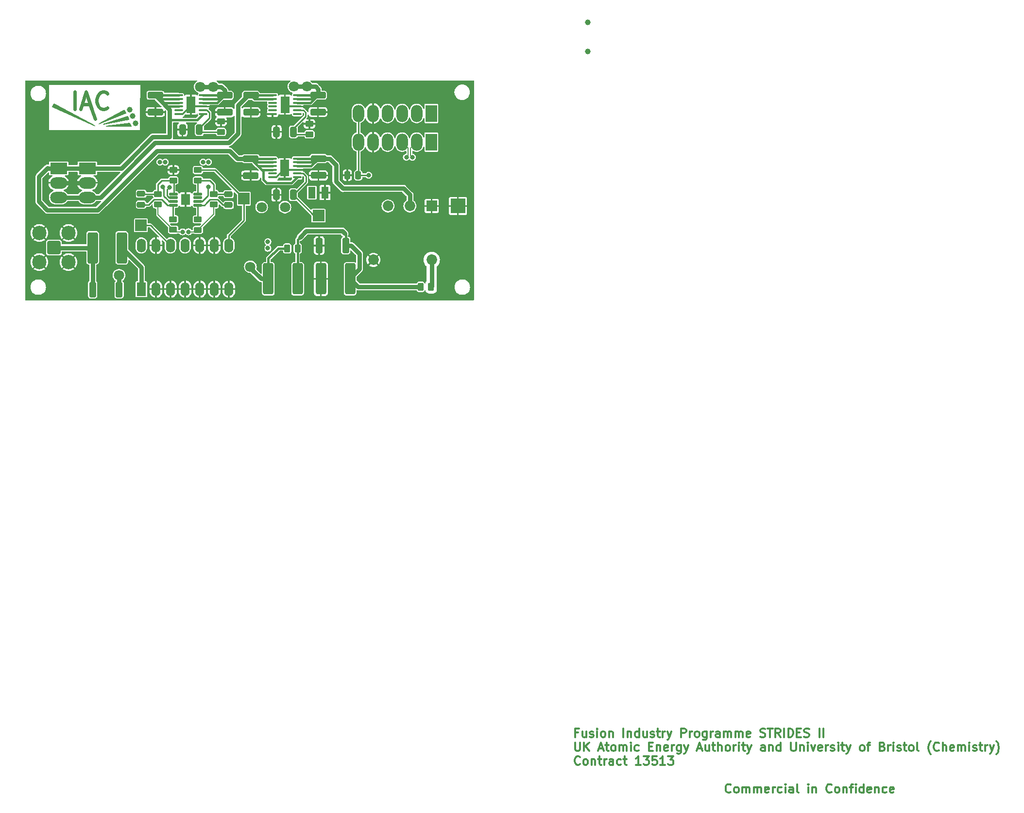
<source format=gbr>
%TF.GenerationSoftware,KiCad,Pcbnew,7.0.1*%
%TF.CreationDate,2023-12-13T14:51:24+00:00*%
%TF.ProjectId,UoB Amptek,556f4220-416d-4707-9465-6b2e6b696361,1*%
%TF.SameCoordinates,Original*%
%TF.FileFunction,Copper,L1,Top*%
%TF.FilePolarity,Positive*%
%FSLAX46Y46*%
G04 Gerber Fmt 4.6, Leading zero omitted, Abs format (unit mm)*
G04 Created by KiCad (PCBNEW 7.0.1) date 2023-12-13 14:51:24*
%MOMM*%
%LPD*%
G01*
G04 APERTURE LIST*
G04 Aperture macros list*
%AMRoundRect*
0 Rectangle with rounded corners*
0 $1 Rounding radius*
0 $2 $3 $4 $5 $6 $7 $8 $9 X,Y pos of 4 corners*
0 Add a 4 corners polygon primitive as box body*
4,1,4,$2,$3,$4,$5,$6,$7,$8,$9,$2,$3,0*
0 Add four circle primitives for the rounded corners*
1,1,$1+$1,$2,$3*
1,1,$1+$1,$4,$5*
1,1,$1+$1,$6,$7*
1,1,$1+$1,$8,$9*
0 Add four rect primitives between the rounded corners*
20,1,$1+$1,$2,$3,$4,$5,0*
20,1,$1+$1,$4,$5,$6,$7,0*
20,1,$1+$1,$6,$7,$8,$9,0*
20,1,$1+$1,$8,$9,$2,$3,0*%
G04 Aperture macros list end*
%ADD10C,0.300000*%
%TA.AperFunction,NonConductor*%
%ADD11C,0.300000*%
%TD*%
%ADD12C,0.600000*%
%TA.AperFunction,NonConductor*%
%ADD13C,0.600000*%
%TD*%
%TA.AperFunction,EtchedComponent*%
%ADD14C,0.600000*%
%TD*%
%TA.AperFunction,EtchedComponent*%
%ADD15C,0.200000*%
%TD*%
%TA.AperFunction,SMDPad,CuDef*%
%ADD16RoundRect,0.250000X-1.100000X0.325000X-1.100000X-0.325000X1.100000X-0.325000X1.100000X0.325000X0*%
%TD*%
%TA.AperFunction,ComponentPad*%
%ADD17R,3.000000X2.000000*%
%TD*%
%TA.AperFunction,ComponentPad*%
%ADD18O,3.000000X2.000000*%
%TD*%
%TA.AperFunction,SMDPad,CuDef*%
%ADD19RoundRect,0.250000X0.450000X-0.262500X0.450000X0.262500X-0.450000X0.262500X-0.450000X-0.262500X0*%
%TD*%
%TA.AperFunction,SMDPad,CuDef*%
%ADD20R,1.300000X2.000000*%
%TD*%
%TA.AperFunction,SMDPad,CuDef*%
%ADD21R,2.000000X2.000000*%
%TD*%
%TA.AperFunction,SMDPad,CuDef*%
%ADD22RoundRect,0.100000X-0.625000X-0.100000X0.625000X-0.100000X0.625000X0.100000X-0.625000X0.100000X0*%
%TD*%
%TA.AperFunction,SMDPad,CuDef*%
%ADD23R,1.650000X2.850000*%
%TD*%
%TA.AperFunction,SMDPad,CuDef*%
%ADD24RoundRect,0.250000X0.262500X0.450000X-0.262500X0.450000X-0.262500X-0.450000X0.262500X-0.450000X0*%
%TD*%
%TA.AperFunction,SMDPad,CuDef*%
%ADD25C,1.000000*%
%TD*%
%TA.AperFunction,ComponentPad*%
%ADD26RoundRect,0.200100X0.949900X-0.949900X0.949900X0.949900X-0.949900X0.949900X-0.949900X-0.949900X0*%
%TD*%
%TA.AperFunction,ComponentPad*%
%ADD27C,2.500000*%
%TD*%
%TA.AperFunction,SMDPad,CuDef*%
%ADD28RoundRect,0.250000X0.650000X2.450000X-0.650000X2.450000X-0.650000X-2.450000X0.650000X-2.450000X0*%
%TD*%
%TA.AperFunction,SMDPad,CuDef*%
%ADD29RoundRect,0.250000X1.100000X-0.325000X1.100000X0.325000X-1.100000X0.325000X-1.100000X-0.325000X0*%
%TD*%
%TA.AperFunction,SMDPad,CuDef*%
%ADD30RoundRect,0.250000X-0.325000X-0.650000X0.325000X-0.650000X0.325000X0.650000X-0.325000X0.650000X0*%
%TD*%
%TA.AperFunction,SMDPad,CuDef*%
%ADD31RoundRect,0.250000X-0.250000X-0.475000X0.250000X-0.475000X0.250000X0.475000X-0.250000X0.475000X0*%
%TD*%
%TA.AperFunction,SMDPad,CuDef*%
%ADD32RoundRect,0.125000X-0.600000X-0.125000X0.600000X-0.125000X0.600000X0.125000X-0.600000X0.125000X0*%
%TD*%
%TA.AperFunction,ComponentPad*%
%ADD33C,0.600000*%
%TD*%
%TA.AperFunction,SMDPad,CuDef*%
%ADD34R,1.570000X1.890000*%
%TD*%
%TA.AperFunction,SMDPad,CuDef*%
%ADD35RoundRect,0.250000X0.325000X0.650000X-0.325000X0.650000X-0.325000X-0.650000X0.325000X-0.650000X0*%
%TD*%
%TA.AperFunction,ComponentPad*%
%ADD36R,2.000000X3.000000*%
%TD*%
%TA.AperFunction,ComponentPad*%
%ADD37O,2.000000X3.000000*%
%TD*%
%TA.AperFunction,SMDPad,CuDef*%
%ADD38RoundRect,0.250000X-0.262500X-0.450000X0.262500X-0.450000X0.262500X0.450000X-0.262500X0.450000X0*%
%TD*%
%TA.AperFunction,ComponentPad*%
%ADD39C,1.000000*%
%TD*%
%TA.AperFunction,SMDPad,CuDef*%
%ADD40RoundRect,0.250000X-0.450000X0.262500X-0.450000X-0.262500X0.450000X-0.262500X0.450000X0.262500X0*%
%TD*%
%TA.AperFunction,SMDPad,CuDef*%
%ADD41RoundRect,0.250000X0.362500X1.075000X-0.362500X1.075000X-0.362500X-1.075000X0.362500X-1.075000X0*%
%TD*%
%TA.AperFunction,SMDPad,CuDef*%
%ADD42RoundRect,0.250000X-0.362500X-1.075000X0.362500X-1.075000X0.362500X1.075000X-0.362500X1.075000X0*%
%TD*%
%TA.AperFunction,SMDPad,CuDef*%
%ADD43RoundRect,0.250000X-0.475000X0.250000X-0.475000X-0.250000X0.475000X-0.250000X0.475000X0.250000X0*%
%TD*%
%TA.AperFunction,ComponentPad*%
%ADD44R,1.600000X2.400000*%
%TD*%
%TA.AperFunction,ComponentPad*%
%ADD45O,1.600000X2.400000*%
%TD*%
%TA.AperFunction,SMDPad,CuDef*%
%ADD46RoundRect,0.250000X-0.650000X-2.450000X0.650000X-2.450000X0.650000X2.450000X-0.650000X2.450000X0*%
%TD*%
%TA.AperFunction,ComponentPad*%
%ADD47R,1.850000X1.850000*%
%TD*%
%TA.AperFunction,ComponentPad*%
%ADD48C,1.850000*%
%TD*%
%TA.AperFunction,SMDPad,CuDef*%
%ADD49R,2.540000X2.540000*%
%TD*%
%TA.AperFunction,ViaPad*%
%ADD50C,1.800000*%
%TD*%
%TA.AperFunction,ViaPad*%
%ADD51C,0.800000*%
%TD*%
%TA.AperFunction,Conductor*%
%ADD52C,0.800000*%
%TD*%
%TA.AperFunction,Conductor*%
%ADD53C,0.400000*%
%TD*%
%TA.AperFunction,Conductor*%
%ADD54C,0.300000*%
%TD*%
%TA.AperFunction,Conductor*%
%ADD55C,0.250000*%
%TD*%
%TA.AperFunction,Conductor*%
%ADD56C,0.200000*%
%TD*%
G04 APERTURE END LIST*
D10*
D11*
X181197142Y-169650714D02*
X180697142Y-169650714D01*
X180697142Y-170436428D02*
X180697142Y-168936428D01*
X180697142Y-168936428D02*
X181411428Y-168936428D01*
X182625714Y-169436428D02*
X182625714Y-170436428D01*
X181982856Y-169436428D02*
X181982856Y-170222142D01*
X181982856Y-170222142D02*
X182054285Y-170365000D01*
X182054285Y-170365000D02*
X182197142Y-170436428D01*
X182197142Y-170436428D02*
X182411428Y-170436428D01*
X182411428Y-170436428D02*
X182554285Y-170365000D01*
X182554285Y-170365000D02*
X182625714Y-170293571D01*
X183268571Y-170365000D02*
X183411428Y-170436428D01*
X183411428Y-170436428D02*
X183697142Y-170436428D01*
X183697142Y-170436428D02*
X183839999Y-170365000D01*
X183839999Y-170365000D02*
X183911428Y-170222142D01*
X183911428Y-170222142D02*
X183911428Y-170150714D01*
X183911428Y-170150714D02*
X183839999Y-170007857D01*
X183839999Y-170007857D02*
X183697142Y-169936428D01*
X183697142Y-169936428D02*
X183482857Y-169936428D01*
X183482857Y-169936428D02*
X183339999Y-169865000D01*
X183339999Y-169865000D02*
X183268571Y-169722142D01*
X183268571Y-169722142D02*
X183268571Y-169650714D01*
X183268571Y-169650714D02*
X183339999Y-169507857D01*
X183339999Y-169507857D02*
X183482857Y-169436428D01*
X183482857Y-169436428D02*
X183697142Y-169436428D01*
X183697142Y-169436428D02*
X183839999Y-169507857D01*
X184554285Y-170436428D02*
X184554285Y-169436428D01*
X184554285Y-168936428D02*
X184482857Y-169007857D01*
X184482857Y-169007857D02*
X184554285Y-169079285D01*
X184554285Y-169079285D02*
X184625714Y-169007857D01*
X184625714Y-169007857D02*
X184554285Y-168936428D01*
X184554285Y-168936428D02*
X184554285Y-169079285D01*
X185482857Y-170436428D02*
X185340000Y-170365000D01*
X185340000Y-170365000D02*
X185268571Y-170293571D01*
X185268571Y-170293571D02*
X185197143Y-170150714D01*
X185197143Y-170150714D02*
X185197143Y-169722142D01*
X185197143Y-169722142D02*
X185268571Y-169579285D01*
X185268571Y-169579285D02*
X185340000Y-169507857D01*
X185340000Y-169507857D02*
X185482857Y-169436428D01*
X185482857Y-169436428D02*
X185697143Y-169436428D01*
X185697143Y-169436428D02*
X185840000Y-169507857D01*
X185840000Y-169507857D02*
X185911429Y-169579285D01*
X185911429Y-169579285D02*
X185982857Y-169722142D01*
X185982857Y-169722142D02*
X185982857Y-170150714D01*
X185982857Y-170150714D02*
X185911429Y-170293571D01*
X185911429Y-170293571D02*
X185840000Y-170365000D01*
X185840000Y-170365000D02*
X185697143Y-170436428D01*
X185697143Y-170436428D02*
X185482857Y-170436428D01*
X186625714Y-169436428D02*
X186625714Y-170436428D01*
X186625714Y-169579285D02*
X186697143Y-169507857D01*
X186697143Y-169507857D02*
X186840000Y-169436428D01*
X186840000Y-169436428D02*
X187054286Y-169436428D01*
X187054286Y-169436428D02*
X187197143Y-169507857D01*
X187197143Y-169507857D02*
X187268572Y-169650714D01*
X187268572Y-169650714D02*
X187268572Y-170436428D01*
X189125714Y-170436428D02*
X189125714Y-168936428D01*
X189840000Y-169436428D02*
X189840000Y-170436428D01*
X189840000Y-169579285D02*
X189911429Y-169507857D01*
X189911429Y-169507857D02*
X190054286Y-169436428D01*
X190054286Y-169436428D02*
X190268572Y-169436428D01*
X190268572Y-169436428D02*
X190411429Y-169507857D01*
X190411429Y-169507857D02*
X190482858Y-169650714D01*
X190482858Y-169650714D02*
X190482858Y-170436428D01*
X191840001Y-170436428D02*
X191840001Y-168936428D01*
X191840001Y-170365000D02*
X191697143Y-170436428D01*
X191697143Y-170436428D02*
X191411429Y-170436428D01*
X191411429Y-170436428D02*
X191268572Y-170365000D01*
X191268572Y-170365000D02*
X191197143Y-170293571D01*
X191197143Y-170293571D02*
X191125715Y-170150714D01*
X191125715Y-170150714D02*
X191125715Y-169722142D01*
X191125715Y-169722142D02*
X191197143Y-169579285D01*
X191197143Y-169579285D02*
X191268572Y-169507857D01*
X191268572Y-169507857D02*
X191411429Y-169436428D01*
X191411429Y-169436428D02*
X191697143Y-169436428D01*
X191697143Y-169436428D02*
X191840001Y-169507857D01*
X193197144Y-169436428D02*
X193197144Y-170436428D01*
X192554286Y-169436428D02*
X192554286Y-170222142D01*
X192554286Y-170222142D02*
X192625715Y-170365000D01*
X192625715Y-170365000D02*
X192768572Y-170436428D01*
X192768572Y-170436428D02*
X192982858Y-170436428D01*
X192982858Y-170436428D02*
X193125715Y-170365000D01*
X193125715Y-170365000D02*
X193197144Y-170293571D01*
X193840001Y-170365000D02*
X193982858Y-170436428D01*
X193982858Y-170436428D02*
X194268572Y-170436428D01*
X194268572Y-170436428D02*
X194411429Y-170365000D01*
X194411429Y-170365000D02*
X194482858Y-170222142D01*
X194482858Y-170222142D02*
X194482858Y-170150714D01*
X194482858Y-170150714D02*
X194411429Y-170007857D01*
X194411429Y-170007857D02*
X194268572Y-169936428D01*
X194268572Y-169936428D02*
X194054287Y-169936428D01*
X194054287Y-169936428D02*
X193911429Y-169865000D01*
X193911429Y-169865000D02*
X193840001Y-169722142D01*
X193840001Y-169722142D02*
X193840001Y-169650714D01*
X193840001Y-169650714D02*
X193911429Y-169507857D01*
X193911429Y-169507857D02*
X194054287Y-169436428D01*
X194054287Y-169436428D02*
X194268572Y-169436428D01*
X194268572Y-169436428D02*
X194411429Y-169507857D01*
X194911430Y-169436428D02*
X195482858Y-169436428D01*
X195125715Y-168936428D02*
X195125715Y-170222142D01*
X195125715Y-170222142D02*
X195197144Y-170365000D01*
X195197144Y-170365000D02*
X195340001Y-170436428D01*
X195340001Y-170436428D02*
X195482858Y-170436428D01*
X195982858Y-170436428D02*
X195982858Y-169436428D01*
X195982858Y-169722142D02*
X196054287Y-169579285D01*
X196054287Y-169579285D02*
X196125716Y-169507857D01*
X196125716Y-169507857D02*
X196268573Y-169436428D01*
X196268573Y-169436428D02*
X196411430Y-169436428D01*
X196768572Y-169436428D02*
X197125715Y-170436428D01*
X197482858Y-169436428D02*
X197125715Y-170436428D01*
X197125715Y-170436428D02*
X196982858Y-170793571D01*
X196982858Y-170793571D02*
X196911429Y-170865000D01*
X196911429Y-170865000D02*
X196768572Y-170936428D01*
X199197143Y-170436428D02*
X199197143Y-168936428D01*
X199197143Y-168936428D02*
X199768572Y-168936428D01*
X199768572Y-168936428D02*
X199911429Y-169007857D01*
X199911429Y-169007857D02*
X199982858Y-169079285D01*
X199982858Y-169079285D02*
X200054286Y-169222142D01*
X200054286Y-169222142D02*
X200054286Y-169436428D01*
X200054286Y-169436428D02*
X199982858Y-169579285D01*
X199982858Y-169579285D02*
X199911429Y-169650714D01*
X199911429Y-169650714D02*
X199768572Y-169722142D01*
X199768572Y-169722142D02*
X199197143Y-169722142D01*
X200697143Y-170436428D02*
X200697143Y-169436428D01*
X200697143Y-169722142D02*
X200768572Y-169579285D01*
X200768572Y-169579285D02*
X200840001Y-169507857D01*
X200840001Y-169507857D02*
X200982858Y-169436428D01*
X200982858Y-169436428D02*
X201125715Y-169436428D01*
X201840000Y-170436428D02*
X201697143Y-170365000D01*
X201697143Y-170365000D02*
X201625714Y-170293571D01*
X201625714Y-170293571D02*
X201554286Y-170150714D01*
X201554286Y-170150714D02*
X201554286Y-169722142D01*
X201554286Y-169722142D02*
X201625714Y-169579285D01*
X201625714Y-169579285D02*
X201697143Y-169507857D01*
X201697143Y-169507857D02*
X201840000Y-169436428D01*
X201840000Y-169436428D02*
X202054286Y-169436428D01*
X202054286Y-169436428D02*
X202197143Y-169507857D01*
X202197143Y-169507857D02*
X202268572Y-169579285D01*
X202268572Y-169579285D02*
X202340000Y-169722142D01*
X202340000Y-169722142D02*
X202340000Y-170150714D01*
X202340000Y-170150714D02*
X202268572Y-170293571D01*
X202268572Y-170293571D02*
X202197143Y-170365000D01*
X202197143Y-170365000D02*
X202054286Y-170436428D01*
X202054286Y-170436428D02*
X201840000Y-170436428D01*
X203625715Y-169436428D02*
X203625715Y-170650714D01*
X203625715Y-170650714D02*
X203554286Y-170793571D01*
X203554286Y-170793571D02*
X203482857Y-170865000D01*
X203482857Y-170865000D02*
X203340000Y-170936428D01*
X203340000Y-170936428D02*
X203125715Y-170936428D01*
X203125715Y-170936428D02*
X202982857Y-170865000D01*
X203625715Y-170365000D02*
X203482857Y-170436428D01*
X203482857Y-170436428D02*
X203197143Y-170436428D01*
X203197143Y-170436428D02*
X203054286Y-170365000D01*
X203054286Y-170365000D02*
X202982857Y-170293571D01*
X202982857Y-170293571D02*
X202911429Y-170150714D01*
X202911429Y-170150714D02*
X202911429Y-169722142D01*
X202911429Y-169722142D02*
X202982857Y-169579285D01*
X202982857Y-169579285D02*
X203054286Y-169507857D01*
X203054286Y-169507857D02*
X203197143Y-169436428D01*
X203197143Y-169436428D02*
X203482857Y-169436428D01*
X203482857Y-169436428D02*
X203625715Y-169507857D01*
X204340000Y-170436428D02*
X204340000Y-169436428D01*
X204340000Y-169722142D02*
X204411429Y-169579285D01*
X204411429Y-169579285D02*
X204482858Y-169507857D01*
X204482858Y-169507857D02*
X204625715Y-169436428D01*
X204625715Y-169436428D02*
X204768572Y-169436428D01*
X205911429Y-170436428D02*
X205911429Y-169650714D01*
X205911429Y-169650714D02*
X205840000Y-169507857D01*
X205840000Y-169507857D02*
X205697143Y-169436428D01*
X205697143Y-169436428D02*
X205411429Y-169436428D01*
X205411429Y-169436428D02*
X205268571Y-169507857D01*
X205911429Y-170365000D02*
X205768571Y-170436428D01*
X205768571Y-170436428D02*
X205411429Y-170436428D01*
X205411429Y-170436428D02*
X205268571Y-170365000D01*
X205268571Y-170365000D02*
X205197143Y-170222142D01*
X205197143Y-170222142D02*
X205197143Y-170079285D01*
X205197143Y-170079285D02*
X205268571Y-169936428D01*
X205268571Y-169936428D02*
X205411429Y-169865000D01*
X205411429Y-169865000D02*
X205768571Y-169865000D01*
X205768571Y-169865000D02*
X205911429Y-169793571D01*
X206625714Y-170436428D02*
X206625714Y-169436428D01*
X206625714Y-169579285D02*
X206697143Y-169507857D01*
X206697143Y-169507857D02*
X206840000Y-169436428D01*
X206840000Y-169436428D02*
X207054286Y-169436428D01*
X207054286Y-169436428D02*
X207197143Y-169507857D01*
X207197143Y-169507857D02*
X207268572Y-169650714D01*
X207268572Y-169650714D02*
X207268572Y-170436428D01*
X207268572Y-169650714D02*
X207340000Y-169507857D01*
X207340000Y-169507857D02*
X207482857Y-169436428D01*
X207482857Y-169436428D02*
X207697143Y-169436428D01*
X207697143Y-169436428D02*
X207840000Y-169507857D01*
X207840000Y-169507857D02*
X207911429Y-169650714D01*
X207911429Y-169650714D02*
X207911429Y-170436428D01*
X208625714Y-170436428D02*
X208625714Y-169436428D01*
X208625714Y-169579285D02*
X208697143Y-169507857D01*
X208697143Y-169507857D02*
X208840000Y-169436428D01*
X208840000Y-169436428D02*
X209054286Y-169436428D01*
X209054286Y-169436428D02*
X209197143Y-169507857D01*
X209197143Y-169507857D02*
X209268572Y-169650714D01*
X209268572Y-169650714D02*
X209268572Y-170436428D01*
X209268572Y-169650714D02*
X209340000Y-169507857D01*
X209340000Y-169507857D02*
X209482857Y-169436428D01*
X209482857Y-169436428D02*
X209697143Y-169436428D01*
X209697143Y-169436428D02*
X209840000Y-169507857D01*
X209840000Y-169507857D02*
X209911429Y-169650714D01*
X209911429Y-169650714D02*
X209911429Y-170436428D01*
X211197143Y-170365000D02*
X211054286Y-170436428D01*
X211054286Y-170436428D02*
X210768572Y-170436428D01*
X210768572Y-170436428D02*
X210625714Y-170365000D01*
X210625714Y-170365000D02*
X210554286Y-170222142D01*
X210554286Y-170222142D02*
X210554286Y-169650714D01*
X210554286Y-169650714D02*
X210625714Y-169507857D01*
X210625714Y-169507857D02*
X210768572Y-169436428D01*
X210768572Y-169436428D02*
X211054286Y-169436428D01*
X211054286Y-169436428D02*
X211197143Y-169507857D01*
X211197143Y-169507857D02*
X211268572Y-169650714D01*
X211268572Y-169650714D02*
X211268572Y-169793571D01*
X211268572Y-169793571D02*
X210554286Y-169936428D01*
X212982857Y-170365000D02*
X213197143Y-170436428D01*
X213197143Y-170436428D02*
X213554285Y-170436428D01*
X213554285Y-170436428D02*
X213697143Y-170365000D01*
X213697143Y-170365000D02*
X213768571Y-170293571D01*
X213768571Y-170293571D02*
X213840000Y-170150714D01*
X213840000Y-170150714D02*
X213840000Y-170007857D01*
X213840000Y-170007857D02*
X213768571Y-169865000D01*
X213768571Y-169865000D02*
X213697143Y-169793571D01*
X213697143Y-169793571D02*
X213554285Y-169722142D01*
X213554285Y-169722142D02*
X213268571Y-169650714D01*
X213268571Y-169650714D02*
X213125714Y-169579285D01*
X213125714Y-169579285D02*
X213054285Y-169507857D01*
X213054285Y-169507857D02*
X212982857Y-169365000D01*
X212982857Y-169365000D02*
X212982857Y-169222142D01*
X212982857Y-169222142D02*
X213054285Y-169079285D01*
X213054285Y-169079285D02*
X213125714Y-169007857D01*
X213125714Y-169007857D02*
X213268571Y-168936428D01*
X213268571Y-168936428D02*
X213625714Y-168936428D01*
X213625714Y-168936428D02*
X213840000Y-169007857D01*
X214268571Y-168936428D02*
X215125714Y-168936428D01*
X214697142Y-170436428D02*
X214697142Y-168936428D01*
X216482856Y-170436428D02*
X215982856Y-169722142D01*
X215625713Y-170436428D02*
X215625713Y-168936428D01*
X215625713Y-168936428D02*
X216197142Y-168936428D01*
X216197142Y-168936428D02*
X216339999Y-169007857D01*
X216339999Y-169007857D02*
X216411428Y-169079285D01*
X216411428Y-169079285D02*
X216482856Y-169222142D01*
X216482856Y-169222142D02*
X216482856Y-169436428D01*
X216482856Y-169436428D02*
X216411428Y-169579285D01*
X216411428Y-169579285D02*
X216339999Y-169650714D01*
X216339999Y-169650714D02*
X216197142Y-169722142D01*
X216197142Y-169722142D02*
X215625713Y-169722142D01*
X217125713Y-170436428D02*
X217125713Y-168936428D01*
X217839999Y-170436428D02*
X217839999Y-168936428D01*
X217839999Y-168936428D02*
X218197142Y-168936428D01*
X218197142Y-168936428D02*
X218411428Y-169007857D01*
X218411428Y-169007857D02*
X218554285Y-169150714D01*
X218554285Y-169150714D02*
X218625714Y-169293571D01*
X218625714Y-169293571D02*
X218697142Y-169579285D01*
X218697142Y-169579285D02*
X218697142Y-169793571D01*
X218697142Y-169793571D02*
X218625714Y-170079285D01*
X218625714Y-170079285D02*
X218554285Y-170222142D01*
X218554285Y-170222142D02*
X218411428Y-170365000D01*
X218411428Y-170365000D02*
X218197142Y-170436428D01*
X218197142Y-170436428D02*
X217839999Y-170436428D01*
X219339999Y-169650714D02*
X219839999Y-169650714D01*
X220054285Y-170436428D02*
X219339999Y-170436428D01*
X219339999Y-170436428D02*
X219339999Y-168936428D01*
X219339999Y-168936428D02*
X220054285Y-168936428D01*
X220625714Y-170365000D02*
X220840000Y-170436428D01*
X220840000Y-170436428D02*
X221197142Y-170436428D01*
X221197142Y-170436428D02*
X221340000Y-170365000D01*
X221340000Y-170365000D02*
X221411428Y-170293571D01*
X221411428Y-170293571D02*
X221482857Y-170150714D01*
X221482857Y-170150714D02*
X221482857Y-170007857D01*
X221482857Y-170007857D02*
X221411428Y-169865000D01*
X221411428Y-169865000D02*
X221340000Y-169793571D01*
X221340000Y-169793571D02*
X221197142Y-169722142D01*
X221197142Y-169722142D02*
X220911428Y-169650714D01*
X220911428Y-169650714D02*
X220768571Y-169579285D01*
X220768571Y-169579285D02*
X220697142Y-169507857D01*
X220697142Y-169507857D02*
X220625714Y-169365000D01*
X220625714Y-169365000D02*
X220625714Y-169222142D01*
X220625714Y-169222142D02*
X220697142Y-169079285D01*
X220697142Y-169079285D02*
X220768571Y-169007857D01*
X220768571Y-169007857D02*
X220911428Y-168936428D01*
X220911428Y-168936428D02*
X221268571Y-168936428D01*
X221268571Y-168936428D02*
X221482857Y-169007857D01*
X223268570Y-170436428D02*
X223268570Y-168936428D01*
X223982856Y-170436428D02*
X223982856Y-168936428D01*
X180697142Y-171366428D02*
X180697142Y-172580714D01*
X180697142Y-172580714D02*
X180768571Y-172723571D01*
X180768571Y-172723571D02*
X180840000Y-172795000D01*
X180840000Y-172795000D02*
X180982857Y-172866428D01*
X180982857Y-172866428D02*
X181268571Y-172866428D01*
X181268571Y-172866428D02*
X181411428Y-172795000D01*
X181411428Y-172795000D02*
X181482857Y-172723571D01*
X181482857Y-172723571D02*
X181554285Y-172580714D01*
X181554285Y-172580714D02*
X181554285Y-171366428D01*
X182268571Y-172866428D02*
X182268571Y-171366428D01*
X183125714Y-172866428D02*
X182482857Y-172009285D01*
X183125714Y-171366428D02*
X182268571Y-172223571D01*
X184840000Y-172437857D02*
X185554286Y-172437857D01*
X184697143Y-172866428D02*
X185197143Y-171366428D01*
X185197143Y-171366428D02*
X185697143Y-172866428D01*
X185982857Y-171866428D02*
X186554285Y-171866428D01*
X186197142Y-171366428D02*
X186197142Y-172652142D01*
X186197142Y-172652142D02*
X186268571Y-172795000D01*
X186268571Y-172795000D02*
X186411428Y-172866428D01*
X186411428Y-172866428D02*
X186554285Y-172866428D01*
X187268571Y-172866428D02*
X187125714Y-172795000D01*
X187125714Y-172795000D02*
X187054285Y-172723571D01*
X187054285Y-172723571D02*
X186982857Y-172580714D01*
X186982857Y-172580714D02*
X186982857Y-172152142D01*
X186982857Y-172152142D02*
X187054285Y-172009285D01*
X187054285Y-172009285D02*
X187125714Y-171937857D01*
X187125714Y-171937857D02*
X187268571Y-171866428D01*
X187268571Y-171866428D02*
X187482857Y-171866428D01*
X187482857Y-171866428D02*
X187625714Y-171937857D01*
X187625714Y-171937857D02*
X187697143Y-172009285D01*
X187697143Y-172009285D02*
X187768571Y-172152142D01*
X187768571Y-172152142D02*
X187768571Y-172580714D01*
X187768571Y-172580714D02*
X187697143Y-172723571D01*
X187697143Y-172723571D02*
X187625714Y-172795000D01*
X187625714Y-172795000D02*
X187482857Y-172866428D01*
X187482857Y-172866428D02*
X187268571Y-172866428D01*
X188411428Y-172866428D02*
X188411428Y-171866428D01*
X188411428Y-172009285D02*
X188482857Y-171937857D01*
X188482857Y-171937857D02*
X188625714Y-171866428D01*
X188625714Y-171866428D02*
X188840000Y-171866428D01*
X188840000Y-171866428D02*
X188982857Y-171937857D01*
X188982857Y-171937857D02*
X189054286Y-172080714D01*
X189054286Y-172080714D02*
X189054286Y-172866428D01*
X189054286Y-172080714D02*
X189125714Y-171937857D01*
X189125714Y-171937857D02*
X189268571Y-171866428D01*
X189268571Y-171866428D02*
X189482857Y-171866428D01*
X189482857Y-171866428D02*
X189625714Y-171937857D01*
X189625714Y-171937857D02*
X189697143Y-172080714D01*
X189697143Y-172080714D02*
X189697143Y-172866428D01*
X190411428Y-172866428D02*
X190411428Y-171866428D01*
X190411428Y-171366428D02*
X190340000Y-171437857D01*
X190340000Y-171437857D02*
X190411428Y-171509285D01*
X190411428Y-171509285D02*
X190482857Y-171437857D01*
X190482857Y-171437857D02*
X190411428Y-171366428D01*
X190411428Y-171366428D02*
X190411428Y-171509285D01*
X191768572Y-172795000D02*
X191625714Y-172866428D01*
X191625714Y-172866428D02*
X191340000Y-172866428D01*
X191340000Y-172866428D02*
X191197143Y-172795000D01*
X191197143Y-172795000D02*
X191125714Y-172723571D01*
X191125714Y-172723571D02*
X191054286Y-172580714D01*
X191054286Y-172580714D02*
X191054286Y-172152142D01*
X191054286Y-172152142D02*
X191125714Y-172009285D01*
X191125714Y-172009285D02*
X191197143Y-171937857D01*
X191197143Y-171937857D02*
X191340000Y-171866428D01*
X191340000Y-171866428D02*
X191625714Y-171866428D01*
X191625714Y-171866428D02*
X191768572Y-171937857D01*
X193554285Y-172080714D02*
X194054285Y-172080714D01*
X194268571Y-172866428D02*
X193554285Y-172866428D01*
X193554285Y-172866428D02*
X193554285Y-171366428D01*
X193554285Y-171366428D02*
X194268571Y-171366428D01*
X194911428Y-171866428D02*
X194911428Y-172866428D01*
X194911428Y-172009285D02*
X194982857Y-171937857D01*
X194982857Y-171937857D02*
X195125714Y-171866428D01*
X195125714Y-171866428D02*
X195340000Y-171866428D01*
X195340000Y-171866428D02*
X195482857Y-171937857D01*
X195482857Y-171937857D02*
X195554286Y-172080714D01*
X195554286Y-172080714D02*
X195554286Y-172866428D01*
X196840000Y-172795000D02*
X196697143Y-172866428D01*
X196697143Y-172866428D02*
X196411429Y-172866428D01*
X196411429Y-172866428D02*
X196268571Y-172795000D01*
X196268571Y-172795000D02*
X196197143Y-172652142D01*
X196197143Y-172652142D02*
X196197143Y-172080714D01*
X196197143Y-172080714D02*
X196268571Y-171937857D01*
X196268571Y-171937857D02*
X196411429Y-171866428D01*
X196411429Y-171866428D02*
X196697143Y-171866428D01*
X196697143Y-171866428D02*
X196840000Y-171937857D01*
X196840000Y-171937857D02*
X196911429Y-172080714D01*
X196911429Y-172080714D02*
X196911429Y-172223571D01*
X196911429Y-172223571D02*
X196197143Y-172366428D01*
X197554285Y-172866428D02*
X197554285Y-171866428D01*
X197554285Y-172152142D02*
X197625714Y-172009285D01*
X197625714Y-172009285D02*
X197697143Y-171937857D01*
X197697143Y-171937857D02*
X197840000Y-171866428D01*
X197840000Y-171866428D02*
X197982857Y-171866428D01*
X199125714Y-171866428D02*
X199125714Y-173080714D01*
X199125714Y-173080714D02*
X199054285Y-173223571D01*
X199054285Y-173223571D02*
X198982856Y-173295000D01*
X198982856Y-173295000D02*
X198839999Y-173366428D01*
X198839999Y-173366428D02*
X198625714Y-173366428D01*
X198625714Y-173366428D02*
X198482856Y-173295000D01*
X199125714Y-172795000D02*
X198982856Y-172866428D01*
X198982856Y-172866428D02*
X198697142Y-172866428D01*
X198697142Y-172866428D02*
X198554285Y-172795000D01*
X198554285Y-172795000D02*
X198482856Y-172723571D01*
X198482856Y-172723571D02*
X198411428Y-172580714D01*
X198411428Y-172580714D02*
X198411428Y-172152142D01*
X198411428Y-172152142D02*
X198482856Y-172009285D01*
X198482856Y-172009285D02*
X198554285Y-171937857D01*
X198554285Y-171937857D02*
X198697142Y-171866428D01*
X198697142Y-171866428D02*
X198982856Y-171866428D01*
X198982856Y-171866428D02*
X199125714Y-171937857D01*
X199697142Y-171866428D02*
X200054285Y-172866428D01*
X200411428Y-171866428D02*
X200054285Y-172866428D01*
X200054285Y-172866428D02*
X199911428Y-173223571D01*
X199911428Y-173223571D02*
X199839999Y-173295000D01*
X199839999Y-173295000D02*
X199697142Y-173366428D01*
X202054285Y-172437857D02*
X202768571Y-172437857D01*
X201911428Y-172866428D02*
X202411428Y-171366428D01*
X202411428Y-171366428D02*
X202911428Y-172866428D01*
X204054285Y-171866428D02*
X204054285Y-172866428D01*
X203411427Y-171866428D02*
X203411427Y-172652142D01*
X203411427Y-172652142D02*
X203482856Y-172795000D01*
X203482856Y-172795000D02*
X203625713Y-172866428D01*
X203625713Y-172866428D02*
X203839999Y-172866428D01*
X203839999Y-172866428D02*
X203982856Y-172795000D01*
X203982856Y-172795000D02*
X204054285Y-172723571D01*
X204554285Y-171866428D02*
X205125713Y-171866428D01*
X204768570Y-171366428D02*
X204768570Y-172652142D01*
X204768570Y-172652142D02*
X204839999Y-172795000D01*
X204839999Y-172795000D02*
X204982856Y-172866428D01*
X204982856Y-172866428D02*
X205125713Y-172866428D01*
X205625713Y-172866428D02*
X205625713Y-171366428D01*
X206268571Y-172866428D02*
X206268571Y-172080714D01*
X206268571Y-172080714D02*
X206197142Y-171937857D01*
X206197142Y-171937857D02*
X206054285Y-171866428D01*
X206054285Y-171866428D02*
X205839999Y-171866428D01*
X205839999Y-171866428D02*
X205697142Y-171937857D01*
X205697142Y-171937857D02*
X205625713Y-172009285D01*
X207197142Y-172866428D02*
X207054285Y-172795000D01*
X207054285Y-172795000D02*
X206982856Y-172723571D01*
X206982856Y-172723571D02*
X206911428Y-172580714D01*
X206911428Y-172580714D02*
X206911428Y-172152142D01*
X206911428Y-172152142D02*
X206982856Y-172009285D01*
X206982856Y-172009285D02*
X207054285Y-171937857D01*
X207054285Y-171937857D02*
X207197142Y-171866428D01*
X207197142Y-171866428D02*
X207411428Y-171866428D01*
X207411428Y-171866428D02*
X207554285Y-171937857D01*
X207554285Y-171937857D02*
X207625714Y-172009285D01*
X207625714Y-172009285D02*
X207697142Y-172152142D01*
X207697142Y-172152142D02*
X207697142Y-172580714D01*
X207697142Y-172580714D02*
X207625714Y-172723571D01*
X207625714Y-172723571D02*
X207554285Y-172795000D01*
X207554285Y-172795000D02*
X207411428Y-172866428D01*
X207411428Y-172866428D02*
X207197142Y-172866428D01*
X208339999Y-172866428D02*
X208339999Y-171866428D01*
X208339999Y-172152142D02*
X208411428Y-172009285D01*
X208411428Y-172009285D02*
X208482857Y-171937857D01*
X208482857Y-171937857D02*
X208625714Y-171866428D01*
X208625714Y-171866428D02*
X208768571Y-171866428D01*
X209268570Y-172866428D02*
X209268570Y-171866428D01*
X209268570Y-171366428D02*
X209197142Y-171437857D01*
X209197142Y-171437857D02*
X209268570Y-171509285D01*
X209268570Y-171509285D02*
X209339999Y-171437857D01*
X209339999Y-171437857D02*
X209268570Y-171366428D01*
X209268570Y-171366428D02*
X209268570Y-171509285D01*
X209768571Y-171866428D02*
X210339999Y-171866428D01*
X209982856Y-171366428D02*
X209982856Y-172652142D01*
X209982856Y-172652142D02*
X210054285Y-172795000D01*
X210054285Y-172795000D02*
X210197142Y-172866428D01*
X210197142Y-172866428D02*
X210339999Y-172866428D01*
X210697142Y-171866428D02*
X211054285Y-172866428D01*
X211411428Y-171866428D02*
X211054285Y-172866428D01*
X211054285Y-172866428D02*
X210911428Y-173223571D01*
X210911428Y-173223571D02*
X210839999Y-173295000D01*
X210839999Y-173295000D02*
X210697142Y-173366428D01*
X213768571Y-172866428D02*
X213768571Y-172080714D01*
X213768571Y-172080714D02*
X213697142Y-171937857D01*
X213697142Y-171937857D02*
X213554285Y-171866428D01*
X213554285Y-171866428D02*
X213268571Y-171866428D01*
X213268571Y-171866428D02*
X213125713Y-171937857D01*
X213768571Y-172795000D02*
X213625713Y-172866428D01*
X213625713Y-172866428D02*
X213268571Y-172866428D01*
X213268571Y-172866428D02*
X213125713Y-172795000D01*
X213125713Y-172795000D02*
X213054285Y-172652142D01*
X213054285Y-172652142D02*
X213054285Y-172509285D01*
X213054285Y-172509285D02*
X213125713Y-172366428D01*
X213125713Y-172366428D02*
X213268571Y-172295000D01*
X213268571Y-172295000D02*
X213625713Y-172295000D01*
X213625713Y-172295000D02*
X213768571Y-172223571D01*
X214482856Y-171866428D02*
X214482856Y-172866428D01*
X214482856Y-172009285D02*
X214554285Y-171937857D01*
X214554285Y-171937857D02*
X214697142Y-171866428D01*
X214697142Y-171866428D02*
X214911428Y-171866428D01*
X214911428Y-171866428D02*
X215054285Y-171937857D01*
X215054285Y-171937857D02*
X215125714Y-172080714D01*
X215125714Y-172080714D02*
X215125714Y-172866428D01*
X216482857Y-172866428D02*
X216482857Y-171366428D01*
X216482857Y-172795000D02*
X216339999Y-172866428D01*
X216339999Y-172866428D02*
X216054285Y-172866428D01*
X216054285Y-172866428D02*
X215911428Y-172795000D01*
X215911428Y-172795000D02*
X215839999Y-172723571D01*
X215839999Y-172723571D02*
X215768571Y-172580714D01*
X215768571Y-172580714D02*
X215768571Y-172152142D01*
X215768571Y-172152142D02*
X215839999Y-172009285D01*
X215839999Y-172009285D02*
X215911428Y-171937857D01*
X215911428Y-171937857D02*
X216054285Y-171866428D01*
X216054285Y-171866428D02*
X216339999Y-171866428D01*
X216339999Y-171866428D02*
X216482857Y-171937857D01*
X218339999Y-171366428D02*
X218339999Y-172580714D01*
X218339999Y-172580714D02*
X218411428Y-172723571D01*
X218411428Y-172723571D02*
X218482857Y-172795000D01*
X218482857Y-172795000D02*
X218625714Y-172866428D01*
X218625714Y-172866428D02*
X218911428Y-172866428D01*
X218911428Y-172866428D02*
X219054285Y-172795000D01*
X219054285Y-172795000D02*
X219125714Y-172723571D01*
X219125714Y-172723571D02*
X219197142Y-172580714D01*
X219197142Y-172580714D02*
X219197142Y-171366428D01*
X219911428Y-171866428D02*
X219911428Y-172866428D01*
X219911428Y-172009285D02*
X219982857Y-171937857D01*
X219982857Y-171937857D02*
X220125714Y-171866428D01*
X220125714Y-171866428D02*
X220340000Y-171866428D01*
X220340000Y-171866428D02*
X220482857Y-171937857D01*
X220482857Y-171937857D02*
X220554286Y-172080714D01*
X220554286Y-172080714D02*
X220554286Y-172866428D01*
X221268571Y-172866428D02*
X221268571Y-171866428D01*
X221268571Y-171366428D02*
X221197143Y-171437857D01*
X221197143Y-171437857D02*
X221268571Y-171509285D01*
X221268571Y-171509285D02*
X221340000Y-171437857D01*
X221340000Y-171437857D02*
X221268571Y-171366428D01*
X221268571Y-171366428D02*
X221268571Y-171509285D01*
X221840000Y-171866428D02*
X222197143Y-172866428D01*
X222197143Y-172866428D02*
X222554286Y-171866428D01*
X223697143Y-172795000D02*
X223554286Y-172866428D01*
X223554286Y-172866428D02*
X223268572Y-172866428D01*
X223268572Y-172866428D02*
X223125714Y-172795000D01*
X223125714Y-172795000D02*
X223054286Y-172652142D01*
X223054286Y-172652142D02*
X223054286Y-172080714D01*
X223054286Y-172080714D02*
X223125714Y-171937857D01*
X223125714Y-171937857D02*
X223268572Y-171866428D01*
X223268572Y-171866428D02*
X223554286Y-171866428D01*
X223554286Y-171866428D02*
X223697143Y-171937857D01*
X223697143Y-171937857D02*
X223768572Y-172080714D01*
X223768572Y-172080714D02*
X223768572Y-172223571D01*
X223768572Y-172223571D02*
X223054286Y-172366428D01*
X224411428Y-172866428D02*
X224411428Y-171866428D01*
X224411428Y-172152142D02*
X224482857Y-172009285D01*
X224482857Y-172009285D02*
X224554286Y-171937857D01*
X224554286Y-171937857D02*
X224697143Y-171866428D01*
X224697143Y-171866428D02*
X224840000Y-171866428D01*
X225268571Y-172795000D02*
X225411428Y-172866428D01*
X225411428Y-172866428D02*
X225697142Y-172866428D01*
X225697142Y-172866428D02*
X225839999Y-172795000D01*
X225839999Y-172795000D02*
X225911428Y-172652142D01*
X225911428Y-172652142D02*
X225911428Y-172580714D01*
X225911428Y-172580714D02*
X225839999Y-172437857D01*
X225839999Y-172437857D02*
X225697142Y-172366428D01*
X225697142Y-172366428D02*
X225482857Y-172366428D01*
X225482857Y-172366428D02*
X225339999Y-172295000D01*
X225339999Y-172295000D02*
X225268571Y-172152142D01*
X225268571Y-172152142D02*
X225268571Y-172080714D01*
X225268571Y-172080714D02*
X225339999Y-171937857D01*
X225339999Y-171937857D02*
X225482857Y-171866428D01*
X225482857Y-171866428D02*
X225697142Y-171866428D01*
X225697142Y-171866428D02*
X225839999Y-171937857D01*
X226554285Y-172866428D02*
X226554285Y-171866428D01*
X226554285Y-171366428D02*
X226482857Y-171437857D01*
X226482857Y-171437857D02*
X226554285Y-171509285D01*
X226554285Y-171509285D02*
X226625714Y-171437857D01*
X226625714Y-171437857D02*
X226554285Y-171366428D01*
X226554285Y-171366428D02*
X226554285Y-171509285D01*
X227054286Y-171866428D02*
X227625714Y-171866428D01*
X227268571Y-171366428D02*
X227268571Y-172652142D01*
X227268571Y-172652142D02*
X227340000Y-172795000D01*
X227340000Y-172795000D02*
X227482857Y-172866428D01*
X227482857Y-172866428D02*
X227625714Y-172866428D01*
X227982857Y-171866428D02*
X228340000Y-172866428D01*
X228697143Y-171866428D02*
X228340000Y-172866428D01*
X228340000Y-172866428D02*
X228197143Y-173223571D01*
X228197143Y-173223571D02*
X228125714Y-173295000D01*
X228125714Y-173295000D02*
X227982857Y-173366428D01*
X230625714Y-172866428D02*
X230482857Y-172795000D01*
X230482857Y-172795000D02*
X230411428Y-172723571D01*
X230411428Y-172723571D02*
X230340000Y-172580714D01*
X230340000Y-172580714D02*
X230340000Y-172152142D01*
X230340000Y-172152142D02*
X230411428Y-172009285D01*
X230411428Y-172009285D02*
X230482857Y-171937857D01*
X230482857Y-171937857D02*
X230625714Y-171866428D01*
X230625714Y-171866428D02*
X230840000Y-171866428D01*
X230840000Y-171866428D02*
X230982857Y-171937857D01*
X230982857Y-171937857D02*
X231054286Y-172009285D01*
X231054286Y-172009285D02*
X231125714Y-172152142D01*
X231125714Y-172152142D02*
X231125714Y-172580714D01*
X231125714Y-172580714D02*
X231054286Y-172723571D01*
X231054286Y-172723571D02*
X230982857Y-172795000D01*
X230982857Y-172795000D02*
X230840000Y-172866428D01*
X230840000Y-172866428D02*
X230625714Y-172866428D01*
X231554286Y-171866428D02*
X232125714Y-171866428D01*
X231768571Y-172866428D02*
X231768571Y-171580714D01*
X231768571Y-171580714D02*
X231840000Y-171437857D01*
X231840000Y-171437857D02*
X231982857Y-171366428D01*
X231982857Y-171366428D02*
X232125714Y-171366428D01*
X234268571Y-172080714D02*
X234482857Y-172152142D01*
X234482857Y-172152142D02*
X234554286Y-172223571D01*
X234554286Y-172223571D02*
X234625714Y-172366428D01*
X234625714Y-172366428D02*
X234625714Y-172580714D01*
X234625714Y-172580714D02*
X234554286Y-172723571D01*
X234554286Y-172723571D02*
X234482857Y-172795000D01*
X234482857Y-172795000D02*
X234340000Y-172866428D01*
X234340000Y-172866428D02*
X233768571Y-172866428D01*
X233768571Y-172866428D02*
X233768571Y-171366428D01*
X233768571Y-171366428D02*
X234268571Y-171366428D01*
X234268571Y-171366428D02*
X234411429Y-171437857D01*
X234411429Y-171437857D02*
X234482857Y-171509285D01*
X234482857Y-171509285D02*
X234554286Y-171652142D01*
X234554286Y-171652142D02*
X234554286Y-171795000D01*
X234554286Y-171795000D02*
X234482857Y-171937857D01*
X234482857Y-171937857D02*
X234411429Y-172009285D01*
X234411429Y-172009285D02*
X234268571Y-172080714D01*
X234268571Y-172080714D02*
X233768571Y-172080714D01*
X235268571Y-172866428D02*
X235268571Y-171866428D01*
X235268571Y-172152142D02*
X235340000Y-172009285D01*
X235340000Y-172009285D02*
X235411429Y-171937857D01*
X235411429Y-171937857D02*
X235554286Y-171866428D01*
X235554286Y-171866428D02*
X235697143Y-171866428D01*
X236197142Y-172866428D02*
X236197142Y-171866428D01*
X236197142Y-171366428D02*
X236125714Y-171437857D01*
X236125714Y-171437857D02*
X236197142Y-171509285D01*
X236197142Y-171509285D02*
X236268571Y-171437857D01*
X236268571Y-171437857D02*
X236197142Y-171366428D01*
X236197142Y-171366428D02*
X236197142Y-171509285D01*
X236840000Y-172795000D02*
X236982857Y-172866428D01*
X236982857Y-172866428D02*
X237268571Y-172866428D01*
X237268571Y-172866428D02*
X237411428Y-172795000D01*
X237411428Y-172795000D02*
X237482857Y-172652142D01*
X237482857Y-172652142D02*
X237482857Y-172580714D01*
X237482857Y-172580714D02*
X237411428Y-172437857D01*
X237411428Y-172437857D02*
X237268571Y-172366428D01*
X237268571Y-172366428D02*
X237054286Y-172366428D01*
X237054286Y-172366428D02*
X236911428Y-172295000D01*
X236911428Y-172295000D02*
X236840000Y-172152142D01*
X236840000Y-172152142D02*
X236840000Y-172080714D01*
X236840000Y-172080714D02*
X236911428Y-171937857D01*
X236911428Y-171937857D02*
X237054286Y-171866428D01*
X237054286Y-171866428D02*
X237268571Y-171866428D01*
X237268571Y-171866428D02*
X237411428Y-171937857D01*
X237911429Y-171866428D02*
X238482857Y-171866428D01*
X238125714Y-171366428D02*
X238125714Y-172652142D01*
X238125714Y-172652142D02*
X238197143Y-172795000D01*
X238197143Y-172795000D02*
X238340000Y-172866428D01*
X238340000Y-172866428D02*
X238482857Y-172866428D01*
X239197143Y-172866428D02*
X239054286Y-172795000D01*
X239054286Y-172795000D02*
X238982857Y-172723571D01*
X238982857Y-172723571D02*
X238911429Y-172580714D01*
X238911429Y-172580714D02*
X238911429Y-172152142D01*
X238911429Y-172152142D02*
X238982857Y-172009285D01*
X238982857Y-172009285D02*
X239054286Y-171937857D01*
X239054286Y-171937857D02*
X239197143Y-171866428D01*
X239197143Y-171866428D02*
X239411429Y-171866428D01*
X239411429Y-171866428D02*
X239554286Y-171937857D01*
X239554286Y-171937857D02*
X239625715Y-172009285D01*
X239625715Y-172009285D02*
X239697143Y-172152142D01*
X239697143Y-172152142D02*
X239697143Y-172580714D01*
X239697143Y-172580714D02*
X239625715Y-172723571D01*
X239625715Y-172723571D02*
X239554286Y-172795000D01*
X239554286Y-172795000D02*
X239411429Y-172866428D01*
X239411429Y-172866428D02*
X239197143Y-172866428D01*
X240554286Y-172866428D02*
X240411429Y-172795000D01*
X240411429Y-172795000D02*
X240340000Y-172652142D01*
X240340000Y-172652142D02*
X240340000Y-171366428D01*
X242697143Y-173437857D02*
X242625714Y-173366428D01*
X242625714Y-173366428D02*
X242482857Y-173152142D01*
X242482857Y-173152142D02*
X242411429Y-173009285D01*
X242411429Y-173009285D02*
X242340000Y-172795000D01*
X242340000Y-172795000D02*
X242268571Y-172437857D01*
X242268571Y-172437857D02*
X242268571Y-172152142D01*
X242268571Y-172152142D02*
X242340000Y-171795000D01*
X242340000Y-171795000D02*
X242411429Y-171580714D01*
X242411429Y-171580714D02*
X242482857Y-171437857D01*
X242482857Y-171437857D02*
X242625714Y-171223571D01*
X242625714Y-171223571D02*
X242697143Y-171152142D01*
X244125714Y-172723571D02*
X244054286Y-172795000D01*
X244054286Y-172795000D02*
X243840000Y-172866428D01*
X243840000Y-172866428D02*
X243697143Y-172866428D01*
X243697143Y-172866428D02*
X243482857Y-172795000D01*
X243482857Y-172795000D02*
X243340000Y-172652142D01*
X243340000Y-172652142D02*
X243268571Y-172509285D01*
X243268571Y-172509285D02*
X243197143Y-172223571D01*
X243197143Y-172223571D02*
X243197143Y-172009285D01*
X243197143Y-172009285D02*
X243268571Y-171723571D01*
X243268571Y-171723571D02*
X243340000Y-171580714D01*
X243340000Y-171580714D02*
X243482857Y-171437857D01*
X243482857Y-171437857D02*
X243697143Y-171366428D01*
X243697143Y-171366428D02*
X243840000Y-171366428D01*
X243840000Y-171366428D02*
X244054286Y-171437857D01*
X244054286Y-171437857D02*
X244125714Y-171509285D01*
X244768571Y-172866428D02*
X244768571Y-171366428D01*
X245411429Y-172866428D02*
X245411429Y-172080714D01*
X245411429Y-172080714D02*
X245340000Y-171937857D01*
X245340000Y-171937857D02*
X245197143Y-171866428D01*
X245197143Y-171866428D02*
X244982857Y-171866428D01*
X244982857Y-171866428D02*
X244840000Y-171937857D01*
X244840000Y-171937857D02*
X244768571Y-172009285D01*
X246697143Y-172795000D02*
X246554286Y-172866428D01*
X246554286Y-172866428D02*
X246268572Y-172866428D01*
X246268572Y-172866428D02*
X246125714Y-172795000D01*
X246125714Y-172795000D02*
X246054286Y-172652142D01*
X246054286Y-172652142D02*
X246054286Y-172080714D01*
X246054286Y-172080714D02*
X246125714Y-171937857D01*
X246125714Y-171937857D02*
X246268572Y-171866428D01*
X246268572Y-171866428D02*
X246554286Y-171866428D01*
X246554286Y-171866428D02*
X246697143Y-171937857D01*
X246697143Y-171937857D02*
X246768572Y-172080714D01*
X246768572Y-172080714D02*
X246768572Y-172223571D01*
X246768572Y-172223571D02*
X246054286Y-172366428D01*
X247411428Y-172866428D02*
X247411428Y-171866428D01*
X247411428Y-172009285D02*
X247482857Y-171937857D01*
X247482857Y-171937857D02*
X247625714Y-171866428D01*
X247625714Y-171866428D02*
X247840000Y-171866428D01*
X247840000Y-171866428D02*
X247982857Y-171937857D01*
X247982857Y-171937857D02*
X248054286Y-172080714D01*
X248054286Y-172080714D02*
X248054286Y-172866428D01*
X248054286Y-172080714D02*
X248125714Y-171937857D01*
X248125714Y-171937857D02*
X248268571Y-171866428D01*
X248268571Y-171866428D02*
X248482857Y-171866428D01*
X248482857Y-171866428D02*
X248625714Y-171937857D01*
X248625714Y-171937857D02*
X248697143Y-172080714D01*
X248697143Y-172080714D02*
X248697143Y-172866428D01*
X249411428Y-172866428D02*
X249411428Y-171866428D01*
X249411428Y-171366428D02*
X249340000Y-171437857D01*
X249340000Y-171437857D02*
X249411428Y-171509285D01*
X249411428Y-171509285D02*
X249482857Y-171437857D01*
X249482857Y-171437857D02*
X249411428Y-171366428D01*
X249411428Y-171366428D02*
X249411428Y-171509285D01*
X250054286Y-172795000D02*
X250197143Y-172866428D01*
X250197143Y-172866428D02*
X250482857Y-172866428D01*
X250482857Y-172866428D02*
X250625714Y-172795000D01*
X250625714Y-172795000D02*
X250697143Y-172652142D01*
X250697143Y-172652142D02*
X250697143Y-172580714D01*
X250697143Y-172580714D02*
X250625714Y-172437857D01*
X250625714Y-172437857D02*
X250482857Y-172366428D01*
X250482857Y-172366428D02*
X250268572Y-172366428D01*
X250268572Y-172366428D02*
X250125714Y-172295000D01*
X250125714Y-172295000D02*
X250054286Y-172152142D01*
X250054286Y-172152142D02*
X250054286Y-172080714D01*
X250054286Y-172080714D02*
X250125714Y-171937857D01*
X250125714Y-171937857D02*
X250268572Y-171866428D01*
X250268572Y-171866428D02*
X250482857Y-171866428D01*
X250482857Y-171866428D02*
X250625714Y-171937857D01*
X251125715Y-171866428D02*
X251697143Y-171866428D01*
X251340000Y-171366428D02*
X251340000Y-172652142D01*
X251340000Y-172652142D02*
X251411429Y-172795000D01*
X251411429Y-172795000D02*
X251554286Y-172866428D01*
X251554286Y-172866428D02*
X251697143Y-172866428D01*
X252197143Y-172866428D02*
X252197143Y-171866428D01*
X252197143Y-172152142D02*
X252268572Y-172009285D01*
X252268572Y-172009285D02*
X252340001Y-171937857D01*
X252340001Y-171937857D02*
X252482858Y-171866428D01*
X252482858Y-171866428D02*
X252625715Y-171866428D01*
X252982857Y-171866428D02*
X253340000Y-172866428D01*
X253697143Y-171866428D02*
X253340000Y-172866428D01*
X253340000Y-172866428D02*
X253197143Y-173223571D01*
X253197143Y-173223571D02*
X253125714Y-173295000D01*
X253125714Y-173295000D02*
X252982857Y-173366428D01*
X254125714Y-173437857D02*
X254197143Y-173366428D01*
X254197143Y-173366428D02*
X254340000Y-173152142D01*
X254340000Y-173152142D02*
X254411429Y-173009285D01*
X254411429Y-173009285D02*
X254482857Y-172795000D01*
X254482857Y-172795000D02*
X254554286Y-172437857D01*
X254554286Y-172437857D02*
X254554286Y-172152142D01*
X254554286Y-172152142D02*
X254482857Y-171795000D01*
X254482857Y-171795000D02*
X254411429Y-171580714D01*
X254411429Y-171580714D02*
X254340000Y-171437857D01*
X254340000Y-171437857D02*
X254197143Y-171223571D01*
X254197143Y-171223571D02*
X254125714Y-171152142D01*
X181554285Y-175153571D02*
X181482857Y-175225000D01*
X181482857Y-175225000D02*
X181268571Y-175296428D01*
X181268571Y-175296428D02*
X181125714Y-175296428D01*
X181125714Y-175296428D02*
X180911428Y-175225000D01*
X180911428Y-175225000D02*
X180768571Y-175082142D01*
X180768571Y-175082142D02*
X180697142Y-174939285D01*
X180697142Y-174939285D02*
X180625714Y-174653571D01*
X180625714Y-174653571D02*
X180625714Y-174439285D01*
X180625714Y-174439285D02*
X180697142Y-174153571D01*
X180697142Y-174153571D02*
X180768571Y-174010714D01*
X180768571Y-174010714D02*
X180911428Y-173867857D01*
X180911428Y-173867857D02*
X181125714Y-173796428D01*
X181125714Y-173796428D02*
X181268571Y-173796428D01*
X181268571Y-173796428D02*
X181482857Y-173867857D01*
X181482857Y-173867857D02*
X181554285Y-173939285D01*
X182411428Y-175296428D02*
X182268571Y-175225000D01*
X182268571Y-175225000D02*
X182197142Y-175153571D01*
X182197142Y-175153571D02*
X182125714Y-175010714D01*
X182125714Y-175010714D02*
X182125714Y-174582142D01*
X182125714Y-174582142D02*
X182197142Y-174439285D01*
X182197142Y-174439285D02*
X182268571Y-174367857D01*
X182268571Y-174367857D02*
X182411428Y-174296428D01*
X182411428Y-174296428D02*
X182625714Y-174296428D01*
X182625714Y-174296428D02*
X182768571Y-174367857D01*
X182768571Y-174367857D02*
X182840000Y-174439285D01*
X182840000Y-174439285D02*
X182911428Y-174582142D01*
X182911428Y-174582142D02*
X182911428Y-175010714D01*
X182911428Y-175010714D02*
X182840000Y-175153571D01*
X182840000Y-175153571D02*
X182768571Y-175225000D01*
X182768571Y-175225000D02*
X182625714Y-175296428D01*
X182625714Y-175296428D02*
X182411428Y-175296428D01*
X183554285Y-174296428D02*
X183554285Y-175296428D01*
X183554285Y-174439285D02*
X183625714Y-174367857D01*
X183625714Y-174367857D02*
X183768571Y-174296428D01*
X183768571Y-174296428D02*
X183982857Y-174296428D01*
X183982857Y-174296428D02*
X184125714Y-174367857D01*
X184125714Y-174367857D02*
X184197143Y-174510714D01*
X184197143Y-174510714D02*
X184197143Y-175296428D01*
X184697143Y-174296428D02*
X185268571Y-174296428D01*
X184911428Y-173796428D02*
X184911428Y-175082142D01*
X184911428Y-175082142D02*
X184982857Y-175225000D01*
X184982857Y-175225000D02*
X185125714Y-175296428D01*
X185125714Y-175296428D02*
X185268571Y-175296428D01*
X185768571Y-175296428D02*
X185768571Y-174296428D01*
X185768571Y-174582142D02*
X185840000Y-174439285D01*
X185840000Y-174439285D02*
X185911429Y-174367857D01*
X185911429Y-174367857D02*
X186054286Y-174296428D01*
X186054286Y-174296428D02*
X186197143Y-174296428D01*
X187340000Y-175296428D02*
X187340000Y-174510714D01*
X187340000Y-174510714D02*
X187268571Y-174367857D01*
X187268571Y-174367857D02*
X187125714Y-174296428D01*
X187125714Y-174296428D02*
X186840000Y-174296428D01*
X186840000Y-174296428D02*
X186697142Y-174367857D01*
X187340000Y-175225000D02*
X187197142Y-175296428D01*
X187197142Y-175296428D02*
X186840000Y-175296428D01*
X186840000Y-175296428D02*
X186697142Y-175225000D01*
X186697142Y-175225000D02*
X186625714Y-175082142D01*
X186625714Y-175082142D02*
X186625714Y-174939285D01*
X186625714Y-174939285D02*
X186697142Y-174796428D01*
X186697142Y-174796428D02*
X186840000Y-174725000D01*
X186840000Y-174725000D02*
X187197142Y-174725000D01*
X187197142Y-174725000D02*
X187340000Y-174653571D01*
X188697143Y-175225000D02*
X188554285Y-175296428D01*
X188554285Y-175296428D02*
X188268571Y-175296428D01*
X188268571Y-175296428D02*
X188125714Y-175225000D01*
X188125714Y-175225000D02*
X188054285Y-175153571D01*
X188054285Y-175153571D02*
X187982857Y-175010714D01*
X187982857Y-175010714D02*
X187982857Y-174582142D01*
X187982857Y-174582142D02*
X188054285Y-174439285D01*
X188054285Y-174439285D02*
X188125714Y-174367857D01*
X188125714Y-174367857D02*
X188268571Y-174296428D01*
X188268571Y-174296428D02*
X188554285Y-174296428D01*
X188554285Y-174296428D02*
X188697143Y-174367857D01*
X189125714Y-174296428D02*
X189697142Y-174296428D01*
X189339999Y-173796428D02*
X189339999Y-175082142D01*
X189339999Y-175082142D02*
X189411428Y-175225000D01*
X189411428Y-175225000D02*
X189554285Y-175296428D01*
X189554285Y-175296428D02*
X189697142Y-175296428D01*
X192125714Y-175296428D02*
X191268571Y-175296428D01*
X191697142Y-175296428D02*
X191697142Y-173796428D01*
X191697142Y-173796428D02*
X191554285Y-174010714D01*
X191554285Y-174010714D02*
X191411428Y-174153571D01*
X191411428Y-174153571D02*
X191268571Y-174225000D01*
X192625713Y-173796428D02*
X193554285Y-173796428D01*
X193554285Y-173796428D02*
X193054285Y-174367857D01*
X193054285Y-174367857D02*
X193268570Y-174367857D01*
X193268570Y-174367857D02*
X193411428Y-174439285D01*
X193411428Y-174439285D02*
X193482856Y-174510714D01*
X193482856Y-174510714D02*
X193554285Y-174653571D01*
X193554285Y-174653571D02*
X193554285Y-175010714D01*
X193554285Y-175010714D02*
X193482856Y-175153571D01*
X193482856Y-175153571D02*
X193411428Y-175225000D01*
X193411428Y-175225000D02*
X193268570Y-175296428D01*
X193268570Y-175296428D02*
X192839999Y-175296428D01*
X192839999Y-175296428D02*
X192697142Y-175225000D01*
X192697142Y-175225000D02*
X192625713Y-175153571D01*
X194911427Y-173796428D02*
X194197141Y-173796428D01*
X194197141Y-173796428D02*
X194125713Y-174510714D01*
X194125713Y-174510714D02*
X194197141Y-174439285D01*
X194197141Y-174439285D02*
X194339999Y-174367857D01*
X194339999Y-174367857D02*
X194697141Y-174367857D01*
X194697141Y-174367857D02*
X194839999Y-174439285D01*
X194839999Y-174439285D02*
X194911427Y-174510714D01*
X194911427Y-174510714D02*
X194982856Y-174653571D01*
X194982856Y-174653571D02*
X194982856Y-175010714D01*
X194982856Y-175010714D02*
X194911427Y-175153571D01*
X194911427Y-175153571D02*
X194839999Y-175225000D01*
X194839999Y-175225000D02*
X194697141Y-175296428D01*
X194697141Y-175296428D02*
X194339999Y-175296428D01*
X194339999Y-175296428D02*
X194197141Y-175225000D01*
X194197141Y-175225000D02*
X194125713Y-175153571D01*
X196411427Y-175296428D02*
X195554284Y-175296428D01*
X195982855Y-175296428D02*
X195982855Y-173796428D01*
X195982855Y-173796428D02*
X195839998Y-174010714D01*
X195839998Y-174010714D02*
X195697141Y-174153571D01*
X195697141Y-174153571D02*
X195554284Y-174225000D01*
X196911426Y-173796428D02*
X197839998Y-173796428D01*
X197839998Y-173796428D02*
X197339998Y-174367857D01*
X197339998Y-174367857D02*
X197554283Y-174367857D01*
X197554283Y-174367857D02*
X197697141Y-174439285D01*
X197697141Y-174439285D02*
X197768569Y-174510714D01*
X197768569Y-174510714D02*
X197839998Y-174653571D01*
X197839998Y-174653571D02*
X197839998Y-175010714D01*
X197839998Y-175010714D02*
X197768569Y-175153571D01*
X197768569Y-175153571D02*
X197697141Y-175225000D01*
X197697141Y-175225000D02*
X197554283Y-175296428D01*
X197554283Y-175296428D02*
X197125712Y-175296428D01*
X197125712Y-175296428D02*
X196982855Y-175225000D01*
X196982855Y-175225000D02*
X196911426Y-175153571D01*
X207839996Y-180013571D02*
X207768568Y-180085000D01*
X207768568Y-180085000D02*
X207554282Y-180156428D01*
X207554282Y-180156428D02*
X207411425Y-180156428D01*
X207411425Y-180156428D02*
X207197139Y-180085000D01*
X207197139Y-180085000D02*
X207054282Y-179942142D01*
X207054282Y-179942142D02*
X206982853Y-179799285D01*
X206982853Y-179799285D02*
X206911425Y-179513571D01*
X206911425Y-179513571D02*
X206911425Y-179299285D01*
X206911425Y-179299285D02*
X206982853Y-179013571D01*
X206982853Y-179013571D02*
X207054282Y-178870714D01*
X207054282Y-178870714D02*
X207197139Y-178727857D01*
X207197139Y-178727857D02*
X207411425Y-178656428D01*
X207411425Y-178656428D02*
X207554282Y-178656428D01*
X207554282Y-178656428D02*
X207768568Y-178727857D01*
X207768568Y-178727857D02*
X207839996Y-178799285D01*
X208697139Y-180156428D02*
X208554282Y-180085000D01*
X208554282Y-180085000D02*
X208482853Y-180013571D01*
X208482853Y-180013571D02*
X208411425Y-179870714D01*
X208411425Y-179870714D02*
X208411425Y-179442142D01*
X208411425Y-179442142D02*
X208482853Y-179299285D01*
X208482853Y-179299285D02*
X208554282Y-179227857D01*
X208554282Y-179227857D02*
X208697139Y-179156428D01*
X208697139Y-179156428D02*
X208911425Y-179156428D01*
X208911425Y-179156428D02*
X209054282Y-179227857D01*
X209054282Y-179227857D02*
X209125711Y-179299285D01*
X209125711Y-179299285D02*
X209197139Y-179442142D01*
X209197139Y-179442142D02*
X209197139Y-179870714D01*
X209197139Y-179870714D02*
X209125711Y-180013571D01*
X209125711Y-180013571D02*
X209054282Y-180085000D01*
X209054282Y-180085000D02*
X208911425Y-180156428D01*
X208911425Y-180156428D02*
X208697139Y-180156428D01*
X209839996Y-180156428D02*
X209839996Y-179156428D01*
X209839996Y-179299285D02*
X209911425Y-179227857D01*
X209911425Y-179227857D02*
X210054282Y-179156428D01*
X210054282Y-179156428D02*
X210268568Y-179156428D01*
X210268568Y-179156428D02*
X210411425Y-179227857D01*
X210411425Y-179227857D02*
X210482854Y-179370714D01*
X210482854Y-179370714D02*
X210482854Y-180156428D01*
X210482854Y-179370714D02*
X210554282Y-179227857D01*
X210554282Y-179227857D02*
X210697139Y-179156428D01*
X210697139Y-179156428D02*
X210911425Y-179156428D01*
X210911425Y-179156428D02*
X211054282Y-179227857D01*
X211054282Y-179227857D02*
X211125711Y-179370714D01*
X211125711Y-179370714D02*
X211125711Y-180156428D01*
X211839996Y-180156428D02*
X211839996Y-179156428D01*
X211839996Y-179299285D02*
X211911425Y-179227857D01*
X211911425Y-179227857D02*
X212054282Y-179156428D01*
X212054282Y-179156428D02*
X212268568Y-179156428D01*
X212268568Y-179156428D02*
X212411425Y-179227857D01*
X212411425Y-179227857D02*
X212482854Y-179370714D01*
X212482854Y-179370714D02*
X212482854Y-180156428D01*
X212482854Y-179370714D02*
X212554282Y-179227857D01*
X212554282Y-179227857D02*
X212697139Y-179156428D01*
X212697139Y-179156428D02*
X212911425Y-179156428D01*
X212911425Y-179156428D02*
X213054282Y-179227857D01*
X213054282Y-179227857D02*
X213125711Y-179370714D01*
X213125711Y-179370714D02*
X213125711Y-180156428D01*
X214411425Y-180085000D02*
X214268568Y-180156428D01*
X214268568Y-180156428D02*
X213982854Y-180156428D01*
X213982854Y-180156428D02*
X213839996Y-180085000D01*
X213839996Y-180085000D02*
X213768568Y-179942142D01*
X213768568Y-179942142D02*
X213768568Y-179370714D01*
X213768568Y-179370714D02*
X213839996Y-179227857D01*
X213839996Y-179227857D02*
X213982854Y-179156428D01*
X213982854Y-179156428D02*
X214268568Y-179156428D01*
X214268568Y-179156428D02*
X214411425Y-179227857D01*
X214411425Y-179227857D02*
X214482854Y-179370714D01*
X214482854Y-179370714D02*
X214482854Y-179513571D01*
X214482854Y-179513571D02*
X213768568Y-179656428D01*
X215125710Y-180156428D02*
X215125710Y-179156428D01*
X215125710Y-179442142D02*
X215197139Y-179299285D01*
X215197139Y-179299285D02*
X215268568Y-179227857D01*
X215268568Y-179227857D02*
X215411425Y-179156428D01*
X215411425Y-179156428D02*
X215554282Y-179156428D01*
X216697139Y-180085000D02*
X216554281Y-180156428D01*
X216554281Y-180156428D02*
X216268567Y-180156428D01*
X216268567Y-180156428D02*
X216125710Y-180085000D01*
X216125710Y-180085000D02*
X216054281Y-180013571D01*
X216054281Y-180013571D02*
X215982853Y-179870714D01*
X215982853Y-179870714D02*
X215982853Y-179442142D01*
X215982853Y-179442142D02*
X216054281Y-179299285D01*
X216054281Y-179299285D02*
X216125710Y-179227857D01*
X216125710Y-179227857D02*
X216268567Y-179156428D01*
X216268567Y-179156428D02*
X216554281Y-179156428D01*
X216554281Y-179156428D02*
X216697139Y-179227857D01*
X217339995Y-180156428D02*
X217339995Y-179156428D01*
X217339995Y-178656428D02*
X217268567Y-178727857D01*
X217268567Y-178727857D02*
X217339995Y-178799285D01*
X217339995Y-178799285D02*
X217411424Y-178727857D01*
X217411424Y-178727857D02*
X217339995Y-178656428D01*
X217339995Y-178656428D02*
X217339995Y-178799285D01*
X218697139Y-180156428D02*
X218697139Y-179370714D01*
X218697139Y-179370714D02*
X218625710Y-179227857D01*
X218625710Y-179227857D02*
X218482853Y-179156428D01*
X218482853Y-179156428D02*
X218197139Y-179156428D01*
X218197139Y-179156428D02*
X218054281Y-179227857D01*
X218697139Y-180085000D02*
X218554281Y-180156428D01*
X218554281Y-180156428D02*
X218197139Y-180156428D01*
X218197139Y-180156428D02*
X218054281Y-180085000D01*
X218054281Y-180085000D02*
X217982853Y-179942142D01*
X217982853Y-179942142D02*
X217982853Y-179799285D01*
X217982853Y-179799285D02*
X218054281Y-179656428D01*
X218054281Y-179656428D02*
X218197139Y-179585000D01*
X218197139Y-179585000D02*
X218554281Y-179585000D01*
X218554281Y-179585000D02*
X218697139Y-179513571D01*
X219625710Y-180156428D02*
X219482853Y-180085000D01*
X219482853Y-180085000D02*
X219411424Y-179942142D01*
X219411424Y-179942142D02*
X219411424Y-178656428D01*
X221339995Y-180156428D02*
X221339995Y-179156428D01*
X221339995Y-178656428D02*
X221268567Y-178727857D01*
X221268567Y-178727857D02*
X221339995Y-178799285D01*
X221339995Y-178799285D02*
X221411424Y-178727857D01*
X221411424Y-178727857D02*
X221339995Y-178656428D01*
X221339995Y-178656428D02*
X221339995Y-178799285D01*
X222054281Y-179156428D02*
X222054281Y-180156428D01*
X222054281Y-179299285D02*
X222125710Y-179227857D01*
X222125710Y-179227857D02*
X222268567Y-179156428D01*
X222268567Y-179156428D02*
X222482853Y-179156428D01*
X222482853Y-179156428D02*
X222625710Y-179227857D01*
X222625710Y-179227857D02*
X222697139Y-179370714D01*
X222697139Y-179370714D02*
X222697139Y-180156428D01*
X225411424Y-180013571D02*
X225339996Y-180085000D01*
X225339996Y-180085000D02*
X225125710Y-180156428D01*
X225125710Y-180156428D02*
X224982853Y-180156428D01*
X224982853Y-180156428D02*
X224768567Y-180085000D01*
X224768567Y-180085000D02*
X224625710Y-179942142D01*
X224625710Y-179942142D02*
X224554281Y-179799285D01*
X224554281Y-179799285D02*
X224482853Y-179513571D01*
X224482853Y-179513571D02*
X224482853Y-179299285D01*
X224482853Y-179299285D02*
X224554281Y-179013571D01*
X224554281Y-179013571D02*
X224625710Y-178870714D01*
X224625710Y-178870714D02*
X224768567Y-178727857D01*
X224768567Y-178727857D02*
X224982853Y-178656428D01*
X224982853Y-178656428D02*
X225125710Y-178656428D01*
X225125710Y-178656428D02*
X225339996Y-178727857D01*
X225339996Y-178727857D02*
X225411424Y-178799285D01*
X226268567Y-180156428D02*
X226125710Y-180085000D01*
X226125710Y-180085000D02*
X226054281Y-180013571D01*
X226054281Y-180013571D02*
X225982853Y-179870714D01*
X225982853Y-179870714D02*
X225982853Y-179442142D01*
X225982853Y-179442142D02*
X226054281Y-179299285D01*
X226054281Y-179299285D02*
X226125710Y-179227857D01*
X226125710Y-179227857D02*
X226268567Y-179156428D01*
X226268567Y-179156428D02*
X226482853Y-179156428D01*
X226482853Y-179156428D02*
X226625710Y-179227857D01*
X226625710Y-179227857D02*
X226697139Y-179299285D01*
X226697139Y-179299285D02*
X226768567Y-179442142D01*
X226768567Y-179442142D02*
X226768567Y-179870714D01*
X226768567Y-179870714D02*
X226697139Y-180013571D01*
X226697139Y-180013571D02*
X226625710Y-180085000D01*
X226625710Y-180085000D02*
X226482853Y-180156428D01*
X226482853Y-180156428D02*
X226268567Y-180156428D01*
X227411424Y-179156428D02*
X227411424Y-180156428D01*
X227411424Y-179299285D02*
X227482853Y-179227857D01*
X227482853Y-179227857D02*
X227625710Y-179156428D01*
X227625710Y-179156428D02*
X227839996Y-179156428D01*
X227839996Y-179156428D02*
X227982853Y-179227857D01*
X227982853Y-179227857D02*
X228054282Y-179370714D01*
X228054282Y-179370714D02*
X228054282Y-180156428D01*
X228554282Y-179156428D02*
X229125710Y-179156428D01*
X228768567Y-180156428D02*
X228768567Y-178870714D01*
X228768567Y-178870714D02*
X228839996Y-178727857D01*
X228839996Y-178727857D02*
X228982853Y-178656428D01*
X228982853Y-178656428D02*
X229125710Y-178656428D01*
X229625710Y-180156428D02*
X229625710Y-179156428D01*
X229625710Y-178656428D02*
X229554282Y-178727857D01*
X229554282Y-178727857D02*
X229625710Y-178799285D01*
X229625710Y-178799285D02*
X229697139Y-178727857D01*
X229697139Y-178727857D02*
X229625710Y-178656428D01*
X229625710Y-178656428D02*
X229625710Y-178799285D01*
X230982854Y-180156428D02*
X230982854Y-178656428D01*
X230982854Y-180085000D02*
X230839996Y-180156428D01*
X230839996Y-180156428D02*
X230554282Y-180156428D01*
X230554282Y-180156428D02*
X230411425Y-180085000D01*
X230411425Y-180085000D02*
X230339996Y-180013571D01*
X230339996Y-180013571D02*
X230268568Y-179870714D01*
X230268568Y-179870714D02*
X230268568Y-179442142D01*
X230268568Y-179442142D02*
X230339996Y-179299285D01*
X230339996Y-179299285D02*
X230411425Y-179227857D01*
X230411425Y-179227857D02*
X230554282Y-179156428D01*
X230554282Y-179156428D02*
X230839996Y-179156428D01*
X230839996Y-179156428D02*
X230982854Y-179227857D01*
X232268568Y-180085000D02*
X232125711Y-180156428D01*
X232125711Y-180156428D02*
X231839997Y-180156428D01*
X231839997Y-180156428D02*
X231697139Y-180085000D01*
X231697139Y-180085000D02*
X231625711Y-179942142D01*
X231625711Y-179942142D02*
X231625711Y-179370714D01*
X231625711Y-179370714D02*
X231697139Y-179227857D01*
X231697139Y-179227857D02*
X231839997Y-179156428D01*
X231839997Y-179156428D02*
X232125711Y-179156428D01*
X232125711Y-179156428D02*
X232268568Y-179227857D01*
X232268568Y-179227857D02*
X232339997Y-179370714D01*
X232339997Y-179370714D02*
X232339997Y-179513571D01*
X232339997Y-179513571D02*
X231625711Y-179656428D01*
X232982853Y-179156428D02*
X232982853Y-180156428D01*
X232982853Y-179299285D02*
X233054282Y-179227857D01*
X233054282Y-179227857D02*
X233197139Y-179156428D01*
X233197139Y-179156428D02*
X233411425Y-179156428D01*
X233411425Y-179156428D02*
X233554282Y-179227857D01*
X233554282Y-179227857D02*
X233625711Y-179370714D01*
X233625711Y-179370714D02*
X233625711Y-180156428D01*
X234982854Y-180085000D02*
X234839996Y-180156428D01*
X234839996Y-180156428D02*
X234554282Y-180156428D01*
X234554282Y-180156428D02*
X234411425Y-180085000D01*
X234411425Y-180085000D02*
X234339996Y-180013571D01*
X234339996Y-180013571D02*
X234268568Y-179870714D01*
X234268568Y-179870714D02*
X234268568Y-179442142D01*
X234268568Y-179442142D02*
X234339996Y-179299285D01*
X234339996Y-179299285D02*
X234411425Y-179227857D01*
X234411425Y-179227857D02*
X234554282Y-179156428D01*
X234554282Y-179156428D02*
X234839996Y-179156428D01*
X234839996Y-179156428D02*
X234982854Y-179227857D01*
X236197139Y-180085000D02*
X236054282Y-180156428D01*
X236054282Y-180156428D02*
X235768568Y-180156428D01*
X235768568Y-180156428D02*
X235625710Y-180085000D01*
X235625710Y-180085000D02*
X235554282Y-179942142D01*
X235554282Y-179942142D02*
X235554282Y-179370714D01*
X235554282Y-179370714D02*
X235625710Y-179227857D01*
X235625710Y-179227857D02*
X235768568Y-179156428D01*
X235768568Y-179156428D02*
X236054282Y-179156428D01*
X236054282Y-179156428D02*
X236197139Y-179227857D01*
X236197139Y-179227857D02*
X236268568Y-179370714D01*
X236268568Y-179370714D02*
X236268568Y-179513571D01*
X236268568Y-179513571D02*
X235554282Y-179656428D01*
D12*
%TO.C,IAC*%
D13*
X93480285Y-60911557D02*
X93480285Y-57911557D01*
X94765999Y-60054414D02*
X96194571Y-60054414D01*
X94480285Y-60911557D02*
X95480285Y-57911557D01*
X95480285Y-57911557D02*
X96480285Y-60911557D01*
X99194571Y-60625842D02*
X99051714Y-60768700D01*
X99051714Y-60768700D02*
X98623142Y-60911557D01*
X98623142Y-60911557D02*
X98337428Y-60911557D01*
X98337428Y-60911557D02*
X97908857Y-60768700D01*
X97908857Y-60768700D02*
X97623142Y-60482985D01*
X97623142Y-60482985D02*
X97480285Y-60197271D01*
X97480285Y-60197271D02*
X97337428Y-59625842D01*
X97337428Y-59625842D02*
X97337428Y-59197271D01*
X97337428Y-59197271D02*
X97480285Y-58625842D01*
X97480285Y-58625842D02*
X97623142Y-58340128D01*
X97623142Y-58340128D02*
X97908857Y-58054414D01*
X97908857Y-58054414D02*
X98337428Y-57911557D01*
X98337428Y-57911557D02*
X98623142Y-57911557D01*
X98623142Y-57911557D02*
X99051714Y-58054414D01*
X99051714Y-58054414D02*
X99194571Y-58197271D01*
D14*
X96064804Y-59777700D02*
X97080804Y-62571700D01*
D15*
X96956196Y-63820303D02*
X89590196Y-60518303D01*
X89844196Y-60010303D01*
X96956196Y-63820303D01*
%TA.AperFunction,EtchedComponent*%
G36*
X96956196Y-63820303D02*
G01*
X89590196Y-60518303D01*
X89844196Y-60010303D01*
X96956196Y-63820303D01*
G37*
%TD.AperFunction*%
X102414804Y-61555700D02*
X97690404Y-63460700D01*
X102160804Y-61047700D01*
X102414804Y-61555700D01*
%TA.AperFunction,EtchedComponent*%
G36*
X102414804Y-61555700D02*
G01*
X97690404Y-63460700D01*
X102160804Y-61047700D01*
X102414804Y-61555700D01*
G37*
%TD.AperFunction*%
X102897404Y-62673300D02*
X98452404Y-63562300D01*
X102694204Y-62216100D01*
X102897404Y-62673300D01*
%TA.AperFunction,EtchedComponent*%
G36*
X102897404Y-62673300D02*
G01*
X98452404Y-63562300D01*
X102694204Y-62216100D01*
X102897404Y-62673300D01*
G37*
%TD.AperFunction*%
X103354604Y-63867100D02*
X99036604Y-63841700D01*
X103100604Y-63333700D01*
X103354604Y-63867100D01*
%TA.AperFunction,EtchedComponent*%
G36*
X103354604Y-63867100D02*
G01*
X99036604Y-63841700D01*
X103100604Y-63333700D01*
X103354604Y-63867100D01*
G37*
%TD.AperFunction*%
%TD*%
D16*
%TO.P,C23,1*%
%TO.N,/+1-5V HiVip*%
X135966200Y-69519800D03*
%TO.P,C23,2*%
%TO.N,GND*%
X135966200Y-72469800D03*
%TD*%
D17*
%TO.P,J1,1,Pin_1*%
%TO.N,/+9V*%
X95678000Y-71221600D03*
X90678000Y-71221600D03*
D18*
%TO.P,J1,2,Pin_2*%
%TO.N,GND*%
X95678000Y-73761600D03*
X90678000Y-73761600D03*
%TO.P,J1,3,Pin_3*%
%TO.N,/-9V*%
X95678000Y-76301600D03*
X90678000Y-76301600D03*
%TD*%
D19*
%TO.P,R4,1*%
%TO.N,Net-(U4-+)*%
X114959000Y-73353300D03*
%TO.P,R4,2*%
%TO.N,Net-(R4-Pad2)*%
X114959000Y-71528300D03*
%TD*%
D20*
%TO.P,RV1,1,1*%
%TO.N,GND*%
X137110000Y-75462000D03*
D21*
%TO.P,RV1,2,2*%
%TO.N,Net-(U5-SET)*%
X135960000Y-79462000D03*
D20*
%TO.P,RV1,3,3*%
%TO.N,unconnected-(RV1-Pad3)*%
X134810000Y-75462000D03*
%TD*%
D22*
%TO.P,U2,1,VIN1*%
%TO.N,/-9V*%
X127970600Y-58495600D03*
%TO.P,U2,2,VIN2*%
X127970600Y-59145600D03*
%TO.P,U2,3,EN/UV*%
%TO.N,unconnected-(U2-EN{slash}UV-Pad3)*%
X127970600Y-59795600D03*
%TO.P,U2,4,PG*%
%TO.N,unconnected-(U2-PG-Pad4)*%
X127970600Y-60445600D03*
%TO.P,U2,5,PGFB*%
%TO.N,unconnected-(U2-PGFB-Pad5)*%
X127970600Y-61095600D03*
%TO.P,U2,6,ILIM*%
%TO.N,GND*%
X127970600Y-61745600D03*
%TO.P,U2,7,VIOC*%
%TO.N,unconnected-(U2-VIOC-Pad7)*%
X132270600Y-61745600D03*
%TO.P,U2,8,SET*%
%TO.N,Net-(U2-SET)*%
X132270600Y-61095600D03*
%TO.P,U2,9,GND*%
%TO.N,GND*%
X132270600Y-60445600D03*
%TO.P,U2,10,OUTS*%
%TO.N,/-6V*%
X132270600Y-59795600D03*
%TO.P,U2,11,OUT2*%
X132270600Y-59145600D03*
%TO.P,U2,12,OUT1*%
X132270600Y-58495600D03*
D23*
%TO.P,U2,13,GND*%
%TO.N,GND*%
X130120600Y-60120600D03*
%TD*%
D24*
%TO.P,R10,1*%
%TO.N,/Bias 500 - 2500V*%
X132334000Y-85191600D03*
%TO.P,R10,2*%
%TO.N,Net-(C20-Pad2)*%
X130509000Y-85191600D03*
%TD*%
D19*
%TO.P,R7,1*%
%TO.N,/Vo+*%
X110641000Y-81938500D03*
%TO.P,R7,2*%
%TO.N,Net-(C14-Pad2)*%
X110641000Y-80113500D03*
%TD*%
D25*
%TO.P,SPK1,1,1*%
%TO.N,unconnected-(SPK1-Pad1)*%
X182880000Y-50800000D03*
%TD*%
D21*
%TO.P,TP1,1,1*%
%TO.N,Net-(R4-Pad2)*%
X122961400Y-76530200D03*
%TD*%
D26*
%TO.P,J2,1,In*%
%TO.N,Net-(J2-In)*%
X89860000Y-85040000D03*
D27*
%TO.P,J2,2,Ext*%
%TO.N,GND*%
X87320000Y-87580000D03*
X92400000Y-87580000D03*
X87320000Y-82500000D03*
X92400000Y-82500000D03*
%TD*%
D28*
%TO.P,C20,1*%
%TO.N,/Bias 500 - 2500V*%
X132334000Y-90500000D03*
%TO.P,C20,2*%
%TO.N,Net-(C20-Pad2)*%
X127234000Y-90500000D03*
%TD*%
D29*
%TO.P,C6,1*%
%TO.N,GND*%
X124196000Y-61446000D03*
%TO.P,C6,2*%
%TO.N,/-9V*%
X124196000Y-58496000D03*
%TD*%
D19*
%TO.P,R3,1*%
%TO.N,/Vo-*%
X117686400Y-77544300D03*
%TO.P,R3,2*%
%TO.N,Net-(U4-+)*%
X117686400Y-75719300D03*
%TD*%
D29*
%TO.P,C5,1*%
%TO.N,GND*%
X135890000Y-61420800D03*
%TO.P,C5,2*%
%TO.N,/-6V*%
X135890000Y-58470800D03*
%TD*%
D19*
%TO.P,R5,1*%
%TO.N,/Vo-*%
X114959000Y-81962600D03*
%TO.P,R5,2*%
%TO.N,Net-(C11-Pad2)*%
X114959000Y-80137600D03*
%TD*%
D30*
%TO.P,C4,1*%
%TO.N,GND*%
X128651000Y-64871600D03*
%TO.P,C4,2*%
%TO.N,Net-(U2-SET)*%
X131601000Y-64871600D03*
%TD*%
D19*
%TO.P,R6,1*%
%TO.N,Net-(U4--)*%
X110666400Y-73327900D03*
%TO.P,R6,2*%
%TO.N,GND*%
X110666400Y-71502900D03*
%TD*%
D31*
%TO.P,C15,1*%
%TO.N,GND*%
X140995400Y-72440800D03*
%TO.P,C15,2*%
%TO.N,/Vocm*%
X142895400Y-72440800D03*
%TD*%
D32*
%TO.P,U4,1,-*%
%TO.N,Net-(U4--)*%
X110651400Y-75707600D03*
%TO.P,U4,2,Vocm*%
%TO.N,/Vocm*%
X110651400Y-76357600D03*
%TO.P,U4,3,V+*%
%TO.N,/+6V*%
X110651400Y-77007600D03*
%TO.P,U4,4*%
%TO.N,Net-(C14-Pad2)*%
X110651400Y-77657600D03*
%TO.P,U4,5*%
%TO.N,Net-(C11-Pad2)*%
X114951400Y-77657600D03*
%TO.P,U4,6,V-*%
%TO.N,/-6V*%
X114951400Y-77007600D03*
%TO.P,U4,7,Enable*%
%TO.N,unconnected-(U4-Enable-Pad7)*%
X114951400Y-76357600D03*
%TO.P,U4,8,+*%
%TO.N,Net-(U4-+)*%
X114951400Y-75707600D03*
D33*
%TO.P,U4,9,TPad*%
%TO.N,GND*%
X112316400Y-76037600D03*
X112316400Y-77327600D03*
D34*
X112801400Y-76682600D03*
D33*
X113286400Y-76037600D03*
X113286400Y-77327600D03*
%TD*%
D25*
%TO.P,J3,1*%
%TO.N,unconnected-(J3-Pad1)*%
X182880000Y-45720000D03*
%TD*%
D22*
%TO.P,U5,1,VIN1*%
%TO.N,/+9V*%
X127939800Y-69530200D03*
%TO.P,U5,2,VIN2*%
X127939800Y-70180200D03*
%TO.P,U5,3,VIN3*%
X127939800Y-70830200D03*
%TO.P,U5,4,EN/UV*%
X127939800Y-71480200D03*
%TO.P,U5,5,PG*%
%TO.N,unconnected-(U5-PG-Pad5)*%
X127939800Y-72130200D03*
%TO.P,U5,6,ILIM*%
%TO.N,GND*%
X127939800Y-72780200D03*
%TO.P,U5,7,PGFB*%
%TO.N,/+9V*%
X132239800Y-72780200D03*
%TO.P,U5,8,SET*%
%TO.N,Net-(U5-SET)*%
X132239800Y-72130200D03*
%TO.P,U5,9,GND*%
%TO.N,GND*%
X132239800Y-71480200D03*
%TO.P,U5,10,OUTS*%
%TO.N,/+1-5V HiVip*%
X132239800Y-70830200D03*
%TO.P,U5,11,OUT2*%
X132239800Y-70180200D03*
%TO.P,U5,12,OUT1*%
X132239800Y-69530200D03*
D23*
%TO.P,U5,13,GND*%
%TO.N,GND*%
X130089800Y-71155200D03*
%TD*%
D35*
%TO.P,C2,1*%
%TO.N,Net-(U1-SET)*%
X115214400Y-64490600D03*
%TO.P,C2,2*%
%TO.N,GND*%
X112264400Y-64490600D03*
%TD*%
D16*
%TO.P,C3,1*%
%TO.N,/+6V*%
X119634000Y-58496200D03*
%TO.P,C3,2*%
%TO.N,GND*%
X119634000Y-61446200D03*
%TD*%
D36*
%TO.P,J4,1,Pin_1*%
%TO.N,/Vo-*%
X155625800Y-66649600D03*
X155625800Y-61649600D03*
D37*
%TO.P,J4,2,Pin_2*%
X153085800Y-66649600D03*
X153085800Y-61649600D03*
%TO.P,J4,3,Pin_3*%
%TO.N,/Vo+*%
X150545800Y-66649600D03*
X150545800Y-61649600D03*
%TO.P,J4,4,Pin_4*%
X148005800Y-66649600D03*
X148005800Y-61649600D03*
%TO.P,J4,5,Pin_5*%
%TO.N,GND*%
X145465800Y-66649600D03*
X145465800Y-61649600D03*
%TO.P,J4,6,Pin_6*%
%TO.N,/Vocm*%
X142925800Y-66649600D03*
X142925800Y-61649600D03*
%TD*%
D38*
%TO.P,R11,1*%
%TO.N,/Bias 500 - 2500V*%
X153773500Y-91900000D03*
%TO.P,R11,2*%
%TO.N,Net-(PS1-+HV)*%
X155598500Y-91900000D03*
%TD*%
D39*
%TO.P,IAC,1,1*%
%TO.N,unconnected-(TP2-Pad1)*%
X103100604Y-60971500D03*
%TO.P,IAC,2*%
%TO.N,N/C*%
X103608604Y-62139900D03*
%TO.P,IAC,3*%
X104065804Y-63333700D03*
%TD*%
D28*
%TO.P,C12,1*%
%TO.N,Net-(U3-IN)*%
X101701600Y-85090000D03*
%TO.P,C12,2*%
%TO.N,Net-(J2-In)*%
X96601600Y-85090000D03*
%TD*%
D40*
%TO.P,R2,1*%
%TO.N,GND*%
X134391400Y-63474600D03*
%TO.P,R2,2*%
%TO.N,Net-(U2-SET)*%
X134391400Y-65299600D03*
%TD*%
D35*
%TO.P,C22,1*%
%TO.N,Net-(U5-SET)*%
X131575600Y-75844400D03*
%TO.P,C22,2*%
%TO.N,GND*%
X128625600Y-75844400D03*
%TD*%
D22*
%TO.P,U1,1,VIN1*%
%TO.N,/+9V*%
X111587600Y-58495600D03*
%TO.P,U1,2,VIN2*%
X111587600Y-59145600D03*
%TO.P,U1,3,VIN3*%
X111587600Y-59795600D03*
%TO.P,U1,4,EN/UV*%
X111587600Y-60445600D03*
%TO.P,U1,5,PG*%
%TO.N,unconnected-(U1-PG-Pad5)*%
X111587600Y-61095600D03*
%TO.P,U1,6,ILIM*%
%TO.N,GND*%
X111587600Y-61745600D03*
%TO.P,U1,7,PGFB*%
%TO.N,/+9V*%
X115887600Y-61745600D03*
%TO.P,U1,8,SET*%
%TO.N,Net-(U1-SET)*%
X115887600Y-61095600D03*
%TO.P,U1,9,GND*%
%TO.N,GND*%
X115887600Y-60445600D03*
%TO.P,U1,10,OUTS*%
%TO.N,/+6V*%
X115887600Y-59795600D03*
%TO.P,U1,11,OUT2*%
X115887600Y-59145600D03*
%TO.P,U1,12,OUT1*%
X115887600Y-58495600D03*
D23*
%TO.P,U1,13,GND*%
%TO.N,GND*%
X113737600Y-60120600D03*
%TD*%
D41*
%TO.P,R12,1*%
%TO.N,/Bias 500 - 2500V*%
X140716000Y-84700000D03*
%TO.P,R12,2*%
%TO.N,GND*%
X136091000Y-84700000D03*
%TD*%
D19*
%TO.P,R1,1*%
%TO.N,Net-(U1-SET)*%
X118973600Y-64871600D03*
%TO.P,R1,2*%
%TO.N,GND*%
X118973600Y-63046600D03*
%TD*%
D42*
%TO.P,R8,1*%
%TO.N,Net-(J2-In)*%
X96595100Y-92379800D03*
%TO.P,R8,2*%
%TO.N,Net-(C20-Pad2)*%
X101220100Y-92379800D03*
%TD*%
D43*
%TO.P,C11,1*%
%TO.N,Net-(U4-+)*%
X120286400Y-75717400D03*
%TO.P,C11,2*%
%TO.N,Net-(C11-Pad2)*%
X120286400Y-77617400D03*
%TD*%
D16*
%TO.P,C21,1*%
%TO.N,/+9V*%
X124155200Y-69545200D03*
%TO.P,C21,2*%
%TO.N,GND*%
X124155200Y-72495200D03*
%TD*%
%TO.P,C1,1*%
%TO.N,/+9V*%
X107543600Y-58470800D03*
%TO.P,C1,2*%
%TO.N,GND*%
X107543600Y-61420800D03*
%TD*%
D43*
%TO.P,C14,1*%
%TO.N,Net-(U4--)*%
X105054400Y-75666600D03*
%TO.P,C14,2*%
%TO.N,Net-(C14-Pad2)*%
X105054400Y-77566600D03*
%TD*%
D21*
%TO.P,TP3,1,1*%
%TO.N,Net-(U3-TMG-)*%
X105029000Y-81178400D03*
%TD*%
D44*
%TO.P,U3,1,IN*%
%TO.N,Net-(U3-IN)*%
X105105200Y-92303600D03*
D45*
%TO.P,U3,2,-CASE*%
%TO.N,GND*%
X107645200Y-92303600D03*
%TO.P,U3,3,-nc*%
X110185200Y-92303600D03*
%TO.P,U3,4,IN_GD*%
X112725200Y-92303600D03*
%TO.P,U3,5,-GND*%
X115265200Y-92303600D03*
%TO.P,U3,6,-nc*%
X117805200Y-92303600D03*
%TO.P,U3,7,-nc*%
X120345200Y-92303600D03*
%TO.P,U3,8*%
%TO.N,Net-(R4-Pad2)*%
X120345200Y-84683600D03*
%TO.P,U3,9,-CASE*%
%TO.N,GND*%
X117805200Y-84683600D03*
%TO.P,U3,10,-nc*%
X115265200Y-84683600D03*
%TO.P,U3,11,V+*%
%TO.N,/+6V*%
X112725200Y-84683600D03*
%TO.P,U3,12,TMG-*%
%TO.N,Net-(U3-TMG-)*%
X110185200Y-84683600D03*
%TO.P,U3,13,-nc*%
%TO.N,GND*%
X107645200Y-84683600D03*
%TO.P,U3,14,COMP*%
%TO.N,unconnected-(U3-COMP-Pad14)*%
X105105200Y-84683600D03*
%TD*%
D19*
%TO.P,R9,1*%
%TO.N,/Vo+*%
X107986400Y-77518900D03*
%TO.P,R9,2*%
%TO.N,Net-(U4--)*%
X107986400Y-75693900D03*
%TD*%
D46*
%TO.P,C24,1*%
%TO.N,GND*%
X136388000Y-90500000D03*
%TO.P,C24,2*%
%TO.N,/Bias 500 - 2500V*%
X141488000Y-90500000D03*
%TD*%
D47*
%TO.P,PS1,1,-Vin*%
%TO.N,GND*%
X155702000Y-77800000D03*
D48*
%TO.P,PS1,2,+Vin*%
%TO.N,/+1-5V HiVip*%
X151892000Y-77800000D03*
%TO.P,PS1,3,+HV*%
%TO.N,Net-(PS1-+HV)*%
X155702000Y-87198000D03*
%TO.P,PS1,4,HVrtn*%
%TO.N,GND*%
X145542000Y-87198000D03*
D49*
%TO.P,PS1,5,GndTab*%
X160274000Y-77800000D03*
D48*
%TO.P,PS1,6*%
%TO.N,N/C*%
X148082000Y-77800000D03*
%TD*%
D50*
%TO.N,/+6V*%
X130124200Y-78003400D03*
D51*
X108837600Y-74498200D03*
D50*
X115366800Y-56997600D03*
X117652800Y-56997600D03*
D51*
X108331000Y-70129400D03*
X109270800Y-70129400D03*
X127152400Y-85166200D03*
%TO.N,/-6V*%
X115848000Y-70129400D03*
D50*
X133934200Y-56946800D03*
D51*
X127152400Y-84023200D03*
D50*
X131699000Y-56946800D03*
D51*
X116789200Y-70129400D03*
D50*
X126060200Y-77978000D03*
D51*
X116813200Y-74498200D03*
%TO.N,/Vo-*%
X113314800Y-82296000D03*
X152340800Y-69291200D03*
%TO.N,/Vo+*%
X151290800Y-69291200D03*
X112264800Y-82296000D03*
%TO.N,/Vocm*%
X110006000Y-74523600D03*
X144703800Y-72415400D03*
D50*
%TO.N,Net-(C20-Pad2)*%
X124104400Y-88392000D03*
X101193600Y-89890600D03*
%TD*%
D52*
%TO.N,/+9V*%
X88747600Y-71170800D02*
X88798400Y-71221600D01*
D53*
X111587600Y-59145600D02*
X108218400Y-59145600D01*
X107543600Y-58470800D02*
X111562800Y-58470800D01*
D52*
X88798400Y-71221600D02*
X90678000Y-71221600D01*
X107078586Y-65776600D02*
X110032800Y-65776600D01*
X95678000Y-71221600D02*
X101633586Y-71221600D01*
D53*
X126949200Y-73761600D02*
X131258400Y-73761600D01*
X108868400Y-59795600D02*
X107543600Y-58470800D01*
X127924800Y-69545200D02*
X127939800Y-69530200D01*
X114819000Y-62814200D02*
X115887600Y-61745600D01*
X131258400Y-73761600D02*
X132239800Y-72780200D01*
D52*
X87223600Y-77038200D02*
X87223600Y-72694800D01*
D53*
X111562800Y-58470800D02*
X111587600Y-58495600D01*
D52*
X107823000Y-68173600D02*
X97485200Y-78511400D01*
X124155200Y-69545200D02*
X121843800Y-69545200D01*
D53*
X126090200Y-71480200D02*
X125440200Y-70830200D01*
X126090200Y-71480200D02*
X126390400Y-71780400D01*
X108218400Y-59145600D02*
X107543600Y-58470800D01*
D52*
X101633586Y-71221600D02*
X107078586Y-65776600D01*
X121843800Y-69545200D02*
X120472200Y-68173600D01*
D53*
X127939800Y-70180200D02*
X124790200Y-70180200D01*
X109518400Y-60445600D02*
X109855000Y-60782200D01*
X109855000Y-62331600D02*
X110032800Y-62509400D01*
X110337600Y-62814200D02*
X114819000Y-62814200D01*
X127939800Y-70830200D02*
X125440200Y-70830200D01*
X127939800Y-71480200D02*
X126090200Y-71480200D01*
D52*
X110032800Y-60960000D02*
X107543600Y-58470800D01*
D53*
X124790200Y-70180200D02*
X124155200Y-69545200D01*
X109855000Y-60782200D02*
X109855000Y-62331600D01*
D52*
X107823000Y-68173600D02*
X120472200Y-68173600D01*
D53*
X126390400Y-73202800D02*
X126949200Y-73761600D01*
D52*
X88696800Y-78511400D02*
X87223600Y-77038200D01*
D53*
X124155200Y-69545200D02*
X127924800Y-69545200D01*
D52*
X87223600Y-72694800D02*
X88747600Y-71170800D01*
D53*
X126390400Y-71780400D02*
X126390400Y-73202800D01*
D52*
X97485200Y-78511400D02*
X88696800Y-78511400D01*
D53*
X111587600Y-60445600D02*
X109518400Y-60445600D01*
X109518400Y-60445600D02*
X108868400Y-59795600D01*
D52*
X110032800Y-65776600D02*
X110032800Y-62509400D01*
X110032800Y-62509400D02*
X110032800Y-60960000D01*
D53*
X125440200Y-70830200D02*
X124155200Y-69545200D01*
D52*
X90678000Y-71221600D02*
X95678000Y-71221600D01*
D53*
X110032800Y-62509400D02*
X110337600Y-62814200D01*
X111587600Y-59795600D02*
X108868400Y-59795600D01*
D52*
%TO.N,GND*%
X95678000Y-73761600D02*
X90678000Y-73761600D01*
D54*
X112298996Y-61745600D02*
X113737600Y-60306996D01*
X132270600Y-60445600D02*
X130445600Y-60445600D01*
X127939800Y-72780200D02*
X128651196Y-72780200D01*
X130089800Y-71341596D02*
X130089800Y-71155200D01*
D53*
X113737600Y-60377707D02*
X113737600Y-60120600D01*
D54*
X114062600Y-60445600D02*
X113737600Y-60120600D01*
X113737600Y-60306996D02*
X113737600Y-60120600D01*
X111587600Y-61745600D02*
X112298996Y-61745600D01*
X115887600Y-60445600D02*
X114062600Y-60445600D01*
X130445600Y-60445600D02*
X130120600Y-60120600D01*
X128651196Y-72780200D02*
X130089800Y-71341596D01*
X130414800Y-71480200D02*
X130089800Y-71155200D01*
X132239800Y-71480200D02*
X130414800Y-71480200D01*
D55*
%TO.N,Net-(U1-SET)*%
X115595400Y-64871600D02*
X115214400Y-64490600D01*
X116563641Y-61095600D02*
X115887600Y-61095600D01*
X116967000Y-62433200D02*
X116967000Y-61498959D01*
X115214400Y-64185800D02*
X116967000Y-62433200D01*
X118973600Y-64871600D02*
X115595400Y-64871600D01*
X115214400Y-64490600D02*
X115214400Y-64185800D01*
X116967000Y-61498959D02*
X116563641Y-61095600D01*
D53*
%TO.N,/+6V*%
X118334600Y-59795600D02*
X119634000Y-58496200D01*
X118984600Y-59145600D02*
X119634000Y-58496200D01*
X115887600Y-58495600D02*
X119633400Y-58495600D01*
X115887600Y-59145600D02*
X118984600Y-59145600D01*
D52*
X119634000Y-58496200D02*
X119634000Y-57632600D01*
D55*
X109279396Y-76362396D02*
X109011400Y-76094400D01*
X109011400Y-74672000D02*
X108837600Y-74498200D01*
X109011400Y-76094400D02*
X109011400Y-74672000D01*
D52*
X117652800Y-56997600D02*
X115366800Y-56997600D01*
X119634000Y-57632600D02*
X118999000Y-56997600D01*
D55*
X109294800Y-76362396D02*
X109279396Y-76362396D01*
D53*
X119633400Y-58495600D02*
X119634000Y-58496200D01*
D55*
X110651400Y-77007600D02*
X109940004Y-77007600D01*
D53*
X115887600Y-59795600D02*
X118334600Y-59795600D01*
D55*
X109940004Y-77007600D02*
X109294800Y-76362396D01*
D52*
X118999000Y-56997600D02*
X117652800Y-56997600D01*
D55*
%TO.N,Net-(U2-SET)*%
X131601000Y-64309200D02*
X131601000Y-64871600D01*
X133358600Y-61095600D02*
X133756400Y-61493400D01*
X134391400Y-65299600D02*
X132029000Y-65299600D01*
X133756400Y-61493400D02*
X133756400Y-62153800D01*
X133756400Y-62153800D02*
X131601000Y-64309200D01*
X132029000Y-65299600D02*
X131601000Y-64871600D01*
X132270600Y-61095600D02*
X133358600Y-61095600D01*
D52*
%TO.N,/-6V*%
X133959600Y-56972200D02*
X133934200Y-56946800D01*
D55*
X116661400Y-76021600D02*
X116661400Y-74650000D01*
D52*
X133934200Y-56946800D02*
X131699000Y-56946800D01*
D55*
X116330600Y-76339796D02*
X116343204Y-76339796D01*
X116661400Y-74650000D02*
X116813200Y-74498200D01*
D52*
X135890000Y-57404000D02*
X135458200Y-56972200D01*
D55*
X115662796Y-77007600D02*
X116330600Y-76339796D01*
D52*
X135890000Y-58470800D02*
X135890000Y-57404000D01*
D53*
X135215200Y-59145600D02*
X135890000Y-58470800D01*
D52*
X135458200Y-56972200D02*
X133959600Y-56972200D01*
D53*
X135865200Y-58495600D02*
X135890000Y-58470800D01*
X132270600Y-58495600D02*
X135865200Y-58495600D01*
D55*
X114951400Y-77007600D02*
X115662796Y-77007600D01*
X116343204Y-76339796D02*
X116661400Y-76021600D01*
D53*
X132270600Y-59795600D02*
X134565200Y-59795600D01*
X132270600Y-59145600D02*
X135215200Y-59145600D01*
X134565200Y-59795600D02*
X135890000Y-58470800D01*
D52*
%TO.N,/-9V*%
X123698200Y-58496000D02*
X124196000Y-58496000D01*
X97967800Y-76301600D02*
X107492800Y-66776600D01*
D53*
X124845600Y-59145600D02*
X124196000Y-58496000D01*
D52*
X121970800Y-60223400D02*
X123698200Y-58496000D01*
X95678000Y-76301600D02*
X97967800Y-76301600D01*
D53*
X127970600Y-58495600D02*
X124196400Y-58495600D01*
D52*
X107492800Y-66776600D02*
X120370600Y-66776600D01*
D53*
X124196400Y-58495600D02*
X124196000Y-58496000D01*
D52*
X121970800Y-65176400D02*
X121970800Y-60223400D01*
X120370600Y-66776600D02*
X121970800Y-65176400D01*
D53*
X127970600Y-59145600D02*
X124845600Y-59145600D01*
D52*
X95678000Y-76301600D02*
X90678000Y-76301600D01*
D55*
%TO.N,Net-(U4-+)*%
X114951400Y-75707600D02*
X114951400Y-73360900D01*
X120284500Y-75719300D02*
X120286400Y-75717400D01*
X114951400Y-73360900D02*
X114959000Y-73353300D01*
X117686400Y-75719300D02*
X120284500Y-75719300D01*
X117686400Y-75719300D02*
X117686400Y-74025200D01*
X117014500Y-73353300D02*
X114959000Y-73353300D01*
X117686400Y-74025200D02*
X117014500Y-73353300D01*
%TO.N,Net-(C11-Pad2)*%
X114959000Y-77665200D02*
X114951400Y-77657600D01*
X116066800Y-77657600D02*
X114951400Y-77657600D01*
X118374573Y-76706800D02*
X116998227Y-76706800D01*
X120286400Y-77617400D02*
X119285172Y-77617400D01*
X116457600Y-77266800D02*
X116066800Y-77657600D01*
X114959000Y-80137600D02*
X114959000Y-77665200D01*
X118374573Y-76706800D02*
X119285172Y-77617400D01*
X116998227Y-76706800D02*
X116457600Y-77247427D01*
X116457600Y-77247427D02*
X116457600Y-77266800D01*
D52*
%TO.N,Net-(U3-IN)*%
X101701600Y-85090000D02*
X101701600Y-87223600D01*
X105105200Y-88493600D02*
X101701600Y-85090000D01*
X105105200Y-92303600D02*
X105105200Y-88493600D01*
%TO.N,Net-(J2-In)*%
X96601600Y-85090000D02*
X96601600Y-92373300D01*
X89910000Y-85090000D02*
X89860000Y-85040000D01*
X96570800Y-85120800D02*
X96601600Y-85090000D01*
X96601600Y-85090000D02*
X89910000Y-85090000D01*
X96601600Y-92373300D02*
X96595100Y-92379800D01*
D56*
%TO.N,/Vo-*%
X153085800Y-66649600D02*
X152040801Y-67694599D01*
X114625600Y-82296000D02*
X114959000Y-81962600D01*
X117686400Y-79235200D02*
X114959000Y-81962600D01*
X113314800Y-82296000D02*
X114625600Y-82296000D01*
X152040801Y-68991201D02*
X152340800Y-69291200D01*
X152040801Y-67694599D02*
X152040801Y-68991201D01*
X117686400Y-77544300D02*
X117686400Y-79235200D01*
%TO.N,/Vo+*%
X107986400Y-79283900D02*
X110641000Y-81938500D01*
X151590799Y-67694599D02*
X151590799Y-68991201D01*
X151590799Y-68991201D02*
X151290800Y-69291200D01*
X150545800Y-66649600D02*
X151590799Y-67694599D01*
X107986400Y-77518900D02*
X107986400Y-79283900D01*
X112264800Y-82296000D02*
X110998500Y-82296000D01*
X110998500Y-82296000D02*
X110641000Y-81938500D01*
D55*
%TO.N,Net-(U4--)*%
X105383200Y-75692000D02*
X107984500Y-75692000D01*
X110666400Y-73327900D02*
X108661700Y-73327900D01*
X110731000Y-75628000D02*
X110731000Y-73392500D01*
X110651400Y-75707600D02*
X110731000Y-75628000D01*
X110731000Y-73392500D02*
X110666400Y-73327900D01*
X107984500Y-75692000D02*
X107986400Y-75693900D01*
X107986400Y-74003200D02*
X107986400Y-75693900D01*
X107986400Y-74003200D02*
X108661700Y-73327900D01*
%TO.N,Net-(C14-Pad2)*%
X109066200Y-77073027D02*
X109066200Y-77089000D01*
X106387627Y-77592000D02*
X107310631Y-76668996D01*
X109066200Y-77089000D02*
X109634800Y-77657600D01*
X107310631Y-76668996D02*
X108662169Y-76668996D01*
X105383200Y-77592000D02*
X106387627Y-77592000D01*
X109634800Y-77657600D02*
X110651400Y-77657600D01*
X108662169Y-76668996D02*
X109066200Y-77073027D01*
X110641000Y-80113500D02*
X110641000Y-77668000D01*
X110641000Y-77668000D02*
X110651400Y-77657600D01*
%TO.N,/Vocm*%
X142895400Y-72440800D02*
X144678400Y-72440800D01*
X142925800Y-72410400D02*
X142925800Y-66649600D01*
X109940004Y-76357600D02*
X109601400Y-76018996D01*
X110651400Y-76357600D02*
X109940004Y-76357600D01*
X109601400Y-76018996D02*
X109601400Y-74928200D01*
X144678400Y-72440800D02*
X144703800Y-72415400D01*
X109601400Y-74928200D02*
X110006000Y-74523600D01*
X142895400Y-72440800D02*
X142925800Y-72410400D01*
X142925800Y-66649600D02*
X142925800Y-61649600D01*
D52*
%TO.N,/Bias 500 - 2500V*%
X143103600Y-86106000D02*
X141697600Y-84700000D01*
X141488000Y-90414000D02*
X143103600Y-88798400D01*
X143103600Y-88798400D02*
X143103600Y-86106000D01*
D53*
X140716000Y-84700000D02*
X140716000Y-82753200D01*
X132334000Y-85191600D02*
X132334000Y-83667600D01*
D52*
X153773500Y-91900000D02*
X142888000Y-91900000D01*
X142888000Y-91900000D02*
X141488000Y-90500000D01*
D53*
X140716000Y-82753200D02*
X140589000Y-82626200D01*
D52*
X141697600Y-84700000D02*
X140716000Y-84700000D01*
X140157200Y-82194400D02*
X140589000Y-82626200D01*
D53*
X132334000Y-90500000D02*
X132334000Y-85191600D01*
D52*
X141488000Y-90500000D02*
X141488000Y-90414000D01*
X133807200Y-82194400D02*
X140157200Y-82194400D01*
D53*
X132334000Y-83667600D02*
X132765800Y-83235800D01*
D52*
X133807200Y-82194400D02*
X132765800Y-83235800D01*
D53*
%TO.N,Net-(C20-Pad2)*%
X128981200Y-85191600D02*
X127234000Y-86938800D01*
X130509000Y-85191600D02*
X128981200Y-85191600D01*
D52*
X101193600Y-89890600D02*
X101193600Y-92353300D01*
X125983800Y-90500000D02*
X124104400Y-88620600D01*
X127234000Y-90500000D02*
X125983800Y-90500000D01*
D53*
X127234000Y-86938800D02*
X127234000Y-90500000D01*
D52*
X101193600Y-92353300D02*
X101220100Y-92379800D01*
D55*
%TO.N,Net-(U5-SET)*%
X131575600Y-75840800D02*
X131575600Y-75844400D01*
X133293400Y-72130200D02*
X132239800Y-72130200D01*
X133781800Y-73634600D02*
X131575600Y-75840800D01*
X133781800Y-72618600D02*
X133781800Y-73634600D01*
X135193200Y-79462000D02*
X131575600Y-75844400D01*
X133781800Y-72618600D02*
X133293400Y-72130200D01*
X135960000Y-79462000D02*
X135193200Y-79462000D01*
D53*
%TO.N,/+1-5V HiVip*%
X132239800Y-70830200D02*
X134655800Y-70830200D01*
X132239800Y-70180200D02*
X135305800Y-70180200D01*
X135955800Y-69530200D02*
X135966200Y-69519800D01*
D52*
X150825200Y-74752200D02*
X151892000Y-75819000D01*
D53*
X134655800Y-70830200D02*
X135966200Y-69519800D01*
X135305800Y-70180200D02*
X135966200Y-69519800D01*
D52*
X140258800Y-74752200D02*
X150825200Y-74752200D01*
X139014200Y-73507600D02*
X140258800Y-74752200D01*
D53*
X132239800Y-69530200D02*
X135955800Y-69530200D01*
D52*
X137922000Y-69519800D02*
X139014200Y-70612000D01*
X151892000Y-75819000D02*
X151892000Y-77800000D01*
X139014200Y-70612000D02*
X139014200Y-73507600D01*
X135966200Y-69519800D02*
X137922000Y-69519800D01*
%TO.N,Net-(PS1-+HV)*%
X155702000Y-87198000D02*
X155702000Y-91796500D01*
X155702000Y-91796500D02*
X155598500Y-91900000D01*
D55*
%TO.N,Net-(R4-Pad2)*%
X114959000Y-71528300D02*
X117959500Y-71528300D01*
X120345200Y-84683600D02*
X120345200Y-82905600D01*
X117959500Y-71528300D02*
X122961400Y-76530200D01*
X120345200Y-82905600D02*
X122961400Y-80289400D01*
X122961400Y-80289400D02*
X122961400Y-76530200D01*
%TO.N,Net-(U3-TMG-)*%
X105029000Y-81178400D02*
X106680000Y-81178400D01*
X106680000Y-81178400D02*
X110185200Y-84683600D01*
%TD*%
%TA.AperFunction,Conductor*%
%TO.N,GND*%
G36*
X114782319Y-55892960D02*
G01*
X114818468Y-55928447D01*
X114832331Y-55977170D01*
X114820278Y-56026372D01*
X114785465Y-56063171D01*
X114700761Y-56115617D01*
X114550037Y-56253020D01*
X114427125Y-56415781D01*
X114336219Y-56598347D01*
X114280403Y-56794517D01*
X114270731Y-56898902D01*
X114261585Y-56997600D01*
X114280403Y-57200683D01*
X114316866Y-57328837D01*
X114336219Y-57396852D01*
X114427125Y-57579418D01*
X114427126Y-57579419D01*
X114427127Y-57579421D01*
X114550036Y-57742179D01*
X114700759Y-57879581D01*
X114874163Y-57986948D01*
X115000701Y-58035968D01*
X115040365Y-58064161D01*
X115061805Y-58107848D01*
X115059839Y-58156473D01*
X115034942Y-58198286D01*
X115010393Y-58222834D01*
X114965014Y-58325610D01*
X114962100Y-58350733D01*
X114962100Y-58431828D01*
X114945415Y-58486829D01*
X114900986Y-58523292D01*
X114843786Y-58528926D01*
X114793096Y-58501832D01*
X114735076Y-58443812D01*
X114632473Y-58398509D01*
X114607395Y-58395600D01*
X113887601Y-58395600D01*
X113887600Y-58395601D01*
X113887600Y-61845598D01*
X113887601Y-61845599D01*
X114607390Y-61845599D01*
X114632474Y-61842689D01*
X114735078Y-61797386D01*
X114793096Y-61739368D01*
X114843785Y-61712273D01*
X114900985Y-61717907D01*
X114945415Y-61754369D01*
X114962100Y-61809370D01*
X114962100Y-61890462D01*
X114965015Y-61915592D01*
X114994655Y-61982721D01*
X115001404Y-62040900D01*
X114974094Y-62092711D01*
X114682103Y-62384703D01*
X114649985Y-62406164D01*
X114612099Y-62413700D01*
X112391083Y-62413700D01*
X112340688Y-62399913D01*
X112304329Y-62362394D01*
X112292132Y-62311591D01*
X112307494Y-62261653D01*
X112346138Y-62226490D01*
X112450643Y-62173241D01*
X112540241Y-62083643D01*
X112597765Y-61970746D01*
X112612613Y-61876996D01*
X112639108Y-61823785D01*
X112691304Y-61795340D01*
X112750381Y-61801917D01*
X112842725Y-61842690D01*
X112867805Y-61845600D01*
X113587599Y-61845600D01*
X113587600Y-61845599D01*
X113587600Y-58395602D01*
X113587599Y-58395601D01*
X112867810Y-58395601D01*
X112842725Y-58398510D01*
X112740121Y-58443813D01*
X112682102Y-58501832D01*
X112631412Y-58528926D01*
X112574213Y-58523292D01*
X112529783Y-58486829D01*
X112513099Y-58431828D01*
X112513099Y-58350737D01*
X112513099Y-58350733D01*
X112510185Y-58325609D01*
X112464806Y-58222835D01*
X112385365Y-58143394D01*
X112385364Y-58143393D01*
X112282589Y-58098014D01*
X112257468Y-58095100D01*
X112257465Y-58095100D01*
X111731392Y-58095100D01*
X111693575Y-58086020D01*
X111664274Y-58081379D01*
X111649173Y-58077753D01*
X111626233Y-58070300D01*
X111594319Y-58070300D01*
X109164709Y-58070300D01*
X109107420Y-58052040D01*
X109071264Y-58003998D01*
X109046393Y-57932918D01*
X108965750Y-57823650D01*
X108856482Y-57743007D01*
X108728299Y-57698154D01*
X108728297Y-57698153D01*
X108728295Y-57698153D01*
X108697870Y-57695300D01*
X108697866Y-57695300D01*
X106389334Y-57695300D01*
X106389330Y-57695300D01*
X106358904Y-57698153D01*
X106358901Y-57698153D01*
X106358901Y-57698154D01*
X106230718Y-57743007D01*
X106230717Y-57743007D01*
X106230716Y-57743008D01*
X106121450Y-57823650D01*
X106042524Y-57930592D01*
X106040807Y-57932918D01*
X106007258Y-58028797D01*
X105995953Y-58061104D01*
X105993100Y-58091530D01*
X105993100Y-58850070D01*
X105995953Y-58880495D01*
X105995953Y-58880497D01*
X105995954Y-58880499D01*
X106040807Y-59008682D01*
X106121450Y-59117950D01*
X106230718Y-59198593D01*
X106358901Y-59243446D01*
X106371943Y-59244669D01*
X106389330Y-59246300D01*
X106389334Y-59246300D01*
X107428857Y-59246300D01*
X107466743Y-59253836D01*
X107498861Y-59275296D01*
X108600361Y-60376796D01*
X108627455Y-60427486D01*
X108621821Y-60484686D01*
X108585358Y-60529115D01*
X108530357Y-60545800D01*
X107693601Y-60545800D01*
X107693600Y-60545801D01*
X107693600Y-61270799D01*
X107693601Y-61270800D01*
X109193599Y-61270800D01*
X109193600Y-61270799D01*
X109193600Y-61209043D01*
X109210285Y-61154042D01*
X109254714Y-61117579D01*
X109311914Y-61111945D01*
X109362604Y-61139039D01*
X109403304Y-61179739D01*
X109424764Y-61211857D01*
X109432300Y-61249743D01*
X109432300Y-65077100D01*
X109419037Y-65126600D01*
X109382800Y-65162837D01*
X109333300Y-65176100D01*
X107124435Y-65176100D01*
X107111513Y-65175253D01*
X107078586Y-65170918D01*
X106952815Y-65187476D01*
X106921824Y-65191555D01*
X106775744Y-65252064D01*
X106650303Y-65348318D01*
X106630084Y-65374667D01*
X106621548Y-65384401D01*
X101413847Y-70592104D01*
X101381729Y-70613564D01*
X101343843Y-70621100D01*
X97477500Y-70621100D01*
X97428000Y-70607837D01*
X97391763Y-70571600D01*
X97378500Y-70522100D01*
X97378500Y-70201853D01*
X97376610Y-70192350D01*
X97366867Y-70143369D01*
X97351453Y-70120300D01*
X97322552Y-70077047D01*
X97256231Y-70032733D01*
X97227183Y-70026955D01*
X97197748Y-70021100D01*
X94158252Y-70021100D01*
X94129010Y-70026916D01*
X94099768Y-70032733D01*
X94033447Y-70077047D01*
X93989133Y-70143368D01*
X93986556Y-70156323D01*
X93980671Y-70185913D01*
X93977500Y-70201853D01*
X93977500Y-70522100D01*
X93964237Y-70571600D01*
X93928000Y-70607837D01*
X93878500Y-70621100D01*
X92477500Y-70621100D01*
X92428000Y-70607837D01*
X92391763Y-70571600D01*
X92378500Y-70522100D01*
X92378500Y-70201853D01*
X92376610Y-70192350D01*
X92366867Y-70143369D01*
X92351453Y-70120300D01*
X92322552Y-70077047D01*
X92256231Y-70032733D01*
X92227183Y-70026955D01*
X92197748Y-70021100D01*
X89158252Y-70021100D01*
X89129010Y-70026916D01*
X89099768Y-70032733D01*
X89033447Y-70077047D01*
X88989133Y-70143368D01*
X88986556Y-70156323D01*
X88980671Y-70185913D01*
X88977500Y-70201853D01*
X88977500Y-70482497D01*
X88961996Y-70535690D01*
X88920339Y-70572221D01*
X88865578Y-70580650D01*
X88747600Y-70565118D01*
X88747599Y-70565118D01*
X88590838Y-70585755D01*
X88444758Y-70646264D01*
X88355905Y-70714444D01*
X88319317Y-70742518D01*
X88299101Y-70768863D01*
X88290565Y-70778597D01*
X86831401Y-72237762D01*
X86821667Y-72246298D01*
X86795318Y-72266517D01*
X86718866Y-72366152D01*
X86699061Y-72391961D01*
X86638555Y-72538036D01*
X86617918Y-72694800D01*
X86622253Y-72727727D01*
X86623100Y-72740649D01*
X86623100Y-76992351D01*
X86622253Y-77005273D01*
X86619240Y-77028162D01*
X86617918Y-77038200D01*
X86622417Y-77072372D01*
X86627678Y-77112333D01*
X86638555Y-77194961D01*
X86699064Y-77341041D01*
X86795316Y-77466481D01*
X86821662Y-77486696D01*
X86831400Y-77495235D01*
X88239763Y-78903598D01*
X88248302Y-78913336D01*
X88268518Y-78939683D01*
X88316874Y-78976787D01*
X88337675Y-78992748D01*
X88393959Y-79035936D01*
X88540038Y-79096444D01*
X88696800Y-79117082D01*
X88729727Y-79112746D01*
X88742649Y-79111900D01*
X97439351Y-79111900D01*
X97452272Y-79112746D01*
X97485200Y-79117082D01*
X97641962Y-79096444D01*
X97788041Y-79035936D01*
X97844325Y-78992748D01*
X97913482Y-78939682D01*
X97933705Y-78913325D01*
X97942228Y-78903605D01*
X98974963Y-77870870D01*
X104128900Y-77870870D01*
X104131753Y-77901295D01*
X104131753Y-77901297D01*
X104131754Y-77901299D01*
X104176607Y-78029482D01*
X104257250Y-78138750D01*
X104366518Y-78219393D01*
X104494701Y-78264246D01*
X104507743Y-78265469D01*
X104525130Y-78267100D01*
X104525134Y-78267100D01*
X105583666Y-78267100D01*
X105583670Y-78267100D01*
X105598882Y-78265672D01*
X105614099Y-78264246D01*
X105742282Y-78219393D01*
X105851550Y-78138750D01*
X105932193Y-78029482D01*
X105948177Y-77983801D01*
X105984332Y-77935760D01*
X106041621Y-77917500D01*
X106369093Y-77917500D01*
X106377720Y-77917876D01*
X106390984Y-77919037D01*
X106416432Y-77921264D01*
X106416432Y-77921263D01*
X106416434Y-77921264D01*
X106453986Y-77911201D01*
X106462404Y-77909335D01*
X106500672Y-77902588D01*
X106501973Y-77901836D01*
X106525859Y-77891942D01*
X106527311Y-77891554D01*
X106559156Y-77869254D01*
X106566412Y-77864632D01*
X106600082Y-77845194D01*
X106625074Y-77815408D01*
X106630886Y-77809065D01*
X106840189Y-77599762D01*
X106916897Y-77523056D01*
X106967586Y-77495962D01*
X107024786Y-77501596D01*
X107069216Y-77538059D01*
X107085900Y-77593060D01*
X107085900Y-77835670D01*
X107088753Y-77866095D01*
X107088753Y-77866097D01*
X107088754Y-77866099D01*
X107133607Y-77994282D01*
X107214250Y-78103550D01*
X107323518Y-78184193D01*
X107451701Y-78229046D01*
X107464743Y-78230269D01*
X107482130Y-78231900D01*
X107482134Y-78231900D01*
X107586900Y-78231900D01*
X107636400Y-78245163D01*
X107672637Y-78281400D01*
X107685900Y-78330900D01*
X107685900Y-79218735D01*
X107683302Y-79234655D01*
X107685794Y-79288542D01*
X107685900Y-79293114D01*
X107685900Y-79311746D01*
X107685921Y-79311858D01*
X107687501Y-79325478D01*
X107688814Y-79353891D01*
X107692784Y-79362882D01*
X107699532Y-79384673D01*
X107701338Y-79394332D01*
X107716311Y-79418516D01*
X107722700Y-79430636D01*
X107734194Y-79456665D01*
X107734195Y-79456666D01*
X107741143Y-79463615D01*
X107755308Y-79481497D01*
X107757072Y-79484347D01*
X107760481Y-79489853D01*
X107783172Y-79506987D01*
X107793517Y-79515988D01*
X109731892Y-81454363D01*
X109758405Y-81502336D01*
X109755334Y-81557061D01*
X109743353Y-81591302D01*
X109740500Y-81621730D01*
X109740500Y-82255270D01*
X109743353Y-82285695D01*
X109743353Y-82285697D01*
X109743354Y-82285699D01*
X109788207Y-82413882D01*
X109868850Y-82523150D01*
X109978118Y-82603793D01*
X110106301Y-82648646D01*
X110119343Y-82649869D01*
X110136730Y-82651500D01*
X110136734Y-82651500D01*
X111145266Y-82651500D01*
X111145270Y-82651500D01*
X111160482Y-82650072D01*
X111175699Y-82648646D01*
X111303882Y-82603793D01*
X111303883Y-82603791D01*
X111308847Y-82602055D01*
X111341544Y-82596500D01*
X111689646Y-82596500D01*
X111733433Y-82606710D01*
X111768188Y-82635233D01*
X111836517Y-82724282D01*
X111909082Y-82779962D01*
X111961959Y-82820536D01*
X112108038Y-82881044D01*
X112264800Y-82901682D01*
X112421562Y-82881044D01*
X112567641Y-82820536D01*
X112693082Y-82724282D01*
X112711258Y-82700594D01*
X112760030Y-82666444D01*
X112819570Y-82666444D01*
X112868341Y-82700594D01*
X112886518Y-82724282D01*
X112886520Y-82724284D01*
X112959082Y-82779962D01*
X113011959Y-82820536D01*
X113158038Y-82881044D01*
X113314800Y-82901682D01*
X113471562Y-82881044D01*
X113617641Y-82820536D01*
X113743082Y-82724282D01*
X113787463Y-82666444D01*
X113811412Y-82635233D01*
X113846167Y-82606710D01*
X113889954Y-82596500D01*
X114221005Y-82596500D01*
X114251949Y-82601460D01*
X114279793Y-82615845D01*
X114286855Y-82621057D01*
X114296118Y-82627893D01*
X114424301Y-82672746D01*
X114437343Y-82673969D01*
X114454730Y-82675600D01*
X114454734Y-82675600D01*
X115463266Y-82675600D01*
X115463270Y-82675600D01*
X115478482Y-82674172D01*
X115493699Y-82672746D01*
X115621882Y-82627893D01*
X115731150Y-82547250D01*
X115811793Y-82437982D01*
X115856646Y-82309799D01*
X115858906Y-82285699D01*
X115859500Y-82279370D01*
X115859500Y-81645830D01*
X115856646Y-81615402D01*
X115856646Y-81615401D01*
X115844665Y-81581163D01*
X115841592Y-81526437D01*
X115868104Y-81478465D01*
X117852805Y-79493764D01*
X117865896Y-79484347D01*
X117870625Y-79479159D01*
X117870628Y-79479158D01*
X117902277Y-79444439D01*
X117905394Y-79441175D01*
X117918574Y-79427997D01*
X117918638Y-79427902D01*
X117927145Y-79417161D01*
X117946316Y-79396133D01*
X117949866Y-79386966D01*
X117960504Y-79366785D01*
X117966056Y-79358681D01*
X117972569Y-79330985D01*
X117976621Y-79317902D01*
X117986900Y-79291373D01*
X117986900Y-79281548D01*
X117989530Y-79258879D01*
X117991779Y-79249319D01*
X117987848Y-79221146D01*
X117986900Y-79207469D01*
X117986900Y-78356300D01*
X118000163Y-78306800D01*
X118036400Y-78270563D01*
X118085900Y-78257300D01*
X118190670Y-78257300D01*
X118205882Y-78255872D01*
X118221099Y-78254446D01*
X118349282Y-78209593D01*
X118458550Y-78128950D01*
X118539193Y-78019682D01*
X118584046Y-77891499D01*
X118585981Y-77870866D01*
X118586900Y-77861070D01*
X118586900Y-77618461D01*
X118603585Y-77563460D01*
X118648014Y-77526997D01*
X118705214Y-77521363D01*
X118755903Y-77548457D01*
X118926511Y-77719066D01*
X119041908Y-77834463D01*
X119047732Y-77840818D01*
X119072717Y-77870594D01*
X119072719Y-77870595D01*
X119106375Y-77890027D01*
X119113645Y-77894657D01*
X119145488Y-77916954D01*
X119146933Y-77917341D01*
X119146940Y-77917343D01*
X119170822Y-77927234D01*
X119172127Y-77927988D01*
X119172128Y-77927988D01*
X119172130Y-77927989D01*
X119197077Y-77932387D01*
X119210400Y-77934736D01*
X119218810Y-77936599D01*
X119256365Y-77946663D01*
X119256365Y-77946662D01*
X119256366Y-77946663D01*
X119270792Y-77945400D01*
X119282060Y-77944415D01*
X119324935Y-77950150D01*
X119361272Y-77973618D01*
X119384133Y-78010340D01*
X119408606Y-78080281D01*
X119429732Y-78108906D01*
X119489250Y-78189550D01*
X119598518Y-78270193D01*
X119726701Y-78315046D01*
X119739743Y-78316269D01*
X119757130Y-78317900D01*
X119757134Y-78317900D01*
X120815666Y-78317900D01*
X120815670Y-78317900D01*
X120830882Y-78316473D01*
X120846099Y-78315046D01*
X120974282Y-78270193D01*
X121083550Y-78189550D01*
X121164193Y-78080282D01*
X121209046Y-77952099D01*
X121211378Y-77927237D01*
X121211900Y-77921670D01*
X121211900Y-77313130D01*
X121209046Y-77282704D01*
X121209046Y-77282701D01*
X121164193Y-77154518D01*
X121083550Y-77045250D01*
X120974282Y-76964607D01*
X120846099Y-76919754D01*
X120846097Y-76919753D01*
X120846095Y-76919753D01*
X120815670Y-76916900D01*
X120815666Y-76916900D01*
X119757134Y-76916900D01*
X119757130Y-76916900D01*
X119726704Y-76919753D01*
X119726701Y-76919753D01*
X119726701Y-76919754D01*
X119598518Y-76964607D01*
X119598517Y-76964607D01*
X119598516Y-76964608D01*
X119489251Y-77045249D01*
X119489250Y-77045250D01*
X119469233Y-77072372D01*
X119423419Y-77134448D01*
X119378781Y-77168259D01*
X119322939Y-77172444D01*
X119273760Y-77145662D01*
X119173348Y-77045250D01*
X118617841Y-76489741D01*
X118612007Y-76483374D01*
X118587030Y-76453607D01*
X118578851Y-76448885D01*
X118553360Y-76434167D01*
X118546095Y-76429539D01*
X118545541Y-76429151D01*
X118514257Y-76407246D01*
X118514256Y-76407245D01*
X118510412Y-76404554D01*
X118477126Y-76364550D01*
X118468729Y-76313191D01*
X118487539Y-76264670D01*
X118539193Y-76194682D01*
X118562007Y-76129482D01*
X118568439Y-76111102D01*
X118604595Y-76063060D01*
X118661883Y-76044800D01*
X119290956Y-76044800D01*
X119348245Y-76063060D01*
X119384399Y-76111101D01*
X119408607Y-76180282D01*
X119489250Y-76289550D01*
X119598518Y-76370193D01*
X119726701Y-76415046D01*
X119739743Y-76416269D01*
X119757130Y-76417900D01*
X119757134Y-76417900D01*
X120815666Y-76417900D01*
X120815670Y-76417900D01*
X120830882Y-76416473D01*
X120846099Y-76415046D01*
X120974282Y-76370193D01*
X121083550Y-76289550D01*
X121164193Y-76180282D01*
X121209046Y-76052099D01*
X121211900Y-76021666D01*
X121211900Y-75480034D01*
X121228585Y-75425033D01*
X121273014Y-75388570D01*
X121330214Y-75382936D01*
X121380904Y-75410030D01*
X121731904Y-75761030D01*
X121753364Y-75793148D01*
X121760900Y-75831034D01*
X121760900Y-77549948D01*
X121766629Y-77578750D01*
X121772533Y-77608431D01*
X121816847Y-77674752D01*
X121861162Y-77704362D01*
X121883169Y-77719067D01*
X121941652Y-77730700D01*
X122536900Y-77730700D01*
X122586400Y-77743963D01*
X122622637Y-77780200D01*
X122635900Y-77829700D01*
X122635900Y-80113566D01*
X122628364Y-80151452D01*
X122606904Y-80183570D01*
X120128140Y-82662332D01*
X120121774Y-82668165D01*
X120092004Y-82693145D01*
X120072571Y-82726804D01*
X120067934Y-82734084D01*
X120045644Y-82765918D01*
X120045253Y-82767380D01*
X120035368Y-82791245D01*
X120034610Y-82792556D01*
X120027862Y-82830823D01*
X120025994Y-82839249D01*
X120015935Y-82876791D01*
X120019323Y-82915504D01*
X120019700Y-82924134D01*
X120019700Y-83268333D01*
X120001955Y-83324889D01*
X119955084Y-83361169D01*
X119909579Y-83378022D01*
X119902310Y-83380715D01*
X119729628Y-83488347D01*
X119582149Y-83628538D01*
X119465903Y-83795553D01*
X119385660Y-83982540D01*
X119370036Y-84058569D01*
X119345378Y-84178563D01*
X119344700Y-84181861D01*
X119344700Y-85134344D01*
X119360125Y-85286036D01*
X119421041Y-85480190D01*
X119519789Y-85658100D01*
X119519791Y-85658102D01*
X119652334Y-85812495D01*
X119813242Y-85937048D01*
X119995929Y-86026660D01*
X120192915Y-86077663D01*
X120396136Y-86087969D01*
X120396136Y-86087968D01*
X120396138Y-86087969D01*
X120597272Y-86057156D01*
X120788085Y-85986487D01*
X120792546Y-85983707D01*
X120960771Y-85878852D01*
X121108253Y-85738659D01*
X121224495Y-85571649D01*
X121304740Y-85384658D01*
X121345700Y-85185341D01*
X121345700Y-85166200D01*
X126546718Y-85166200D01*
X126567355Y-85322961D01*
X126627864Y-85469041D01*
X126724117Y-85594482D01*
X126806247Y-85657502D01*
X126849559Y-85690736D01*
X126995638Y-85751244D01*
X127152400Y-85771882D01*
X127309162Y-85751244D01*
X127455241Y-85690736D01*
X127580682Y-85594482D01*
X127676936Y-85469041D01*
X127737444Y-85322962D01*
X127758082Y-85166200D01*
X127737444Y-85009438D01*
X127676936Y-84863359D01*
X127629990Y-84802177D01*
X127580684Y-84737920D01*
X127580682Y-84737919D01*
X127580682Y-84737918D01*
X127496392Y-84673240D01*
X127462243Y-84624470D01*
X127462243Y-84564930D01*
X127496392Y-84516159D01*
X127580682Y-84451482D01*
X127676936Y-84326041D01*
X127737444Y-84179962D01*
X127758082Y-84023200D01*
X127737444Y-83866438D01*
X127676936Y-83720359D01*
X127650717Y-83686189D01*
X127580682Y-83594917D01*
X127455241Y-83498664D01*
X127309161Y-83438155D01*
X127152400Y-83417518D01*
X126995638Y-83438155D01*
X126849558Y-83498664D01*
X126724117Y-83594917D01*
X126627864Y-83720358D01*
X126567355Y-83866438D01*
X126546718Y-84023199D01*
X126567355Y-84179961D01*
X126627864Y-84326041D01*
X126724117Y-84451482D01*
X126808405Y-84516158D01*
X126842556Y-84564930D01*
X126842556Y-84624470D01*
X126808405Y-84673242D01*
X126724117Y-84737917D01*
X126627864Y-84863358D01*
X126567355Y-85009438D01*
X126546718Y-85166200D01*
X121345700Y-85166200D01*
X121345700Y-84232858D01*
X121330274Y-84081162D01*
X121269359Y-83887012D01*
X121269358Y-83887011D01*
X121269358Y-83887009D01*
X121170610Y-83709099D01*
X121150942Y-83686189D01*
X121038066Y-83554705D01*
X120877158Y-83430152D01*
X120726099Y-83356054D01*
X120685684Y-83319541D01*
X120670700Y-83267173D01*
X120670700Y-83081434D01*
X120678236Y-83043548D01*
X120699696Y-83011430D01*
X121297244Y-82413882D01*
X123178466Y-80532658D01*
X123184810Y-80526844D01*
X123214594Y-80501855D01*
X123234032Y-80468185D01*
X123238654Y-80460929D01*
X123260954Y-80429084D01*
X123261343Y-80427629D01*
X123271237Y-80403745D01*
X123271988Y-80402445D01*
X123278738Y-80364155D01*
X123280596Y-80355774D01*
X123290664Y-80318206D01*
X123287276Y-80279489D01*
X123286900Y-80270862D01*
X123286900Y-77978000D01*
X124954985Y-77978000D01*
X124973803Y-78181083D01*
X125023657Y-78356300D01*
X125029619Y-78377252D01*
X125120525Y-78559818D01*
X125120526Y-78559819D01*
X125120527Y-78559821D01*
X125243436Y-78722579D01*
X125394159Y-78859981D01*
X125567563Y-78967348D01*
X125708867Y-79022089D01*
X125757746Y-79041025D01*
X125958222Y-79078500D01*
X125958224Y-79078500D01*
X126162176Y-79078500D01*
X126162178Y-79078500D01*
X126362653Y-79041025D01*
X126362656Y-79041024D01*
X126552837Y-78967348D01*
X126726241Y-78859981D01*
X126876964Y-78722579D01*
X126999873Y-78559821D01*
X127090782Y-78377250D01*
X127146597Y-78181083D01*
X127163061Y-78003400D01*
X129018985Y-78003400D01*
X129037803Y-78206483D01*
X129091452Y-78395038D01*
X129093619Y-78402652D01*
X129184525Y-78585218D01*
X129184526Y-78585219D01*
X129184527Y-78585221D01*
X129307436Y-78747979D01*
X129458159Y-78885381D01*
X129631563Y-78992748D01*
X129781454Y-79050815D01*
X129821746Y-79066425D01*
X130022222Y-79103900D01*
X130022224Y-79103900D01*
X130226176Y-79103900D01*
X130226178Y-79103900D01*
X130426653Y-79066425D01*
X130426656Y-79066424D01*
X130616837Y-78992748D01*
X130790241Y-78885381D01*
X130940964Y-78747979D01*
X131063873Y-78585221D01*
X131154782Y-78402650D01*
X131210597Y-78206483D01*
X131229415Y-78003400D01*
X131210597Y-77800317D01*
X131154782Y-77604150D01*
X131063873Y-77421579D01*
X130940964Y-77258821D01*
X130790241Y-77121419D01*
X130749219Y-77096019D01*
X130616839Y-77014053D01*
X130616837Y-77014052D01*
X130560820Y-76992351D01*
X130426653Y-76940374D01*
X130226178Y-76902900D01*
X130226176Y-76902900D01*
X130022224Y-76902900D01*
X130022222Y-76902900D01*
X129821746Y-76940374D01*
X129631560Y-77014053D01*
X129458161Y-77121417D01*
X129330821Y-77237503D01*
X129307436Y-77258821D01*
X129266466Y-77313073D01*
X129184525Y-77421581D01*
X129099140Y-77593060D01*
X129093618Y-77604150D01*
X129073530Y-77674752D01*
X129037803Y-77800317D01*
X129022922Y-77960917D01*
X129018985Y-78003400D01*
X127163061Y-78003400D01*
X127165415Y-77978000D01*
X127146597Y-77774917D01*
X127090782Y-77578750D01*
X126999873Y-77396179D01*
X126876964Y-77233421D01*
X126726241Y-77096019D01*
X126644246Y-77045250D01*
X126552839Y-76988653D01*
X126552837Y-76988652D01*
X126490772Y-76964608D01*
X126362653Y-76914974D01*
X126162178Y-76877500D01*
X126162176Y-76877500D01*
X125958224Y-76877500D01*
X125958222Y-76877500D01*
X125757746Y-76914974D01*
X125567560Y-76988653D01*
X125394161Y-77096017D01*
X125279880Y-77200198D01*
X125243436Y-77233421D01*
X125224256Y-77258820D01*
X125120525Y-77396181D01*
X125029619Y-77578747D01*
X125029618Y-77578750D01*
X125022392Y-77604147D01*
X124973803Y-77774917D01*
X124955200Y-77975685D01*
X124954985Y-77978000D01*
X123286900Y-77978000D01*
X123286900Y-77829700D01*
X123300163Y-77780200D01*
X123336400Y-77743963D01*
X123385900Y-77730700D01*
X123981147Y-77730700D01*
X123981148Y-77730700D01*
X124039631Y-77719067D01*
X124105952Y-77674752D01*
X124150267Y-77608431D01*
X124161900Y-77549948D01*
X124161900Y-76537458D01*
X127750600Y-76537458D01*
X127761214Y-76625845D01*
X127816678Y-76766493D01*
X127908035Y-76886964D01*
X128028506Y-76978321D01*
X128169154Y-77033785D01*
X128257542Y-77044400D01*
X128475599Y-77044400D01*
X128475600Y-77044399D01*
X128775600Y-77044399D01*
X128775601Y-77044400D01*
X128993658Y-77044400D01*
X129082045Y-77033785D01*
X129222693Y-76978321D01*
X129343164Y-76886964D01*
X129434521Y-76766493D01*
X129489985Y-76625845D01*
X129500600Y-76537458D01*
X129500600Y-75994401D01*
X129500599Y-75994400D01*
X128775601Y-75994400D01*
X128775600Y-75994401D01*
X128775600Y-77044399D01*
X128475600Y-77044399D01*
X128475600Y-75994401D01*
X128475599Y-75994400D01*
X127750601Y-75994400D01*
X127750600Y-75994401D01*
X127750600Y-76537458D01*
X124161900Y-76537458D01*
X124161900Y-75694399D01*
X127750600Y-75694399D01*
X127750601Y-75694400D01*
X128475599Y-75694400D01*
X128475600Y-75694399D01*
X128775600Y-75694399D01*
X128775601Y-75694400D01*
X129500599Y-75694400D01*
X129500600Y-75694399D01*
X129500600Y-75151342D01*
X129489985Y-75062954D01*
X129434521Y-74922306D01*
X129343164Y-74801835D01*
X129222693Y-74710478D01*
X129082045Y-74655014D01*
X128993658Y-74644400D01*
X128775601Y-74644400D01*
X128775600Y-74644401D01*
X128775600Y-75694399D01*
X128475600Y-75694399D01*
X128475600Y-74644401D01*
X128475599Y-74644400D01*
X128257542Y-74644400D01*
X128169154Y-74655014D01*
X128028506Y-74710478D01*
X127908035Y-74801835D01*
X127816678Y-74922306D01*
X127761214Y-75062954D01*
X127750600Y-75151342D01*
X127750600Y-75694399D01*
X124161900Y-75694399D01*
X124161900Y-75510452D01*
X124150267Y-75451969D01*
X124122638Y-75410620D01*
X124105952Y-75385647D01*
X124039631Y-75341333D01*
X124019074Y-75337244D01*
X123981148Y-75329700D01*
X123981147Y-75329700D01*
X122262234Y-75329700D01*
X122224348Y-75322164D01*
X122192230Y-75300704D01*
X119754784Y-72863258D01*
X122505200Y-72863258D01*
X122515814Y-72951645D01*
X122571278Y-73092293D01*
X122662635Y-73212764D01*
X122783106Y-73304121D01*
X122923754Y-73359585D01*
X123012142Y-73370200D01*
X124005199Y-73370200D01*
X124005200Y-73370199D01*
X124005200Y-72645201D01*
X124005199Y-72645200D01*
X122505201Y-72645200D01*
X122505200Y-72645201D01*
X122505200Y-72863258D01*
X119754784Y-72863258D01*
X119236725Y-72345199D01*
X122505200Y-72345199D01*
X122505201Y-72345200D01*
X124005199Y-72345200D01*
X124005200Y-72345199D01*
X124005200Y-71620201D01*
X124005199Y-71620200D01*
X123012142Y-71620200D01*
X122923754Y-71630814D01*
X122783106Y-71686278D01*
X122662635Y-71777635D01*
X122571278Y-71898106D01*
X122515814Y-72038754D01*
X122505200Y-72127142D01*
X122505200Y-72345199D01*
X119236725Y-72345199D01*
X118202768Y-71311242D01*
X118196934Y-71304874D01*
X118171954Y-71275105D01*
X118138294Y-71255670D01*
X118131014Y-71251032D01*
X118099185Y-71228746D01*
X118097725Y-71228355D01*
X118073852Y-71218466D01*
X118072545Y-71217712D01*
X118072543Y-71217711D01*
X118072542Y-71217711D01*
X118034278Y-71210963D01*
X118025850Y-71209095D01*
X117988307Y-71199035D01*
X117952830Y-71202139D01*
X117949593Y-71202423D01*
X117940966Y-71202800D01*
X115934483Y-71202800D01*
X115877195Y-71184540D01*
X115841039Y-71136498D01*
X115811793Y-71052918D01*
X115754334Y-70975064D01*
X115731150Y-70943650D01*
X115670620Y-70898977D01*
X115638523Y-70858572D01*
X115631118Y-70807503D01*
X115650420Y-70759645D01*
X115691183Y-70728001D01*
X115742329Y-70721170D01*
X115848000Y-70735082D01*
X116004762Y-70714444D01*
X116150841Y-70653936D01*
X116258336Y-70571451D01*
X116297172Y-70553343D01*
X116340028Y-70553343D01*
X116378863Y-70571451D01*
X116486359Y-70653936D01*
X116632438Y-70714444D01*
X116789200Y-70735082D01*
X116945962Y-70714444D01*
X117092041Y-70653936D01*
X117217482Y-70557682D01*
X117313736Y-70432241D01*
X117374244Y-70286162D01*
X117394882Y-70129400D01*
X117374244Y-69972638D01*
X117313736Y-69826559D01*
X117259800Y-69756268D01*
X117217482Y-69701117D01*
X117092041Y-69604864D01*
X116945961Y-69544355D01*
X116789200Y-69523718D01*
X116632438Y-69544355D01*
X116486358Y-69604864D01*
X116378865Y-69687345D01*
X116340026Y-69705455D01*
X116297171Y-69705455D01*
X116258332Y-69687344D01*
X116150841Y-69604864D01*
X116004761Y-69544355D01*
X115848000Y-69523718D01*
X115691238Y-69544355D01*
X115545158Y-69604864D01*
X115419717Y-69701117D01*
X115323464Y-69826558D01*
X115262955Y-69972638D01*
X115242318Y-70129399D01*
X115262955Y-70286161D01*
X115323464Y-70432241D01*
X115419717Y-70557682D01*
X115524075Y-70637758D01*
X115558545Y-70687561D01*
X115557554Y-70748122D01*
X115521473Y-70796772D01*
X115463808Y-70815300D01*
X114454730Y-70815300D01*
X114424304Y-70818153D01*
X114424301Y-70818153D01*
X114424301Y-70818154D01*
X114296118Y-70863007D01*
X114296117Y-70863007D01*
X114296116Y-70863008D01*
X114186850Y-70943650D01*
X114163666Y-70975064D01*
X114106207Y-71052918D01*
X114088695Y-71102965D01*
X114061353Y-71181104D01*
X114058500Y-71211530D01*
X114058500Y-71845070D01*
X114061353Y-71875495D01*
X114061353Y-71875497D01*
X114061354Y-71875499D01*
X114106207Y-72003682D01*
X114186850Y-72112950D01*
X114296118Y-72193593D01*
X114424301Y-72238446D01*
X114437343Y-72239669D01*
X114454730Y-72241300D01*
X114454734Y-72241300D01*
X115463266Y-72241300D01*
X115463270Y-72241300D01*
X115478482Y-72239872D01*
X115493699Y-72238446D01*
X115621882Y-72193593D01*
X115731150Y-72112950D01*
X115811793Y-72003682D01*
X115834888Y-71937680D01*
X115841039Y-71920102D01*
X115877195Y-71872060D01*
X115934483Y-71853800D01*
X117783666Y-71853800D01*
X117821552Y-71861336D01*
X117853670Y-71882796D01*
X120818770Y-74847896D01*
X120845864Y-74898586D01*
X120840230Y-74955786D01*
X120803767Y-75000215D01*
X120748766Y-75016900D01*
X119757130Y-75016900D01*
X119726704Y-75019753D01*
X119726701Y-75019753D01*
X119726701Y-75019754D01*
X119598518Y-75064607D01*
X119598517Y-75064607D01*
X119598516Y-75064608D01*
X119489250Y-75145250D01*
X119408606Y-75254518D01*
X119383070Y-75327498D01*
X119346914Y-75375541D01*
X119289626Y-75393800D01*
X118661883Y-75393800D01*
X118604595Y-75375540D01*
X118568439Y-75327498D01*
X118539193Y-75243918D01*
X118520447Y-75218518D01*
X118458550Y-75134650D01*
X118349282Y-75054007D01*
X118221099Y-75009154D01*
X118221097Y-75009153D01*
X118221095Y-75009153D01*
X118190670Y-75006300D01*
X118190666Y-75006300D01*
X118110900Y-75006300D01*
X118061400Y-74993037D01*
X118025163Y-74956800D01*
X118011900Y-74907300D01*
X118011900Y-74043734D01*
X118012277Y-74035104D01*
X118015664Y-73996393D01*
X118009768Y-73974391D01*
X118005603Y-73958847D01*
X118003735Y-73950420D01*
X118001342Y-73936849D01*
X117996988Y-73912155D01*
X117996234Y-73910850D01*
X117986343Y-73886968D01*
X117986107Y-73886088D01*
X117985954Y-73885516D01*
X117963660Y-73853677D01*
X117959033Y-73846415D01*
X117939594Y-73812745D01*
X117936848Y-73810441D01*
X117909828Y-73787768D01*
X117903460Y-73781934D01*
X117257768Y-73136242D01*
X117251934Y-73129874D01*
X117226954Y-73100105D01*
X117193294Y-73080670D01*
X117186014Y-73076032D01*
X117154185Y-73053746D01*
X117152725Y-73053355D01*
X117128852Y-73043466D01*
X117127545Y-73042712D01*
X117127543Y-73042711D01*
X117127542Y-73042711D01*
X117089278Y-73035963D01*
X117080850Y-73034095D01*
X117043307Y-73024035D01*
X117007830Y-73027139D01*
X117004593Y-73027423D01*
X116995966Y-73027800D01*
X115934483Y-73027800D01*
X115877195Y-73009540D01*
X115841039Y-72961498D01*
X115811793Y-72877918D01*
X115811329Y-72877289D01*
X115731150Y-72768650D01*
X115621882Y-72688007D01*
X115493699Y-72643154D01*
X115493697Y-72643153D01*
X115493695Y-72643153D01*
X115463270Y-72640300D01*
X115463266Y-72640300D01*
X114454734Y-72640300D01*
X114454730Y-72640300D01*
X114424304Y-72643153D01*
X114424301Y-72643153D01*
X114424301Y-72643154D01*
X114296118Y-72688007D01*
X114296117Y-72688007D01*
X114296116Y-72688008D01*
X114186850Y-72768650D01*
X114117027Y-72863258D01*
X114106207Y-72877918D01*
X114063316Y-73000495D01*
X114061353Y-73006104D01*
X114058500Y-73036530D01*
X114058500Y-73670070D01*
X114061353Y-73700495D01*
X114061353Y-73700497D01*
X114061354Y-73700499D01*
X114106207Y-73828682D01*
X114186850Y-73937950D01*
X114296118Y-74018593D01*
X114424301Y-74063446D01*
X114437343Y-74064669D01*
X114454730Y-74066300D01*
X114454734Y-74066300D01*
X114526900Y-74066300D01*
X114576400Y-74079563D01*
X114612637Y-74115800D01*
X114625900Y-74165300D01*
X114625900Y-75158101D01*
X114612637Y-75207601D01*
X114576400Y-75243838D01*
X114526900Y-75257101D01*
X114313258Y-75257101D01*
X114265854Y-75263340D01*
X114161823Y-75311851D01*
X114080651Y-75393023D01*
X114032141Y-75497053D01*
X114026780Y-75537775D01*
X114007446Y-75584757D01*
X113967355Y-75615963D01*
X113917065Y-75623175D01*
X113869820Y-75604493D01*
X113838705Y-75565641D01*
X113758876Y-75485812D01*
X113656273Y-75440509D01*
X113631195Y-75437600D01*
X113332212Y-75437600D01*
X113319290Y-75436753D01*
X113286399Y-75432423D01*
X113253508Y-75436753D01*
X113240587Y-75437600D01*
X112951401Y-75437600D01*
X112951400Y-75437601D01*
X112951400Y-77927598D01*
X112951401Y-77927599D01*
X113240582Y-77927599D01*
X113253504Y-77928446D01*
X113286400Y-77932776D01*
X113319296Y-77928446D01*
X113332218Y-77927599D01*
X113631190Y-77927599D01*
X113656274Y-77924689D01*
X113758876Y-77879387D01*
X113838703Y-77799560D01*
X113869817Y-77760707D01*
X113917063Y-77742024D01*
X113967355Y-77749235D01*
X114007446Y-77780442D01*
X114026780Y-77827425D01*
X114032140Y-77868145D01*
X114080651Y-77972176D01*
X114080652Y-77972177D01*
X114080653Y-77972179D01*
X114161821Y-78053347D01*
X114265855Y-78101859D01*
X114306072Y-78107153D01*
X114313260Y-78108100D01*
X114313261Y-78108100D01*
X114534500Y-78108100D01*
X114584000Y-78121363D01*
X114620237Y-78157600D01*
X114633500Y-78207100D01*
X114633500Y-79325600D01*
X114620237Y-79375100D01*
X114584000Y-79411337D01*
X114534500Y-79424600D01*
X114454730Y-79424600D01*
X114424304Y-79427453D01*
X114424301Y-79427453D01*
X114424301Y-79427454D01*
X114296118Y-79472307D01*
X114296117Y-79472307D01*
X114296116Y-79472308D01*
X114186850Y-79552950D01*
X114106208Y-79662216D01*
X114061353Y-79790404D01*
X114058500Y-79820830D01*
X114058500Y-80454370D01*
X114061353Y-80484795D01*
X114061353Y-80484797D01*
X114061354Y-80484799D01*
X114106207Y-80612982D01*
X114186850Y-80722250D01*
X114296118Y-80802893D01*
X114424301Y-80847746D01*
X114437343Y-80848969D01*
X114454730Y-80850600D01*
X115407021Y-80850600D01*
X115462022Y-80867285D01*
X115498485Y-80911714D01*
X115504119Y-80968914D01*
X115477025Y-81019604D01*
X115276025Y-81220604D01*
X115243907Y-81242064D01*
X115206021Y-81249600D01*
X114454730Y-81249600D01*
X114424304Y-81252453D01*
X114424301Y-81252453D01*
X114424301Y-81252454D01*
X114296118Y-81297307D01*
X114296117Y-81297307D01*
X114296116Y-81297308D01*
X114186850Y-81377950D01*
X114123994Y-81463118D01*
X114106207Y-81487218D01*
X114065728Y-81602900D01*
X114061353Y-81615404D01*
X114058500Y-81645830D01*
X114058500Y-81896500D01*
X114045237Y-81946000D01*
X114009000Y-81982237D01*
X113959500Y-81995500D01*
X113889954Y-81995500D01*
X113846167Y-81985290D01*
X113811412Y-81956767D01*
X113743082Y-81867717D01*
X113617641Y-81771464D01*
X113471561Y-81710955D01*
X113314800Y-81690318D01*
X113158038Y-81710955D01*
X113011958Y-81771464D01*
X112886519Y-81867716D01*
X112868342Y-81891405D01*
X112819570Y-81925555D01*
X112760030Y-81925555D01*
X112711258Y-81891405D01*
X112693080Y-81867716D01*
X112567641Y-81771464D01*
X112421561Y-81710955D01*
X112264800Y-81690318D01*
X112108038Y-81710955D01*
X111961958Y-81771464D01*
X111836517Y-81867717D01*
X111768188Y-81956767D01*
X111733433Y-81985290D01*
X111689646Y-81995500D01*
X111640500Y-81995500D01*
X111591000Y-81982237D01*
X111554763Y-81946000D01*
X111541500Y-81896500D01*
X111541500Y-81621730D01*
X111538646Y-81591304D01*
X111538646Y-81591301D01*
X111493793Y-81463118D01*
X111413150Y-81353850D01*
X111303882Y-81273207D01*
X111175699Y-81228354D01*
X111175697Y-81228353D01*
X111175695Y-81228353D01*
X111145270Y-81225500D01*
X111145266Y-81225500D01*
X110393980Y-81225500D01*
X110356094Y-81217964D01*
X110323976Y-81196504D01*
X110122976Y-80995504D01*
X110095882Y-80944814D01*
X110101516Y-80887614D01*
X110137979Y-80843185D01*
X110192980Y-80826500D01*
X111145270Y-80826500D01*
X111160482Y-80825072D01*
X111175699Y-80823646D01*
X111303882Y-80778793D01*
X111413150Y-80698150D01*
X111493793Y-80588882D01*
X111538646Y-80460699D01*
X111541500Y-80430266D01*
X111541500Y-79796734D01*
X111540906Y-79790404D01*
X111538646Y-79766304D01*
X111538646Y-79766301D01*
X111493793Y-79638118D01*
X111413150Y-79528850D01*
X111303882Y-79448207D01*
X111175699Y-79403354D01*
X111175697Y-79403353D01*
X111175695Y-79403353D01*
X111145270Y-79400500D01*
X111145266Y-79400500D01*
X111065500Y-79400500D01*
X111016000Y-79387237D01*
X110979763Y-79351000D01*
X110966500Y-79301500D01*
X110966500Y-78207099D01*
X110979763Y-78157599D01*
X111016000Y-78121362D01*
X111065500Y-78108099D01*
X111289542Y-78108099D01*
X111336945Y-78101859D01*
X111336947Y-78101858D01*
X111440979Y-78053347D01*
X111522147Y-77972179D01*
X111570659Y-77868145D01*
X111576019Y-77827423D01*
X111595352Y-77780444D01*
X111635442Y-77749237D01*
X111685731Y-77742024D01*
X111732977Y-77760704D01*
X111764100Y-77799564D01*
X111843923Y-77879387D01*
X111946526Y-77924690D01*
X111971604Y-77927599D01*
X112270583Y-77927599D01*
X112283507Y-77928446D01*
X112316399Y-77932777D01*
X112349291Y-77928446D01*
X112362216Y-77927599D01*
X112651399Y-77927599D01*
X112651400Y-77927598D01*
X112651400Y-75437601D01*
X112651399Y-75437600D01*
X112362215Y-75437600D01*
X112349294Y-75436753D01*
X112316399Y-75432422D01*
X112283504Y-75436753D01*
X112270584Y-75437600D01*
X111971610Y-75437600D01*
X111946525Y-75440510D01*
X111843923Y-75485812D01*
X111764100Y-75565635D01*
X111732977Y-75604496D01*
X111685731Y-75623176D01*
X111635441Y-75615962D01*
X111595351Y-75584755D01*
X111576019Y-75537772D01*
X111570659Y-75497054D01*
X111522148Y-75393023D01*
X111522147Y-75393022D01*
X111522147Y-75393021D01*
X111440979Y-75311853D01*
X111440977Y-75311852D01*
X111440976Y-75311851D01*
X111336946Y-75263341D01*
X111289540Y-75257100D01*
X111289539Y-75257100D01*
X111155500Y-75257100D01*
X111106000Y-75243837D01*
X111069763Y-75207600D01*
X111056500Y-75158100D01*
X111056500Y-74139900D01*
X111069763Y-74090400D01*
X111106000Y-74054163D01*
X111155500Y-74040900D01*
X111170670Y-74040900D01*
X111185882Y-74039473D01*
X111201099Y-74038046D01*
X111329282Y-73993193D01*
X111438550Y-73912550D01*
X111519193Y-73803282D01*
X111564046Y-73675099D01*
X111566900Y-73644666D01*
X111566900Y-73011134D01*
X111566846Y-73010560D01*
X111564406Y-72984543D01*
X111564046Y-72980701D01*
X111519193Y-72852518D01*
X111438550Y-72743250D01*
X111329282Y-72662607D01*
X111201099Y-72617754D01*
X111201097Y-72617753D01*
X111201095Y-72617753D01*
X111170670Y-72614900D01*
X111170666Y-72614900D01*
X110162134Y-72614900D01*
X110162130Y-72614900D01*
X110131704Y-72617753D01*
X110131701Y-72617753D01*
X110131701Y-72617754D01*
X110003518Y-72662607D01*
X110003517Y-72662607D01*
X110003516Y-72662608D01*
X109894250Y-72743250D01*
X109813606Y-72852518D01*
X109784361Y-72936098D01*
X109748205Y-72984140D01*
X109690917Y-73002400D01*
X108680222Y-73002400D01*
X108671594Y-73002023D01*
X108667550Y-73001669D01*
X108632891Y-72998636D01*
X108595360Y-73008692D01*
X108586934Y-73010560D01*
X108548655Y-73017311D01*
X108547341Y-73018070D01*
X108523483Y-73027953D01*
X108522015Y-73028346D01*
X108490188Y-73050631D01*
X108482909Y-73055269D01*
X108449243Y-73074707D01*
X108424273Y-73104464D01*
X108418441Y-73110830D01*
X107769340Y-73759932D01*
X107762974Y-73765765D01*
X107733204Y-73790745D01*
X107713771Y-73824404D01*
X107709134Y-73831684D01*
X107686844Y-73863518D01*
X107686453Y-73864980D01*
X107676568Y-73888845D01*
X107675810Y-73890156D01*
X107669062Y-73928423D01*
X107667194Y-73936849D01*
X107657135Y-73974391D01*
X107660523Y-74013104D01*
X107660900Y-74021734D01*
X107660900Y-74881900D01*
X107647637Y-74931400D01*
X107611400Y-74967637D01*
X107561900Y-74980900D01*
X107482130Y-74980900D01*
X107451704Y-74983753D01*
X107451701Y-74983753D01*
X107451701Y-74983754D01*
X107323518Y-75028607D01*
X107323517Y-75028607D01*
X107323516Y-75028608D01*
X107214250Y-75109250D01*
X107141665Y-75207600D01*
X107133607Y-75218518D01*
X107105025Y-75300198D01*
X107068871Y-75348240D01*
X107011582Y-75366500D01*
X106059397Y-75366500D01*
X106002109Y-75348241D01*
X105965953Y-75300198D01*
X105932193Y-75203718D01*
X105908040Y-75170992D01*
X105851550Y-75094450D01*
X105742282Y-75013807D01*
X105614099Y-74968954D01*
X105614097Y-74968953D01*
X105614095Y-74968953D01*
X105583670Y-74966100D01*
X105583666Y-74966100D01*
X104525134Y-74966100D01*
X104525130Y-74966100D01*
X104494704Y-74968953D01*
X104494701Y-74968953D01*
X104494701Y-74968954D01*
X104366518Y-75013807D01*
X104366517Y-75013807D01*
X104366516Y-75013808D01*
X104257250Y-75094450D01*
X104193756Y-75180482D01*
X104176607Y-75203718D01*
X104151057Y-75276736D01*
X104131753Y-75331904D01*
X104128900Y-75362330D01*
X104128900Y-75970870D01*
X104131753Y-76001295D01*
X104131753Y-76001297D01*
X104131754Y-76001299D01*
X104176607Y-76129482D01*
X104257250Y-76238750D01*
X104366518Y-76319393D01*
X104494701Y-76364246D01*
X104507743Y-76365469D01*
X104525130Y-76367100D01*
X104525134Y-76367100D01*
X105583666Y-76367100D01*
X105583670Y-76367100D01*
X105598882Y-76365673D01*
X105614099Y-76364246D01*
X105742282Y-76319393D01*
X105851550Y-76238750D01*
X105932193Y-76129482D01*
X105948177Y-76083801D01*
X105984332Y-76035760D01*
X106041621Y-76017500D01*
X107010252Y-76017500D01*
X107067540Y-76035759D01*
X107103696Y-76083802D01*
X107133606Y-76169281D01*
X107152352Y-76194681D01*
X107178419Y-76230001D01*
X107183450Y-76236817D01*
X107202261Y-76285339D01*
X107193863Y-76336699D01*
X107160577Y-76376703D01*
X107139115Y-76391730D01*
X107131835Y-76396367D01*
X107098175Y-76415801D01*
X107073200Y-76445565D01*
X107067367Y-76451931D01*
X106281797Y-77237503D01*
X106249679Y-77258964D01*
X106211793Y-77266500D01*
X106059397Y-77266500D01*
X106002109Y-77248241D01*
X105965953Y-77200198D01*
X105932193Y-77103718D01*
X105926509Y-77096017D01*
X105851550Y-76994450D01*
X105742282Y-76913807D01*
X105614099Y-76868954D01*
X105614097Y-76868953D01*
X105614095Y-76868953D01*
X105583670Y-76866100D01*
X105583666Y-76866100D01*
X104525134Y-76866100D01*
X104525130Y-76866100D01*
X104494704Y-76868953D01*
X104494701Y-76868953D01*
X104494701Y-76868954D01*
X104366518Y-76913807D01*
X104366517Y-76913807D01*
X104366516Y-76913808D01*
X104257250Y-76994450D01*
X104177859Y-77102022D01*
X104176607Y-77103718D01*
X104133218Y-77227718D01*
X104131753Y-77231904D01*
X104128900Y-77262330D01*
X104128900Y-77870870D01*
X98974963Y-77870870D01*
X105037376Y-71808458D01*
X109666400Y-71808458D01*
X109677014Y-71896845D01*
X109732478Y-72037493D01*
X109823835Y-72157964D01*
X109944306Y-72249321D01*
X110084954Y-72304785D01*
X110173342Y-72315400D01*
X110516399Y-72315400D01*
X110516400Y-72315399D01*
X110816400Y-72315399D01*
X110816401Y-72315400D01*
X111159458Y-72315400D01*
X111247845Y-72304785D01*
X111388493Y-72249321D01*
X111508964Y-72157964D01*
X111600321Y-72037493D01*
X111655785Y-71896845D01*
X111666400Y-71808458D01*
X111666400Y-71652901D01*
X111666399Y-71652900D01*
X110816401Y-71652900D01*
X110816400Y-71652901D01*
X110816400Y-72315399D01*
X110516400Y-72315399D01*
X110516400Y-71652901D01*
X110516399Y-71652900D01*
X109666401Y-71652900D01*
X109666400Y-71652901D01*
X109666400Y-71808458D01*
X105037376Y-71808458D01*
X105492935Y-71352899D01*
X109666400Y-71352899D01*
X109666401Y-71352900D01*
X110516399Y-71352900D01*
X110516400Y-71352899D01*
X110816400Y-71352899D01*
X110816401Y-71352900D01*
X111666399Y-71352900D01*
X111666400Y-71352899D01*
X111666400Y-71197342D01*
X111655785Y-71108954D01*
X111600321Y-70968306D01*
X111508964Y-70847835D01*
X111388493Y-70756478D01*
X111247845Y-70701014D01*
X111159458Y-70690400D01*
X110816401Y-70690400D01*
X110816400Y-70690401D01*
X110816400Y-71352899D01*
X110516400Y-71352899D01*
X110516400Y-70690401D01*
X110516399Y-70690400D01*
X110173342Y-70690400D01*
X110084954Y-70701014D01*
X109944306Y-70756478D01*
X109823835Y-70847835D01*
X109732478Y-70968306D01*
X109677014Y-71108954D01*
X109666400Y-71197342D01*
X109666400Y-71352899D01*
X105492935Y-71352899D01*
X106716435Y-70129399D01*
X107725318Y-70129399D01*
X107745955Y-70286161D01*
X107806464Y-70432241D01*
X107902717Y-70557682D01*
X107968081Y-70607837D01*
X108028159Y-70653936D01*
X108174238Y-70714444D01*
X108331000Y-70735082D01*
X108487762Y-70714444D01*
X108633841Y-70653936D01*
X108729349Y-70580650D01*
X108740633Y-70571992D01*
X108779473Y-70553881D01*
X108822327Y-70553881D01*
X108861167Y-70571992D01*
X108879105Y-70585756D01*
X108967959Y-70653936D01*
X109114038Y-70714444D01*
X109270800Y-70735082D01*
X109427562Y-70714444D01*
X109573641Y-70653936D01*
X109699082Y-70557682D01*
X109795336Y-70432241D01*
X109855844Y-70286162D01*
X109876482Y-70129400D01*
X109855844Y-69972638D01*
X109795336Y-69826559D01*
X109741400Y-69756268D01*
X109699082Y-69701117D01*
X109573641Y-69604864D01*
X109427561Y-69544355D01*
X109270800Y-69523718D01*
X109114038Y-69544355D01*
X108967958Y-69604864D01*
X108861167Y-69686808D01*
X108822327Y-69704919D01*
X108779473Y-69704919D01*
X108740633Y-69686808D01*
X108633841Y-69604864D01*
X108487761Y-69544355D01*
X108331000Y-69523718D01*
X108174238Y-69544355D01*
X108028158Y-69604864D01*
X107902717Y-69701117D01*
X107806464Y-69826558D01*
X107745955Y-69972638D01*
X107725318Y-70129399D01*
X106716435Y-70129399D01*
X108042738Y-68803096D01*
X108074857Y-68781636D01*
X108112743Y-68774100D01*
X120182457Y-68774100D01*
X120220343Y-68781636D01*
X120252461Y-68803096D01*
X121386763Y-69937398D01*
X121395302Y-69947136D01*
X121415518Y-69973482D01*
X121485207Y-70026956D01*
X121540959Y-70069736D01*
X121687038Y-70130244D01*
X121843800Y-70150882D01*
X121876727Y-70146546D01*
X121889649Y-70145700D01*
X122648644Y-70145700D01*
X122693259Y-70156323D01*
X122728298Y-70185911D01*
X122733050Y-70192350D01*
X122842318Y-70272993D01*
X122970501Y-70317846D01*
X122983543Y-70319069D01*
X123000930Y-70320700D01*
X123000934Y-70320700D01*
X124323299Y-70320700D01*
X124361185Y-70328236D01*
X124393303Y-70349696D01*
X124529292Y-70485685D01*
X125112150Y-71068542D01*
X125129738Y-71086130D01*
X125129741Y-71086134D01*
X125524919Y-71481312D01*
X125551100Y-71527876D01*
X125549276Y-71581265D01*
X125519979Y-71625933D01*
X125471737Y-71648876D01*
X125418597Y-71643414D01*
X125386645Y-71630814D01*
X125298258Y-71620200D01*
X124305201Y-71620200D01*
X124305200Y-71620201D01*
X124305200Y-73370199D01*
X124305201Y-73370200D01*
X125298258Y-73370200D01*
X125386645Y-73359585D01*
X125527293Y-73304121D01*
X125647764Y-73212764D01*
X125739121Y-73092293D01*
X125798802Y-72940953D01*
X125831621Y-72897981D01*
X125882122Y-72878661D01*
X125935241Y-72888756D01*
X125975134Y-72925256D01*
X125989900Y-72977271D01*
X125989900Y-73266233D01*
X125997353Y-73289173D01*
X126000979Y-73304274D01*
X126004753Y-73328102D01*
X126004753Y-73328103D01*
X126004754Y-73328104D01*
X126015705Y-73349596D01*
X126021647Y-73363941D01*
X126029104Y-73386890D01*
X126043285Y-73406410D01*
X126051398Y-73419650D01*
X126062349Y-73441142D01*
X126084916Y-73463709D01*
X126688291Y-74067084D01*
X126688294Y-74067086D01*
X126710858Y-74089650D01*
X126732352Y-74100601D01*
X126745586Y-74108711D01*
X126765111Y-74122897D01*
X126788061Y-74130353D01*
X126802399Y-74136292D01*
X126823896Y-74147246D01*
X126847722Y-74151019D01*
X126862822Y-74154645D01*
X126885766Y-74162100D01*
X126885767Y-74162100D01*
X126917681Y-74162100D01*
X127012633Y-74162100D01*
X131194967Y-74162100D01*
X131289919Y-74162100D01*
X131321832Y-74162100D01*
X131321833Y-74162100D01*
X131344782Y-74154643D01*
X131359862Y-74151021D01*
X131383704Y-74147246D01*
X131405198Y-74136293D01*
X131419546Y-74130349D01*
X131442490Y-74122896D01*
X131462006Y-74108715D01*
X131475246Y-74100602D01*
X131496742Y-74089650D01*
X131507943Y-74078448D01*
X131507949Y-74078444D01*
X131722877Y-73863516D01*
X132376695Y-73209695D01*
X132408813Y-73188235D01*
X132446699Y-73180699D01*
X132909662Y-73180699D01*
X132909664Y-73180699D01*
X132934791Y-73177785D01*
X133037565Y-73132406D01*
X133117006Y-73052965D01*
X133162385Y-72950191D01*
X133165300Y-72925065D01*
X133165299Y-72701432D01*
X133181983Y-72646432D01*
X133226413Y-72609969D01*
X133283613Y-72604335D01*
X133334303Y-72631429D01*
X133427304Y-72724430D01*
X133448764Y-72756548D01*
X133456300Y-72794434D01*
X133456300Y-73458766D01*
X133448764Y-73496652D01*
X133427304Y-73528770D01*
X132195236Y-74760836D01*
X132147262Y-74787350D01*
X132092535Y-74784277D01*
X132025543Y-74760836D01*
X131985299Y-74746754D01*
X131985297Y-74746753D01*
X131985295Y-74746753D01*
X131954870Y-74743900D01*
X131954866Y-74743900D01*
X131196334Y-74743900D01*
X131196330Y-74743900D01*
X131165904Y-74746753D01*
X131165901Y-74746753D01*
X131165901Y-74746754D01*
X131037718Y-74791607D01*
X131037717Y-74791607D01*
X131037716Y-74791608D01*
X130928450Y-74872250D01*
X130853380Y-74973967D01*
X130847807Y-74981518D01*
X130818733Y-75064607D01*
X130802953Y-75109704D01*
X130800100Y-75140130D01*
X130800100Y-76548670D01*
X130802953Y-76579095D01*
X130802953Y-76579097D01*
X130802954Y-76579099D01*
X130847807Y-76707282D01*
X130928450Y-76816550D01*
X131037718Y-76897193D01*
X131165901Y-76942046D01*
X131178943Y-76943269D01*
X131196330Y-76944900D01*
X131196334Y-76944900D01*
X131954866Y-76944900D01*
X131954870Y-76944900D01*
X131975154Y-76942997D01*
X131985299Y-76942046D01*
X132095203Y-76903588D01*
X132149928Y-76900515D01*
X132197903Y-76927029D01*
X134730504Y-79459630D01*
X134751964Y-79491748D01*
X134759500Y-79529634D01*
X134759500Y-80481747D01*
X134771133Y-80540231D01*
X134815447Y-80606552D01*
X134859761Y-80636162D01*
X134881769Y-80650867D01*
X134940252Y-80662500D01*
X136979747Y-80662500D01*
X136979748Y-80662500D01*
X137038231Y-80650867D01*
X137104552Y-80606552D01*
X137148867Y-80540231D01*
X137160500Y-80481748D01*
X137160500Y-79114790D01*
X158704001Y-79114790D01*
X158706910Y-79139874D01*
X158752212Y-79242476D01*
X158831523Y-79321787D01*
X158934126Y-79367090D01*
X158959205Y-79370000D01*
X160123999Y-79370000D01*
X160124000Y-79369999D01*
X160124000Y-79369998D01*
X160424000Y-79369998D01*
X160424001Y-79369999D01*
X161588790Y-79369999D01*
X161613874Y-79367089D01*
X161716476Y-79321787D01*
X161795787Y-79242476D01*
X161841090Y-79139873D01*
X161844000Y-79114795D01*
X161844000Y-77950001D01*
X161843999Y-77950000D01*
X160424001Y-77950000D01*
X160424000Y-77950001D01*
X160424000Y-79369998D01*
X160124000Y-79369998D01*
X160124000Y-77950001D01*
X160123999Y-77950000D01*
X158704002Y-77950000D01*
X158704001Y-77950001D01*
X158704001Y-79114790D01*
X137160500Y-79114790D01*
X137160500Y-78442252D01*
X137148867Y-78383769D01*
X137130513Y-78356300D01*
X137104552Y-78317447D01*
X137038231Y-78273133D01*
X137025311Y-78270563D01*
X136979748Y-78261500D01*
X134940252Y-78261500D01*
X134926447Y-78264246D01*
X134881768Y-78273133D01*
X134815447Y-78317447D01*
X134760192Y-78400143D01*
X134758035Y-78398702D01*
X134750998Y-78412664D01*
X134706384Y-78440890D01*
X134653606Y-78442172D01*
X134607673Y-78416147D01*
X133991526Y-77800000D01*
X146951678Y-77800000D01*
X146970924Y-78007696D01*
X147027659Y-78207100D01*
X147028007Y-78208321D01*
X147120979Y-78395035D01*
X147120980Y-78395036D01*
X147120981Y-78395038D01*
X147246682Y-78561493D01*
X147400829Y-78702016D01*
X147578172Y-78811823D01*
X147702485Y-78859982D01*
X147772675Y-78887174D01*
X147977705Y-78925500D01*
X147977707Y-78925500D01*
X148186293Y-78925500D01*
X148186295Y-78925500D01*
X148391324Y-78887174D01*
X148395950Y-78885382D01*
X148585828Y-78811823D01*
X148763171Y-78702016D01*
X148917318Y-78561493D01*
X149043019Y-78395038D01*
X149135994Y-78208319D01*
X149193076Y-78007696D01*
X149212322Y-77800000D01*
X149193076Y-77592304D01*
X149135994Y-77391681D01*
X149043019Y-77204962D01*
X148917318Y-77038507D01*
X148763171Y-76897984D01*
X148761894Y-76897193D01*
X148585830Y-76788178D01*
X148585828Y-76788177D01*
X148529855Y-76766493D01*
X148391324Y-76712825D01*
X148186295Y-76674500D01*
X148186293Y-76674500D01*
X147977707Y-76674500D01*
X147977705Y-76674500D01*
X147772675Y-76712825D01*
X147578169Y-76788178D01*
X147400831Y-76897982D01*
X147246682Y-77038506D01*
X147120979Y-77204964D01*
X147034094Y-77379454D01*
X147028006Y-77391681D01*
X146970924Y-77592304D01*
X146951678Y-77800000D01*
X133991526Y-77800000D01*
X132673274Y-76481748D01*
X133959500Y-76481748D01*
X133969471Y-76531874D01*
X133971133Y-76540231D01*
X134015447Y-76606552D01*
X134059761Y-76636162D01*
X134081769Y-76650867D01*
X134140252Y-76662500D01*
X135479747Y-76662500D01*
X135479748Y-76662500D01*
X135538231Y-76650867D01*
X135604552Y-76606552D01*
X135648867Y-76540231D01*
X135655519Y-76506790D01*
X136160001Y-76506790D01*
X136162910Y-76531874D01*
X136208212Y-76634476D01*
X136287523Y-76713787D01*
X136390126Y-76759090D01*
X136415205Y-76762000D01*
X136959999Y-76762000D01*
X136960000Y-76761999D01*
X136960000Y-76761998D01*
X137260000Y-76761998D01*
X137260001Y-76761999D01*
X137804790Y-76761999D01*
X137829874Y-76759089D01*
X137932476Y-76713787D01*
X138011787Y-76634476D01*
X138057090Y-76531873D01*
X138060000Y-76506795D01*
X138060000Y-75612001D01*
X138059999Y-75612000D01*
X137260001Y-75612000D01*
X137260000Y-75612001D01*
X137260000Y-76761998D01*
X136960000Y-76761998D01*
X136960000Y-75612001D01*
X136959999Y-75612000D01*
X136160002Y-75612000D01*
X136160001Y-75612001D01*
X136160001Y-76506790D01*
X135655519Y-76506790D01*
X135660500Y-76481748D01*
X135660500Y-75311999D01*
X136160000Y-75311999D01*
X136160001Y-75312000D01*
X136959999Y-75312000D01*
X136960000Y-75311999D01*
X137260000Y-75311999D01*
X137260001Y-75312000D01*
X138059998Y-75312000D01*
X138059999Y-75311999D01*
X138059999Y-74417210D01*
X138057089Y-74392125D01*
X138011787Y-74289523D01*
X137932476Y-74210212D01*
X137829873Y-74164909D01*
X137804795Y-74162000D01*
X137260001Y-74162000D01*
X137260000Y-74162001D01*
X137260000Y-75311999D01*
X136960000Y-75311999D01*
X136960000Y-74162002D01*
X136959999Y-74162001D01*
X136415210Y-74162001D01*
X136390125Y-74164910D01*
X136287523Y-74210212D01*
X136208212Y-74289523D01*
X136162909Y-74392126D01*
X136160000Y-74417205D01*
X136160000Y-75311999D01*
X135660500Y-75311999D01*
X135660500Y-74442252D01*
X135648867Y-74383769D01*
X135620582Y-74341438D01*
X135604552Y-74317447D01*
X135538231Y-74273133D01*
X135479748Y-74261500D01*
X134140252Y-74261500D01*
X134111010Y-74267316D01*
X134081768Y-74273133D01*
X134015447Y-74317447D01*
X133971133Y-74383768D01*
X133971132Y-74383769D01*
X133971133Y-74383769D01*
X133959500Y-74442252D01*
X133959500Y-76481748D01*
X132673274Y-76481748D01*
X132380096Y-76188570D01*
X132358636Y-76156452D01*
X132351100Y-76118566D01*
X132351100Y-75566634D01*
X132358636Y-75528748D01*
X132380096Y-75496630D01*
X132782276Y-75094450D01*
X133998866Y-73877858D01*
X134005210Y-73872044D01*
X134034994Y-73847055D01*
X134054432Y-73813385D01*
X134059054Y-73806129D01*
X134081354Y-73774284D01*
X134081742Y-73772832D01*
X134091638Y-73748943D01*
X134092388Y-73747645D01*
X134099135Y-73709377D01*
X134101001Y-73700959D01*
X134111064Y-73663407D01*
X134110188Y-73653400D01*
X134107677Y-73624696D01*
X134107300Y-73616066D01*
X134107300Y-72837858D01*
X134316200Y-72837858D01*
X134326814Y-72926245D01*
X134382278Y-73066893D01*
X134473635Y-73187364D01*
X134594106Y-73278721D01*
X134734754Y-73334185D01*
X134823142Y-73344800D01*
X135816199Y-73344800D01*
X135816200Y-73344799D01*
X136116200Y-73344799D01*
X136116201Y-73344800D01*
X137109258Y-73344800D01*
X137197645Y-73334185D01*
X137338293Y-73278721D01*
X137458764Y-73187364D01*
X137550121Y-73066893D01*
X137605585Y-72926245D01*
X137616200Y-72837858D01*
X137616200Y-72619801D01*
X137616199Y-72619800D01*
X136116201Y-72619800D01*
X136116200Y-72619801D01*
X136116200Y-73344799D01*
X135816200Y-73344799D01*
X135816200Y-72619801D01*
X135816199Y-72619800D01*
X134316201Y-72619800D01*
X134316200Y-72619801D01*
X134316200Y-72837858D01*
X134107300Y-72837858D01*
X134107300Y-72637134D01*
X134107677Y-72628504D01*
X134108439Y-72619801D01*
X134111064Y-72589793D01*
X134101003Y-72552247D01*
X134099135Y-72543820D01*
X134098115Y-72538036D01*
X134092388Y-72505555D01*
X134091634Y-72504250D01*
X134081743Y-72480368D01*
X134081742Y-72480365D01*
X134081354Y-72478916D01*
X134059060Y-72447077D01*
X134054433Y-72439815D01*
X134034994Y-72406145D01*
X134031204Y-72402965D01*
X134005228Y-72381168D01*
X133998860Y-72375334D01*
X133943325Y-72319799D01*
X134316200Y-72319799D01*
X134316201Y-72319800D01*
X135816199Y-72319800D01*
X135816200Y-72319799D01*
X136116200Y-72319799D01*
X136116201Y-72319800D01*
X137616199Y-72319800D01*
X137616200Y-72319799D01*
X137616200Y-72101742D01*
X137605585Y-72013354D01*
X137550121Y-71872706D01*
X137458764Y-71752235D01*
X137338293Y-71660878D01*
X137197645Y-71605414D01*
X137109258Y-71594800D01*
X136116201Y-71594800D01*
X136116200Y-71594801D01*
X136116200Y-72319799D01*
X135816200Y-72319799D01*
X135816200Y-71594801D01*
X135816199Y-71594800D01*
X134823142Y-71594800D01*
X134734754Y-71605414D01*
X134594106Y-71660878D01*
X134473635Y-71752235D01*
X134382278Y-71872706D01*
X134326814Y-72013354D01*
X134316200Y-72101742D01*
X134316200Y-72319799D01*
X133943325Y-72319799D01*
X133536668Y-71913142D01*
X133530834Y-71906774D01*
X133505854Y-71877005D01*
X133472194Y-71857570D01*
X133464914Y-71852932D01*
X133433085Y-71830646D01*
X133431625Y-71830255D01*
X133407752Y-71820366D01*
X133406445Y-71819612D01*
X133406443Y-71819611D01*
X133406442Y-71819611D01*
X133368178Y-71812863D01*
X133359749Y-71810995D01*
X133324485Y-71801546D01*
X133282590Y-71778323D01*
X133256502Y-71738150D01*
X133252327Y-71690432D01*
X133261867Y-71630200D01*
X132188800Y-71630200D01*
X132139300Y-71616937D01*
X132103063Y-71580700D01*
X132089800Y-71531200D01*
X132089800Y-71429200D01*
X132103063Y-71379700D01*
X132139300Y-71343463D01*
X132188800Y-71330200D01*
X133261865Y-71330200D01*
X133267004Y-71324183D01*
X133271581Y-71289431D01*
X133308103Y-71246671D01*
X133362021Y-71230700D01*
X134719232Y-71230700D01*
X134719233Y-71230700D01*
X134742182Y-71223243D01*
X134757262Y-71219621D01*
X134781104Y-71215846D01*
X134802598Y-71204893D01*
X134816946Y-71198949D01*
X134839890Y-71191496D01*
X134859406Y-71177315D01*
X134872646Y-71169202D01*
X134894142Y-71158250D01*
X134905343Y-71147048D01*
X134905349Y-71147044D01*
X135728097Y-70324296D01*
X135760215Y-70302836D01*
X135798101Y-70295300D01*
X137120470Y-70295300D01*
X137135682Y-70293873D01*
X137150899Y-70292446D01*
X137279082Y-70247593D01*
X137388350Y-70166950D01*
X137393101Y-70160511D01*
X137428141Y-70130923D01*
X137472756Y-70120300D01*
X137632257Y-70120300D01*
X137670143Y-70127836D01*
X137702261Y-70149296D01*
X138384704Y-70831739D01*
X138406164Y-70863857D01*
X138413700Y-70901743D01*
X138413700Y-73461751D01*
X138412853Y-73474673D01*
X138408518Y-73507600D01*
X138413700Y-73546961D01*
X138429155Y-73664361D01*
X138489664Y-73810441D01*
X138585916Y-73935881D01*
X138604096Y-73949830D01*
X138610408Y-73954674D01*
X138612262Y-73956096D01*
X138622000Y-73964635D01*
X139801763Y-75144398D01*
X139810302Y-75154136D01*
X139830518Y-75180483D01*
X139913084Y-75243837D01*
X139927004Y-75254518D01*
X139955959Y-75276736D01*
X140102038Y-75337244D01*
X140258800Y-75357882D01*
X140291727Y-75353546D01*
X140304649Y-75352700D01*
X150535457Y-75352700D01*
X150573343Y-75360236D01*
X150605461Y-75381696D01*
X151262504Y-76038739D01*
X151283964Y-76070857D01*
X151291500Y-76108743D01*
X151291500Y-76792892D01*
X151278989Y-76841066D01*
X151244616Y-76877063D01*
X151239495Y-76880234D01*
X151210828Y-76897983D01*
X151056683Y-77038506D01*
X150930979Y-77204964D01*
X150844094Y-77379454D01*
X150838006Y-77391681D01*
X150780924Y-77592304D01*
X150761678Y-77800000D01*
X150780924Y-78007696D01*
X150837659Y-78207100D01*
X150838007Y-78208321D01*
X150930979Y-78395035D01*
X150930980Y-78395036D01*
X150930981Y-78395038D01*
X151056682Y-78561493D01*
X151210829Y-78702016D01*
X151388172Y-78811823D01*
X151512485Y-78859982D01*
X151582675Y-78887174D01*
X151787705Y-78925500D01*
X151787707Y-78925500D01*
X151996293Y-78925500D01*
X151996295Y-78925500D01*
X152201324Y-78887174D01*
X152205950Y-78885382D01*
X152395828Y-78811823D01*
X152463713Y-78769790D01*
X154477001Y-78769790D01*
X154479910Y-78794874D01*
X154525212Y-78897476D01*
X154604523Y-78976787D01*
X154707126Y-79022090D01*
X154732205Y-79025000D01*
X155551999Y-79025000D01*
X155552000Y-79024999D01*
X155552000Y-79024998D01*
X155852000Y-79024998D01*
X155852001Y-79024999D01*
X156671790Y-79024999D01*
X156696874Y-79022089D01*
X156799476Y-78976787D01*
X156878787Y-78897476D01*
X156924090Y-78794873D01*
X156927000Y-78769795D01*
X156927000Y-77950001D01*
X156926999Y-77950000D01*
X155852001Y-77950000D01*
X155852000Y-77950001D01*
X155852000Y-79024998D01*
X155552000Y-79024998D01*
X155552000Y-77950001D01*
X155551999Y-77950000D01*
X154477002Y-77950000D01*
X154477001Y-77950001D01*
X154477001Y-78769790D01*
X152463713Y-78769790D01*
X152573171Y-78702016D01*
X152727318Y-78561493D01*
X152853019Y-78395038D01*
X152945994Y-78208319D01*
X153003076Y-78007696D01*
X153022322Y-77800000D01*
X153008422Y-77649999D01*
X154477000Y-77649999D01*
X154477001Y-77650000D01*
X155551999Y-77650000D01*
X155552000Y-77649999D01*
X155852000Y-77649999D01*
X155852001Y-77650000D01*
X156926998Y-77650000D01*
X156926999Y-77649999D01*
X158704000Y-77649999D01*
X158704001Y-77650000D01*
X160123999Y-77650000D01*
X160124000Y-77649999D01*
X160424000Y-77649999D01*
X160424001Y-77650000D01*
X161843998Y-77650000D01*
X161843999Y-77649999D01*
X161843999Y-76485210D01*
X161841089Y-76460125D01*
X161795787Y-76357523D01*
X161716476Y-76278212D01*
X161613873Y-76232909D01*
X161588795Y-76230000D01*
X160424001Y-76230000D01*
X160424000Y-76230001D01*
X160424000Y-77649999D01*
X160124000Y-77649999D01*
X160124000Y-76230002D01*
X160123999Y-76230001D01*
X158959210Y-76230001D01*
X158934125Y-76232910D01*
X158831523Y-76278212D01*
X158752212Y-76357523D01*
X158706909Y-76460126D01*
X158704000Y-76485205D01*
X158704000Y-77649999D01*
X156926999Y-77649999D01*
X156926999Y-76830210D01*
X156924089Y-76805125D01*
X156878787Y-76702523D01*
X156799476Y-76623212D01*
X156696873Y-76577909D01*
X156671795Y-76575000D01*
X155852001Y-76575000D01*
X155852000Y-76575001D01*
X155852000Y-77649999D01*
X155552000Y-77649999D01*
X155552000Y-76575002D01*
X155551999Y-76575001D01*
X154732210Y-76575001D01*
X154707125Y-76577910D01*
X154604523Y-76623212D01*
X154525212Y-76702523D01*
X154479909Y-76805126D01*
X154477000Y-76830205D01*
X154477000Y-77649999D01*
X153008422Y-77649999D01*
X153003076Y-77592304D01*
X152945994Y-77391681D01*
X152853019Y-77204962D01*
X152727318Y-77038507D01*
X152639481Y-76958433D01*
X152573171Y-76897983D01*
X152546963Y-76881756D01*
X152539383Y-76877063D01*
X152505011Y-76841066D01*
X152492500Y-76792892D01*
X152492500Y-75864849D01*
X152493347Y-75851927D01*
X152494158Y-75845767D01*
X152497682Y-75819000D01*
X152477044Y-75662238D01*
X152416536Y-75516159D01*
X152401877Y-75497055D01*
X152393250Y-75485812D01*
X152320283Y-75390718D01*
X152293936Y-75370502D01*
X152284198Y-75361963D01*
X151282237Y-74360002D01*
X151273699Y-74350265D01*
X151253482Y-74323918D01*
X151128041Y-74227664D01*
X150981961Y-74167155D01*
X150943558Y-74162100D01*
X150927804Y-74160026D01*
X150825200Y-74146518D01*
X150825199Y-74146518D01*
X150792273Y-74150853D01*
X150779351Y-74151700D01*
X140548543Y-74151700D01*
X140510657Y-74144164D01*
X140478539Y-74122704D01*
X139643696Y-73287861D01*
X139622236Y-73255743D01*
X139614700Y-73217857D01*
X139614700Y-72958858D01*
X140195400Y-72958858D01*
X140206014Y-73047245D01*
X140261478Y-73187893D01*
X140352835Y-73308364D01*
X140473306Y-73399721D01*
X140613954Y-73455185D01*
X140702342Y-73465800D01*
X140845399Y-73465800D01*
X140845400Y-73465799D01*
X141145400Y-73465799D01*
X141145401Y-73465800D01*
X141288458Y-73465800D01*
X141376845Y-73455185D01*
X141517493Y-73399721D01*
X141637964Y-73308364D01*
X141729321Y-73187893D01*
X141784785Y-73047245D01*
X141795400Y-72958858D01*
X141795400Y-72590801D01*
X141795399Y-72590800D01*
X141145401Y-72590800D01*
X141145400Y-72590801D01*
X141145400Y-73465799D01*
X140845400Y-73465799D01*
X140845400Y-72590801D01*
X140845399Y-72590800D01*
X140195401Y-72590800D01*
X140195400Y-72590801D01*
X140195400Y-72958858D01*
X139614700Y-72958858D01*
X139614700Y-72290799D01*
X140195400Y-72290799D01*
X140195401Y-72290800D01*
X140845399Y-72290800D01*
X140845400Y-72290799D01*
X141145400Y-72290799D01*
X141145401Y-72290800D01*
X141795399Y-72290800D01*
X141795400Y-72290799D01*
X141795400Y-71922742D01*
X141784785Y-71834354D01*
X141729321Y-71693706D01*
X141637964Y-71573235D01*
X141517493Y-71481878D01*
X141376845Y-71426414D01*
X141288458Y-71415800D01*
X141145401Y-71415800D01*
X141145400Y-71415801D01*
X141145400Y-72290799D01*
X140845400Y-72290799D01*
X140845400Y-71415801D01*
X140845399Y-71415800D01*
X140702342Y-71415800D01*
X140613954Y-71426414D01*
X140473306Y-71481878D01*
X140352835Y-71573235D01*
X140261478Y-71693706D01*
X140206014Y-71834354D01*
X140195400Y-71922742D01*
X140195400Y-72290799D01*
X139614700Y-72290799D01*
X139614700Y-70657849D01*
X139615547Y-70644927D01*
X139616491Y-70637758D01*
X139619882Y-70612000D01*
X139599244Y-70455238D01*
X139538736Y-70309159D01*
X139491495Y-70247593D01*
X139466651Y-70215215D01*
X139466651Y-70215216D01*
X139449105Y-70192350D01*
X139442482Y-70183718D01*
X139416136Y-70163502D01*
X139406399Y-70154964D01*
X138379035Y-69127600D01*
X138370496Y-69117862D01*
X138365568Y-69111440D01*
X138364230Y-69109696D01*
X138350281Y-69091516D01*
X138224841Y-68995264D01*
X138078761Y-68934755D01*
X137961361Y-68919300D01*
X137922000Y-68914118D01*
X137889073Y-68918453D01*
X137876151Y-68919300D01*
X137472756Y-68919300D01*
X137428141Y-68908677D01*
X137393101Y-68879088D01*
X137388350Y-68872650D01*
X137279082Y-68792007D01*
X137150899Y-68747154D01*
X137150897Y-68747153D01*
X137150895Y-68747153D01*
X137120470Y-68744300D01*
X137120466Y-68744300D01*
X134811934Y-68744300D01*
X134811930Y-68744300D01*
X134781504Y-68747153D01*
X134781501Y-68747153D01*
X134781501Y-68747154D01*
X134653318Y-68792007D01*
X134653317Y-68792007D01*
X134653316Y-68792008D01*
X134544050Y-68872650D01*
X134496437Y-68937164D01*
X134463407Y-68981918D01*
X134434895Y-69063398D01*
X134398741Y-69111440D01*
X134341452Y-69129700D01*
X131569937Y-69129700D01*
X131544809Y-69132615D01*
X131442035Y-69177993D01*
X131362593Y-69257435D01*
X131317214Y-69360210D01*
X131314300Y-69385333D01*
X131314300Y-69466428D01*
X131297615Y-69521429D01*
X131253186Y-69557892D01*
X131195986Y-69563526D01*
X131145296Y-69536432D01*
X131087276Y-69478412D01*
X130984673Y-69433109D01*
X130959595Y-69430200D01*
X130239801Y-69430200D01*
X130239800Y-69430201D01*
X130239800Y-72880198D01*
X130239801Y-72880199D01*
X130959590Y-72880199D01*
X130984674Y-72877289D01*
X131087278Y-72831986D01*
X131145296Y-72773968D01*
X131195985Y-72746873D01*
X131253185Y-72752507D01*
X131297615Y-72788969D01*
X131314300Y-72843970D01*
X131314300Y-72925062D01*
X131317215Y-72950192D01*
X131346855Y-73017321D01*
X131353604Y-73075499D01*
X131326294Y-73127311D01*
X131121503Y-73332103D01*
X131089385Y-73353564D01*
X131051499Y-73361100D01*
X128888593Y-73361100D01*
X128833592Y-73344415D01*
X128797129Y-73299986D01*
X128791495Y-73242786D01*
X128818589Y-73192096D01*
X128892441Y-73118243D01*
X128949965Y-73005346D01*
X128964813Y-72911596D01*
X128991308Y-72858385D01*
X129043504Y-72829940D01*
X129102581Y-72836517D01*
X129194925Y-72877290D01*
X129220005Y-72880200D01*
X129939799Y-72880200D01*
X129939800Y-72880199D01*
X129939800Y-69430202D01*
X129939799Y-69430201D01*
X129220010Y-69430201D01*
X129194925Y-69433110D01*
X129092321Y-69478413D01*
X129034302Y-69536432D01*
X128983612Y-69563526D01*
X128926413Y-69557892D01*
X128881983Y-69521429D01*
X128865299Y-69466428D01*
X128865299Y-69385337D01*
X128865299Y-69385333D01*
X128862385Y-69360209D01*
X128817006Y-69257435D01*
X128737565Y-69177994D01*
X128737564Y-69177993D01*
X128634789Y-69132614D01*
X128609667Y-69129700D01*
X127269937Y-69129700D01*
X127244807Y-69132615D01*
X127236542Y-69136265D01*
X127196555Y-69144700D01*
X125776309Y-69144700D01*
X125719020Y-69126440D01*
X125682864Y-69078398D01*
X125657993Y-69007318D01*
X125577350Y-68898050D01*
X125468082Y-68817407D01*
X125339899Y-68772554D01*
X125339897Y-68772553D01*
X125339895Y-68772553D01*
X125309470Y-68769700D01*
X125309466Y-68769700D01*
X123000934Y-68769700D01*
X123000930Y-68769700D01*
X122970504Y-68772553D01*
X122970501Y-68772553D01*
X122970501Y-68772554D01*
X122842318Y-68817407D01*
X122842317Y-68817407D01*
X122842316Y-68817408D01*
X122780652Y-68862918D01*
X122733050Y-68898050D01*
X122728298Y-68904488D01*
X122693259Y-68934077D01*
X122648644Y-68944700D01*
X122133543Y-68944700D01*
X122095657Y-68937164D01*
X122063539Y-68915704D01*
X120929235Y-67781400D01*
X120920696Y-67771662D01*
X120900481Y-67745316D01*
X120775041Y-67649064D01*
X120628961Y-67588555D01*
X120511561Y-67573100D01*
X120472199Y-67567918D01*
X120461922Y-67566565D01*
X120410549Y-67543692D01*
X120379921Y-67496529D01*
X120379921Y-67440294D01*
X120410549Y-67393131D01*
X120461922Y-67370259D01*
X120527362Y-67361644D01*
X120673441Y-67301136D01*
X120713106Y-67270700D01*
X120798594Y-67205103D01*
X141725300Y-67205103D01*
X141740685Y-67371136D01*
X141799559Y-67578058D01*
X141801572Y-67585130D01*
X141900740Y-67784286D01*
X141900741Y-67784287D01*
X141900742Y-67784289D01*
X142034819Y-67961836D01*
X142199238Y-68111724D01*
X142388399Y-68228847D01*
X142499649Y-68271945D01*
X142537063Y-68286440D01*
X142582975Y-68322807D01*
X142600300Y-68378755D01*
X142600300Y-71434054D01*
X142582040Y-71491343D01*
X142533999Y-71527497D01*
X142432518Y-71563007D01*
X142432517Y-71563007D01*
X142432516Y-71563008D01*
X142323250Y-71643650D01*
X142259742Y-71729701D01*
X142242607Y-71752918D01*
X142213758Y-71835363D01*
X142197753Y-71881104D01*
X142194900Y-71911530D01*
X142194900Y-72970070D01*
X142197753Y-73000495D01*
X142197753Y-73000497D01*
X142197754Y-73000499D01*
X142242607Y-73128682D01*
X142323250Y-73237950D01*
X142432518Y-73318593D01*
X142560701Y-73363446D01*
X142573743Y-73364669D01*
X142591130Y-73366300D01*
X142591134Y-73366300D01*
X143199666Y-73366300D01*
X143199670Y-73366300D01*
X143214882Y-73364873D01*
X143230099Y-73363446D01*
X143358282Y-73318593D01*
X143467550Y-73237950D01*
X143548193Y-73128682D01*
X143593046Y-73000499D01*
X143594903Y-72980701D01*
X143595900Y-72970070D01*
X143595900Y-72865300D01*
X143609163Y-72815800D01*
X143645400Y-72779563D01*
X143694900Y-72766300D01*
X144167319Y-72766300D01*
X144211106Y-72776510D01*
X144245861Y-72805033D01*
X144275517Y-72843682D01*
X144346282Y-72897981D01*
X144400959Y-72939936D01*
X144547038Y-73000444D01*
X144703800Y-73021082D01*
X144860562Y-73000444D01*
X145006641Y-72939936D01*
X145132082Y-72843682D01*
X145228336Y-72718241D01*
X145288844Y-72572162D01*
X145309482Y-72415400D01*
X145288844Y-72258638D01*
X145228336Y-72112559D01*
X145164330Y-72029144D01*
X145132082Y-71987117D01*
X145006641Y-71890864D01*
X144860561Y-71830355D01*
X144703800Y-71809718D01*
X144547038Y-71830355D01*
X144400958Y-71890864D01*
X144275517Y-71987117D01*
X144206881Y-72076567D01*
X144172126Y-72105090D01*
X144128339Y-72115300D01*
X143694900Y-72115300D01*
X143645400Y-72102037D01*
X143609163Y-72065800D01*
X143595900Y-72016300D01*
X143595900Y-71911530D01*
X143593046Y-71881104D01*
X143593046Y-71881101D01*
X143548193Y-71752918D01*
X143467550Y-71643650D01*
X143372141Y-71573235D01*
X143358281Y-71563006D01*
X143317602Y-71548772D01*
X143269559Y-71512616D01*
X143251300Y-71455328D01*
X143251300Y-68378755D01*
X143268625Y-68322807D01*
X143314537Y-68286440D01*
X143335936Y-68278149D01*
X143463201Y-68228847D01*
X143652362Y-68111724D01*
X143816781Y-67961836D01*
X143950858Y-67784289D01*
X144050029Y-67585128D01*
X144050029Y-67585127D01*
X144054118Y-67576916D01*
X144056412Y-67578058D01*
X144074112Y-67548336D01*
X144118508Y-67523322D01*
X144169465Y-67523703D01*
X144213481Y-67549380D01*
X144235773Y-67588121D01*
X144235872Y-67588075D01*
X144236407Y-67589222D01*
X144238896Y-67593548D01*
X144239533Y-67595927D01*
X144335664Y-67802080D01*
X144466135Y-67988412D01*
X144626987Y-68149264D01*
X144813319Y-68279735D01*
X145019470Y-68375865D01*
X145239197Y-68434741D01*
X145315799Y-68441443D01*
X145315800Y-68441443D01*
X145315800Y-64857757D01*
X145315799Y-64857756D01*
X145615800Y-64857756D01*
X145615800Y-68441443D01*
X145692402Y-68434741D01*
X145912129Y-68375865D01*
X146118280Y-68279735D01*
X146304612Y-68149264D01*
X146465464Y-67988412D01*
X146595935Y-67802080D01*
X146692064Y-67595930D01*
X146692701Y-67593556D01*
X146695189Y-67589230D01*
X146695728Y-67588075D01*
X146695827Y-67588121D01*
X146718106Y-67549391D01*
X146762111Y-67523710D01*
X146813059Y-67523314D01*
X146857458Y-67548308D01*
X146875191Y-67578056D01*
X146877482Y-67576916D01*
X146881570Y-67585127D01*
X146881571Y-67585128D01*
X146883278Y-67588556D01*
X146980740Y-67784286D01*
X146980741Y-67784287D01*
X146980742Y-67784289D01*
X147114819Y-67961836D01*
X147279238Y-68111724D01*
X147468399Y-68228847D01*
X147675860Y-68309218D01*
X147675863Y-68309219D01*
X147894555Y-68350100D01*
X147894557Y-68350100D01*
X148117043Y-68350100D01*
X148117045Y-68350100D01*
X148335736Y-68309219D01*
X148335737Y-68309218D01*
X148335740Y-68309218D01*
X148543201Y-68228847D01*
X148732362Y-68111724D01*
X148896781Y-67961836D01*
X149030858Y-67784289D01*
X149130029Y-67585128D01*
X149180580Y-67407457D01*
X149206446Y-67363906D01*
X149250472Y-67338848D01*
X149301128Y-67338848D01*
X149345154Y-67363906D01*
X149371019Y-67407457D01*
X149421571Y-67585128D01*
X149421572Y-67585130D01*
X149520740Y-67784286D01*
X149520741Y-67784287D01*
X149520742Y-67784289D01*
X149654819Y-67961836D01*
X149819238Y-68111724D01*
X150008399Y-68228847D01*
X150215860Y-68309218D01*
X150215863Y-68309219D01*
X150434555Y-68350100D01*
X150434557Y-68350100D01*
X150657043Y-68350100D01*
X150657045Y-68350100D01*
X150875736Y-68309219D01*
X150875737Y-68309218D01*
X150875740Y-68309218D01*
X151083201Y-68228847D01*
X151109518Y-68212552D01*
X151139183Y-68194185D01*
X151189013Y-68179383D01*
X151239473Y-68191869D01*
X151276652Y-68228198D01*
X151290299Y-68278357D01*
X151290299Y-68598763D01*
X151279113Y-68644476D01*
X151248083Y-68679859D01*
X151204221Y-68696916D01*
X151134038Y-68706155D01*
X150987958Y-68766664D01*
X150862517Y-68862917D01*
X150766264Y-68988358D01*
X150705755Y-69134438D01*
X150685118Y-69291200D01*
X150705755Y-69447961D01*
X150766264Y-69594041D01*
X150862517Y-69719482D01*
X150958771Y-69793339D01*
X150987959Y-69815736D01*
X151134038Y-69876244D01*
X151290800Y-69896882D01*
X151447562Y-69876244D01*
X151593641Y-69815736D01*
X151719082Y-69719482D01*
X151737258Y-69695794D01*
X151786030Y-69661644D01*
X151845570Y-69661644D01*
X151894341Y-69695794D01*
X151901755Y-69705455D01*
X151912520Y-69719484D01*
X151996145Y-69783651D01*
X152037959Y-69815736D01*
X152184038Y-69876244D01*
X152340800Y-69896882D01*
X152497562Y-69876244D01*
X152643641Y-69815736D01*
X152769082Y-69719482D01*
X152865336Y-69594041D01*
X152925844Y-69447962D01*
X152946482Y-69291200D01*
X152925844Y-69134438D01*
X152865336Y-68988359D01*
X152824205Y-68934756D01*
X152769082Y-68862917D01*
X152643641Y-68766664D01*
X152497561Y-68706155D01*
X152427379Y-68696916D01*
X152383517Y-68679859D01*
X152352487Y-68644476D01*
X152341301Y-68598763D01*
X152341301Y-68278357D01*
X152354948Y-68228198D01*
X152392127Y-68191869D01*
X152442587Y-68179383D01*
X152492417Y-68194185D01*
X152548397Y-68228846D01*
X152548399Y-68228847D01*
X152755860Y-68309218D01*
X152755863Y-68309219D01*
X152974555Y-68350100D01*
X152974557Y-68350100D01*
X153197043Y-68350100D01*
X153197045Y-68350100D01*
X153415736Y-68309219D01*
X153415737Y-68309218D01*
X153415740Y-68309218D01*
X153623201Y-68228847D01*
X153812362Y-68111724D01*
X153976781Y-67961836D01*
X154110858Y-67784289D01*
X154210029Y-67585128D01*
X154231080Y-67511141D01*
X154260968Y-67463854D01*
X154311717Y-67440316D01*
X154367123Y-67448045D01*
X154409494Y-67484573D01*
X154425300Y-67538236D01*
X154425300Y-68169348D01*
X154436932Y-68227830D01*
X154436933Y-68227831D01*
X154481247Y-68294152D01*
X154524133Y-68322807D01*
X154547569Y-68338467D01*
X154606052Y-68350100D01*
X156645547Y-68350100D01*
X156645548Y-68350100D01*
X156704031Y-68338467D01*
X156770352Y-68294152D01*
X156814667Y-68227831D01*
X156826300Y-68169348D01*
X156826300Y-65129852D01*
X156814667Y-65071369D01*
X156779985Y-65019464D01*
X156770352Y-65005047D01*
X156704031Y-64960733D01*
X156704030Y-64960732D01*
X156645548Y-64949100D01*
X154606052Y-64949100D01*
X154589457Y-64952401D01*
X154547568Y-64960733D01*
X154481247Y-65005047D01*
X154436933Y-65071368D01*
X154425300Y-65129853D01*
X154425300Y-65760964D01*
X154409494Y-65814627D01*
X154367123Y-65851155D01*
X154311717Y-65858884D01*
X154260968Y-65835346D01*
X154231080Y-65788058D01*
X154210029Y-65714072D01*
X154110858Y-65514911D01*
X153976781Y-65337364D01*
X153812362Y-65187476D01*
X153623201Y-65070353D01*
X153623199Y-65070352D01*
X153415736Y-64989980D01*
X153197045Y-64949100D01*
X153197043Y-64949100D01*
X152974557Y-64949100D01*
X152974555Y-64949100D01*
X152755863Y-64989980D01*
X152548400Y-65070352D01*
X152359236Y-65187477D01*
X152194820Y-65337363D01*
X152060740Y-65514913D01*
X151963038Y-65711125D01*
X151961571Y-65714072D01*
X151911019Y-65891741D01*
X151885154Y-65935293D01*
X151841128Y-65960351D01*
X151790472Y-65960351D01*
X151746446Y-65935293D01*
X151720580Y-65891741D01*
X151670029Y-65714072D01*
X151570858Y-65514911D01*
X151436781Y-65337364D01*
X151272362Y-65187476D01*
X151083201Y-65070353D01*
X151083199Y-65070352D01*
X150875736Y-64989980D01*
X150657045Y-64949100D01*
X150657043Y-64949100D01*
X150434557Y-64949100D01*
X150434555Y-64949100D01*
X150215863Y-64989980D01*
X150008400Y-65070352D01*
X149819236Y-65187477D01*
X149654820Y-65337363D01*
X149520740Y-65514913D01*
X149423038Y-65711125D01*
X149421571Y-65714072D01*
X149371019Y-65891741D01*
X149345154Y-65935293D01*
X149301128Y-65960351D01*
X149250472Y-65960351D01*
X149206446Y-65935293D01*
X149180580Y-65891741D01*
X149130029Y-65714072D01*
X149030858Y-65514911D01*
X148896781Y-65337364D01*
X148732362Y-65187476D01*
X148543201Y-65070353D01*
X148543199Y-65070352D01*
X148335736Y-64989980D01*
X148117045Y-64949100D01*
X148117043Y-64949100D01*
X147894557Y-64949100D01*
X147894555Y-64949100D01*
X147675863Y-64989980D01*
X147468400Y-65070352D01*
X147279236Y-65187477D01*
X147114820Y-65337363D01*
X146980740Y-65514913D01*
X146915071Y-65646795D01*
X146881573Y-65714069D01*
X146877482Y-65722284D01*
X146875192Y-65721144D01*
X146857450Y-65750899D01*
X146813052Y-65775887D01*
X146762107Y-65775488D01*
X146718105Y-65749807D01*
X146695827Y-65711078D01*
X146695728Y-65711125D01*
X146695187Y-65709966D01*
X146692702Y-65705645D01*
X146692066Y-65703272D01*
X146595935Y-65497119D01*
X146465464Y-65310787D01*
X146304612Y-65149935D01*
X146118280Y-65019464D01*
X145912129Y-64923334D01*
X145692402Y-64864458D01*
X145615800Y-64857756D01*
X145315799Y-64857756D01*
X145239197Y-64864458D01*
X145019470Y-64923334D01*
X144813319Y-65019464D01*
X144626987Y-65149935D01*
X144466135Y-65310787D01*
X144335664Y-65497119D01*
X144239532Y-65703275D01*
X144238895Y-65705653D01*
X144236408Y-65709973D01*
X144235872Y-65711125D01*
X144235772Y-65711078D01*
X144213482Y-65749819D01*
X144169469Y-65775495D01*
X144118515Y-65775879D01*
X144074119Y-65750870D01*
X144056411Y-65721142D01*
X144054118Y-65722284D01*
X144050027Y-65714069D01*
X143950858Y-65514911D01*
X143816781Y-65337364D01*
X143652362Y-65187476D01*
X143463201Y-65070353D01*
X143463199Y-65070352D01*
X143314537Y-65012760D01*
X143268625Y-64976393D01*
X143251300Y-64920445D01*
X143251300Y-63378755D01*
X143268625Y-63322807D01*
X143314537Y-63286440D01*
X143355047Y-63270746D01*
X143463201Y-63228847D01*
X143652362Y-63111724D01*
X143816781Y-62961836D01*
X143950858Y-62784289D01*
X144050029Y-62585128D01*
X144050029Y-62585127D01*
X144054118Y-62576916D01*
X144056412Y-62578058D01*
X144074112Y-62548336D01*
X144118508Y-62523322D01*
X144169465Y-62523703D01*
X144213481Y-62549380D01*
X144235773Y-62588121D01*
X144235872Y-62588075D01*
X144236407Y-62589222D01*
X144238896Y-62593548D01*
X144239533Y-62595927D01*
X144335664Y-62802080D01*
X144466135Y-62988412D01*
X144626987Y-63149264D01*
X144813319Y-63279735D01*
X145019470Y-63375865D01*
X145239197Y-63434741D01*
X145315799Y-63441443D01*
X145315800Y-63441443D01*
X145315800Y-59857757D01*
X145315799Y-59857756D01*
X145615800Y-59857756D01*
X145615800Y-63441443D01*
X145692402Y-63434741D01*
X145912129Y-63375865D01*
X146118280Y-63279735D01*
X146304612Y-63149264D01*
X146465464Y-62988412D01*
X146595935Y-62802080D01*
X146692064Y-62595930D01*
X146692701Y-62593556D01*
X146695189Y-62589230D01*
X146695728Y-62588075D01*
X146695827Y-62588121D01*
X146718106Y-62549391D01*
X146762111Y-62523710D01*
X146813059Y-62523314D01*
X146857458Y-62548308D01*
X146875191Y-62578056D01*
X146877482Y-62576916D01*
X146881570Y-62585127D01*
X146881571Y-62585128D01*
X146883061Y-62588121D01*
X146980740Y-62784286D01*
X146980741Y-62784287D01*
X146980742Y-62784289D01*
X147114819Y-62961836D01*
X147279238Y-63111724D01*
X147468399Y-63228847D01*
X147675860Y-63309218D01*
X147675863Y-63309219D01*
X147894555Y-63350100D01*
X147894557Y-63350100D01*
X148117043Y-63350100D01*
X148117045Y-63350100D01*
X148335736Y-63309219D01*
X148335737Y-63309218D01*
X148335740Y-63309218D01*
X148543201Y-63228847D01*
X148732362Y-63111724D01*
X148896781Y-62961836D01*
X149030858Y-62784289D01*
X149130029Y-62585128D01*
X149180580Y-62407457D01*
X149206446Y-62363906D01*
X149250472Y-62338848D01*
X149301128Y-62338848D01*
X149345154Y-62363906D01*
X149371019Y-62407457D01*
X149421571Y-62585128D01*
X149421572Y-62585130D01*
X149520740Y-62784286D01*
X149520741Y-62784287D01*
X149520742Y-62784289D01*
X149654819Y-62961836D01*
X149819238Y-63111724D01*
X150008399Y-63228847D01*
X150215860Y-63309218D01*
X150215863Y-63309219D01*
X150434555Y-63350100D01*
X150434557Y-63350100D01*
X150657043Y-63350100D01*
X150657045Y-63350100D01*
X150875736Y-63309219D01*
X150875737Y-63309218D01*
X150875740Y-63309218D01*
X151083201Y-63228847D01*
X151272362Y-63111724D01*
X151436781Y-62961836D01*
X151570858Y-62784289D01*
X151670029Y-62585128D01*
X151720580Y-62407457D01*
X151746446Y-62363906D01*
X151790472Y-62338848D01*
X151841128Y-62338848D01*
X151885154Y-62363906D01*
X151911019Y-62407457D01*
X151961571Y-62585128D01*
X151961572Y-62585130D01*
X152060740Y-62784286D01*
X152060741Y-62784287D01*
X152060742Y-62784289D01*
X152194819Y-62961836D01*
X152359238Y-63111724D01*
X152548399Y-63228847D01*
X152755860Y-63309218D01*
X152755863Y-63309219D01*
X152974555Y-63350100D01*
X152974557Y-63350100D01*
X153197043Y-63350100D01*
X153197045Y-63350100D01*
X153415736Y-63309219D01*
X153415737Y-63309218D01*
X153415740Y-63309218D01*
X153623201Y-63228847D01*
X153812362Y-63111724D01*
X153976781Y-62961836D01*
X154110858Y-62784289D01*
X154210029Y-62585128D01*
X154231080Y-62511141D01*
X154260968Y-62463854D01*
X154311717Y-62440316D01*
X154367123Y-62448045D01*
X154409494Y-62484573D01*
X154425300Y-62538236D01*
X154425300Y-63169348D01*
X154431972Y-63202892D01*
X154436933Y-63227831D01*
X154481247Y-63294152D01*
X154510503Y-63313700D01*
X154547569Y-63338467D01*
X154606052Y-63350100D01*
X156645547Y-63350100D01*
X156645548Y-63350100D01*
X156704031Y-63338467D01*
X156770352Y-63294152D01*
X156814667Y-63227831D01*
X156826300Y-63169348D01*
X156826300Y-60129852D01*
X156814667Y-60071369D01*
X156779985Y-60019464D01*
X156770352Y-60005047D01*
X156704031Y-59960733D01*
X156645548Y-59949100D01*
X154606052Y-59949100D01*
X154576810Y-59954916D01*
X154547568Y-59960733D01*
X154481247Y-60005047D01*
X154436933Y-60071368D01*
X154436932Y-60071369D01*
X154436933Y-60071369D01*
X154428762Y-60112450D01*
X154425300Y-60129853D01*
X154425300Y-60760964D01*
X154409494Y-60814627D01*
X154367123Y-60851155D01*
X154311717Y-60858884D01*
X154260968Y-60835346D01*
X154231080Y-60788058D01*
X154210029Y-60714072D01*
X154110858Y-60514911D01*
X153976781Y-60337364D01*
X153812362Y-60187476D01*
X153623201Y-60070353D01*
X153623199Y-60070352D01*
X153415736Y-59989980D01*
X153197045Y-59949100D01*
X153197043Y-59949100D01*
X152974557Y-59949100D01*
X152974555Y-59949100D01*
X152755863Y-59989980D01*
X152548400Y-60070352D01*
X152359236Y-60187477D01*
X152194820Y-60337363D01*
X152060740Y-60514913D01*
X151963038Y-60711125D01*
X151961571Y-60714072D01*
X151911019Y-60891741D01*
X151885154Y-60935293D01*
X151841128Y-60960351D01*
X151790472Y-60960351D01*
X151746446Y-60935293D01*
X151720580Y-60891741D01*
X151670029Y-60714072D01*
X151570858Y-60514911D01*
X151436781Y-60337364D01*
X151272362Y-60187476D01*
X151083201Y-60070353D01*
X151083199Y-60070352D01*
X150875736Y-59989980D01*
X150657045Y-59949100D01*
X150657043Y-59949100D01*
X150434557Y-59949100D01*
X150434555Y-59949100D01*
X150215863Y-59989980D01*
X150008400Y-60070352D01*
X149819236Y-60187477D01*
X149654820Y-60337363D01*
X149520740Y-60514913D01*
X149423038Y-60711125D01*
X149421571Y-60714072D01*
X149371019Y-60891741D01*
X149345154Y-60935293D01*
X149301128Y-60960351D01*
X149250472Y-60960351D01*
X149206446Y-60935293D01*
X149180580Y-60891741D01*
X149130029Y-60714072D01*
X149030858Y-60514911D01*
X148896781Y-60337364D01*
X148732362Y-60187476D01*
X148543201Y-60070353D01*
X148543199Y-60070352D01*
X148335736Y-59989980D01*
X148117045Y-59949100D01*
X148117043Y-59949100D01*
X147894557Y-59949100D01*
X147894555Y-59949100D01*
X147675863Y-59989980D01*
X147468400Y-60070352D01*
X147279236Y-60187477D01*
X147114820Y-60337363D01*
X146980740Y-60514913D01*
X146919909Y-60637079D01*
X146881573Y-60714069D01*
X146877482Y-60722284D01*
X146875192Y-60721144D01*
X146857450Y-60750899D01*
X146813052Y-60775887D01*
X146762107Y-60775488D01*
X146718105Y-60749807D01*
X146695827Y-60711078D01*
X146695728Y-60711125D01*
X146695187Y-60709966D01*
X146692702Y-60705645D01*
X146692066Y-60703272D01*
X146595935Y-60497119D01*
X146465464Y-60310787D01*
X146304612Y-60149935D01*
X146118280Y-60019464D01*
X145912129Y-59923334D01*
X145692402Y-59864458D01*
X145615800Y-59857756D01*
X145315799Y-59857756D01*
X145239197Y-59864458D01*
X145019470Y-59923334D01*
X144813319Y-60019464D01*
X144626987Y-60149935D01*
X144466135Y-60310787D01*
X144335664Y-60497119D01*
X144239532Y-60703275D01*
X144238895Y-60705653D01*
X144236408Y-60709973D01*
X144235872Y-60711125D01*
X144235772Y-60711078D01*
X144213482Y-60749819D01*
X144169469Y-60775495D01*
X144118515Y-60775879D01*
X144074119Y-60750870D01*
X144056411Y-60721142D01*
X144054118Y-60722284D01*
X144050027Y-60714069D01*
X143950858Y-60514911D01*
X143816781Y-60337364D01*
X143652362Y-60187476D01*
X143463201Y-60070353D01*
X143463199Y-60070352D01*
X143255736Y-59989980D01*
X143037045Y-59949100D01*
X143037043Y-59949100D01*
X142814557Y-59949100D01*
X142814555Y-59949100D01*
X142595863Y-59989980D01*
X142388400Y-60070352D01*
X142199236Y-60187477D01*
X142034820Y-60337363D01*
X141900740Y-60514913D01*
X141803038Y-60711125D01*
X141801571Y-60714072D01*
X141740685Y-60928064D01*
X141725300Y-61094097D01*
X141725300Y-62205103D01*
X141740685Y-62371136D01*
X141799559Y-62578058D01*
X141801572Y-62585130D01*
X141900740Y-62784286D01*
X141900741Y-62784287D01*
X141900742Y-62784289D01*
X142034819Y-62961836D01*
X142199238Y-63111724D01*
X142388399Y-63228847D01*
X142496553Y-63270746D01*
X142537063Y-63286440D01*
X142582975Y-63322807D01*
X142600300Y-63378755D01*
X142600300Y-64920445D01*
X142582975Y-64976393D01*
X142537063Y-65012760D01*
X142388400Y-65070352D01*
X142199236Y-65187477D01*
X142034820Y-65337363D01*
X141900740Y-65514913D01*
X141803038Y-65711125D01*
X141801571Y-65714072D01*
X141740685Y-65928064D01*
X141725300Y-66094097D01*
X141725300Y-67205103D01*
X120798594Y-67205103D01*
X120798882Y-67204882D01*
X120819105Y-67178525D01*
X120827628Y-67168805D01*
X122363005Y-65633428D01*
X122372725Y-65624905D01*
X122399082Y-65604682D01*
X122429793Y-65564658D01*
X127776000Y-65564658D01*
X127786614Y-65653045D01*
X127842078Y-65793693D01*
X127933435Y-65914164D01*
X128053906Y-66005521D01*
X128194554Y-66060985D01*
X128282942Y-66071600D01*
X128500999Y-66071600D01*
X128501000Y-66071599D01*
X128801000Y-66071599D01*
X128801001Y-66071600D01*
X129019058Y-66071600D01*
X129107445Y-66060985D01*
X129248093Y-66005521D01*
X129368564Y-65914164D01*
X129459921Y-65793693D01*
X129515385Y-65653045D01*
X129526000Y-65564658D01*
X129526000Y-65021601D01*
X129525999Y-65021600D01*
X128801001Y-65021600D01*
X128801000Y-65021601D01*
X128801000Y-66071599D01*
X128501000Y-66071599D01*
X128501000Y-65021601D01*
X128500999Y-65021600D01*
X127776001Y-65021600D01*
X127776000Y-65021601D01*
X127776000Y-65564658D01*
X122429793Y-65564658D01*
X122495336Y-65479241D01*
X122555844Y-65333162D01*
X122555844Y-65333161D01*
X122555844Y-65333159D01*
X122556349Y-65331941D01*
X122556691Y-65326729D01*
X122566521Y-65252064D01*
X122576483Y-65176400D01*
X122572147Y-65143466D01*
X122571300Y-65130544D01*
X122571300Y-64721599D01*
X127776000Y-64721599D01*
X127776001Y-64721600D01*
X128500999Y-64721600D01*
X128501000Y-64721599D01*
X128801000Y-64721599D01*
X128801001Y-64721600D01*
X129525999Y-64721600D01*
X129526000Y-64721599D01*
X129526000Y-64178542D01*
X129515385Y-64090154D01*
X129459921Y-63949506D01*
X129368564Y-63829035D01*
X129248093Y-63737678D01*
X129107445Y-63682214D01*
X129019058Y-63671600D01*
X128801001Y-63671600D01*
X128801000Y-63671601D01*
X128801000Y-64721599D01*
X128501000Y-64721599D01*
X128501000Y-63671601D01*
X128500999Y-63671600D01*
X128282942Y-63671600D01*
X128194554Y-63682214D01*
X128053906Y-63737678D01*
X127933435Y-63829035D01*
X127842078Y-63949506D01*
X127786614Y-64090154D01*
X127776000Y-64178542D01*
X127776000Y-64721599D01*
X122571300Y-64721599D01*
X122571300Y-62262685D01*
X122586155Y-62210526D01*
X122626261Y-62174020D01*
X122679583Y-62164121D01*
X122730119Y-62183801D01*
X122823904Y-62254920D01*
X122964554Y-62310385D01*
X123052942Y-62321000D01*
X124045999Y-62321000D01*
X124046000Y-62320999D01*
X124346000Y-62320999D01*
X124346001Y-62321000D01*
X125339058Y-62321000D01*
X125427445Y-62310385D01*
X125568093Y-62254921D01*
X125688564Y-62163564D01*
X125779921Y-62043093D01*
X125835385Y-61902445D01*
X125836207Y-61895600D01*
X126948534Y-61895600D01*
X126960433Y-61970745D01*
X127017958Y-62083643D01*
X127107556Y-62173241D01*
X127220453Y-62230765D01*
X127314118Y-62245600D01*
X127820599Y-62245600D01*
X127820600Y-62245599D01*
X127820600Y-61895601D01*
X127820599Y-61895600D01*
X126948534Y-61895600D01*
X125836207Y-61895600D01*
X125846000Y-61814058D01*
X125846000Y-61596001D01*
X125845999Y-61596000D01*
X124346001Y-61596000D01*
X124346000Y-61596001D01*
X124346000Y-62320999D01*
X124046000Y-62320999D01*
X124046000Y-61295999D01*
X124346000Y-61295999D01*
X124346001Y-61296000D01*
X125845999Y-61296000D01*
X125846000Y-61295999D01*
X125846000Y-61077942D01*
X125835385Y-60989554D01*
X125779921Y-60848906D01*
X125688564Y-60728435D01*
X125568093Y-60637078D01*
X125427445Y-60581614D01*
X125339058Y-60571000D01*
X124346001Y-60571000D01*
X124346000Y-60571001D01*
X124346000Y-61295999D01*
X124046000Y-61295999D01*
X124046000Y-60571001D01*
X124045999Y-60571000D01*
X123052942Y-60571000D01*
X122964554Y-60581614D01*
X122823904Y-60637079D01*
X122730119Y-60708199D01*
X122679583Y-60727879D01*
X122626261Y-60717980D01*
X122586155Y-60681474D01*
X122571300Y-60629315D01*
X122571300Y-60513143D01*
X122578836Y-60475257D01*
X122600296Y-60443139D01*
X123742939Y-59300496D01*
X123775057Y-59279036D01*
X123812943Y-59271500D01*
X124364100Y-59271500D01*
X124401986Y-59279036D01*
X124434104Y-59300496D01*
X124517550Y-59383942D01*
X124517549Y-59383942D01*
X124607259Y-59473651D01*
X124628748Y-59484600D01*
X124641997Y-59492719D01*
X124661508Y-59506895D01*
X124661509Y-59506895D01*
X124661510Y-59506896D01*
X124678456Y-59512401D01*
X124684446Y-59514348D01*
X124698800Y-59520294D01*
X124720293Y-59531245D01*
X124720294Y-59531245D01*
X124720296Y-59531246D01*
X124744117Y-59535018D01*
X124759222Y-59538645D01*
X124782166Y-59546100D01*
X124782167Y-59546100D01*
X124814081Y-59546100D01*
X124909033Y-59546100D01*
X126946100Y-59546100D01*
X126995600Y-59559363D01*
X127031836Y-59595600D01*
X127045100Y-59645100D01*
X127045100Y-59940462D01*
X127048015Y-59965592D01*
X127098801Y-60080613D01*
X127107236Y-60120600D01*
X127098801Y-60160587D01*
X127048014Y-60275609D01*
X127045100Y-60300733D01*
X127045100Y-60590462D01*
X127048015Y-60615592D01*
X127098801Y-60730613D01*
X127107236Y-60770600D01*
X127098801Y-60810587D01*
X127048014Y-60925609D01*
X127045100Y-60950733D01*
X127045100Y-61240462D01*
X127046867Y-61255693D01*
X127048015Y-61265591D01*
X127054794Y-61280945D01*
X127054900Y-61281183D01*
X127061650Y-61339361D01*
X127034340Y-61391173D01*
X127017960Y-61407553D01*
X126960434Y-61520453D01*
X126948533Y-61595600D01*
X128021600Y-61595600D01*
X128071100Y-61608863D01*
X128107337Y-61645100D01*
X128120600Y-61694600D01*
X128120600Y-62245598D01*
X128120601Y-62245599D01*
X128627083Y-62245599D01*
X128720745Y-62230766D01*
X128833643Y-62173241D01*
X128923241Y-62083643D01*
X128980765Y-61970746D01*
X128995613Y-61876996D01*
X129022108Y-61823785D01*
X129074304Y-61795340D01*
X129133381Y-61801917D01*
X129225725Y-61842690D01*
X129250805Y-61845600D01*
X129970599Y-61845600D01*
X129970600Y-61845599D01*
X129970600Y-58395602D01*
X129970599Y-58395601D01*
X129250810Y-58395601D01*
X129225725Y-58398510D01*
X129123121Y-58443813D01*
X129065102Y-58501832D01*
X129014412Y-58528926D01*
X128957213Y-58523292D01*
X128912783Y-58486829D01*
X128896099Y-58431828D01*
X128896099Y-58350737D01*
X128896099Y-58350733D01*
X128893185Y-58325609D01*
X128847806Y-58222835D01*
X128768365Y-58143394D01*
X128768364Y-58143393D01*
X128665589Y-58098014D01*
X128640468Y-58095100D01*
X128640465Y-58095100D01*
X128002122Y-58095100D01*
X128002119Y-58095100D01*
X125816969Y-58095100D01*
X125759680Y-58076840D01*
X125723525Y-58028798D01*
X125698793Y-57958118D01*
X125618150Y-57848850D01*
X125508882Y-57768207D01*
X125380699Y-57723354D01*
X125380697Y-57723353D01*
X125380695Y-57723353D01*
X125350270Y-57720500D01*
X125350266Y-57720500D01*
X123041734Y-57720500D01*
X123041730Y-57720500D01*
X123011304Y-57723353D01*
X123011301Y-57723353D01*
X123011301Y-57723354D01*
X122883118Y-57768207D01*
X122883117Y-57768207D01*
X122883116Y-57768208D01*
X122773850Y-57848850D01*
X122695941Y-57954414D01*
X122693207Y-57958118D01*
X122650076Y-58081379D01*
X122648353Y-58086304D01*
X122645500Y-58116730D01*
X122645500Y-58658457D01*
X122637964Y-58696343D01*
X122616504Y-58728461D01*
X121578601Y-59766362D01*
X121568867Y-59774898D01*
X121542518Y-59795117D01*
X121450454Y-59915099D01*
X121450452Y-59915102D01*
X121446264Y-59920558D01*
X121385755Y-60066638D01*
X121365118Y-60223400D01*
X121369453Y-60256327D01*
X121370300Y-60269249D01*
X121370300Y-60755652D01*
X121351690Y-60813432D01*
X121302856Y-60849488D01*
X121242158Y-60850266D01*
X121192417Y-60815472D01*
X121126567Y-60728636D01*
X121006093Y-60637278D01*
X120865445Y-60581814D01*
X120777058Y-60571200D01*
X119784001Y-60571200D01*
X119784000Y-60571201D01*
X119784000Y-61497200D01*
X119770737Y-61546700D01*
X119734500Y-61582937D01*
X119685000Y-61596200D01*
X117984001Y-61596200D01*
X117984000Y-61596201D01*
X117984000Y-61814258D01*
X117994614Y-61902645D01*
X118050078Y-62043293D01*
X118141436Y-62163766D01*
X118182389Y-62194822D01*
X118216931Y-62243757D01*
X118216932Y-62303654D01*
X118182391Y-62352589D01*
X118131035Y-62391534D01*
X118039678Y-62512006D01*
X117984214Y-62652654D01*
X117973600Y-62741042D01*
X117973600Y-62896599D01*
X117973601Y-62896600D01*
X119973599Y-62896600D01*
X119973600Y-62896599D01*
X119973600Y-62741042D01*
X119962985Y-62652654D01*
X119907520Y-62512004D01*
X119883266Y-62480020D01*
X119863585Y-62429484D01*
X119873483Y-62376161D01*
X119909990Y-62336055D01*
X119962149Y-62321200D01*
X120777058Y-62321200D01*
X120865445Y-62310585D01*
X121006093Y-62255121D01*
X121126567Y-62163763D01*
X121192417Y-62076928D01*
X121242158Y-62042134D01*
X121302856Y-62042912D01*
X121351690Y-62078968D01*
X121370300Y-62136748D01*
X121370300Y-64886657D01*
X121362764Y-64924543D01*
X121341304Y-64956661D01*
X120150861Y-66147104D01*
X120118743Y-66168564D01*
X120080857Y-66176100D01*
X110665462Y-66176100D01*
X110618794Y-66164410D01*
X110583146Y-66132101D01*
X110566939Y-66086803D01*
X110573997Y-66039216D01*
X110617844Y-65933362D01*
X110633300Y-65815961D01*
X110638482Y-65776600D01*
X110634146Y-65743672D01*
X110633300Y-65730751D01*
X110633300Y-65183658D01*
X111389400Y-65183658D01*
X111400014Y-65272045D01*
X111455478Y-65412693D01*
X111546835Y-65533164D01*
X111667306Y-65624521D01*
X111807954Y-65679985D01*
X111896342Y-65690600D01*
X112114399Y-65690600D01*
X112114400Y-65690599D01*
X112414400Y-65690599D01*
X112414401Y-65690600D01*
X112632458Y-65690600D01*
X112720845Y-65679985D01*
X112861493Y-65624521D01*
X112981964Y-65533164D01*
X113073321Y-65412693D01*
X113128785Y-65272045D01*
X113139400Y-65183658D01*
X113139400Y-64640601D01*
X113139399Y-64640600D01*
X112414401Y-64640600D01*
X112414400Y-64640601D01*
X112414400Y-65690599D01*
X112114400Y-65690599D01*
X112114400Y-64640601D01*
X112114399Y-64640600D01*
X111389401Y-64640600D01*
X111389400Y-64640601D01*
X111389400Y-65183658D01*
X110633300Y-65183658D01*
X110633300Y-63313700D01*
X110646563Y-63264200D01*
X110682800Y-63227963D01*
X110732300Y-63214700D01*
X111560138Y-63214700D01*
X111617918Y-63233310D01*
X111653974Y-63282144D01*
X111654752Y-63342842D01*
X111619958Y-63392584D01*
X111546835Y-63448035D01*
X111455478Y-63568506D01*
X111400014Y-63709154D01*
X111389400Y-63797542D01*
X111389400Y-64340599D01*
X111389401Y-64340600D01*
X113139399Y-64340600D01*
X113139400Y-64340599D01*
X113139400Y-63797542D01*
X113128785Y-63709154D01*
X113073321Y-63568506D01*
X112981964Y-63448035D01*
X112908842Y-63392584D01*
X112874048Y-63342842D01*
X112874826Y-63282144D01*
X112910882Y-63233310D01*
X112968662Y-63214700D01*
X114731450Y-63214700D01*
X114784121Y-63229874D01*
X114820646Y-63270746D01*
X114829827Y-63324785D01*
X114808851Y-63375426D01*
X114764148Y-63407143D01*
X114676518Y-63437807D01*
X114676517Y-63437807D01*
X114676516Y-63437808D01*
X114671591Y-63441443D01*
X114567250Y-63518450D01*
X114486607Y-63627718D01*
X114446582Y-63742104D01*
X114441753Y-63755904D01*
X114438900Y-63786330D01*
X114438900Y-65194870D01*
X114441753Y-65225295D01*
X114441753Y-65225297D01*
X114441754Y-65225299D01*
X114486607Y-65353482D01*
X114567250Y-65462750D01*
X114676518Y-65543393D01*
X114804701Y-65588246D01*
X114817743Y-65589469D01*
X114835130Y-65591100D01*
X114835134Y-65591100D01*
X115593666Y-65591100D01*
X115593670Y-65591100D01*
X115608882Y-65589673D01*
X115624099Y-65588246D01*
X115752282Y-65543393D01*
X115861550Y-65462750D01*
X115942193Y-65353482D01*
X115957133Y-65310787D01*
X115973714Y-65263402D01*
X116009870Y-65215359D01*
X116067158Y-65197100D01*
X117998117Y-65197100D01*
X118055405Y-65215360D01*
X118091561Y-65263402D01*
X118120806Y-65346981D01*
X118121793Y-65348318D01*
X118201450Y-65456250D01*
X118310718Y-65536893D01*
X118438901Y-65581746D01*
X118451943Y-65582969D01*
X118469330Y-65584600D01*
X118469334Y-65584600D01*
X119477866Y-65584600D01*
X119477870Y-65584600D01*
X119493082Y-65583172D01*
X119508299Y-65581746D01*
X119636482Y-65536893D01*
X119745750Y-65456250D01*
X119826393Y-65346982D01*
X119871246Y-65218799D01*
X119873490Y-65194870D01*
X119874100Y-65188370D01*
X119874100Y-64554830D01*
X119872037Y-64532837D01*
X119871246Y-64524401D01*
X119826393Y-64396218D01*
X119745750Y-64286950D01*
X119636482Y-64206307D01*
X119508299Y-64161454D01*
X119508297Y-64161453D01*
X119508295Y-64161453D01*
X119477870Y-64158600D01*
X119477866Y-64158600D01*
X118469334Y-64158600D01*
X118469330Y-64158600D01*
X118438904Y-64161453D01*
X118438901Y-64161453D01*
X118438901Y-64161454D01*
X118310718Y-64206307D01*
X118310717Y-64206307D01*
X118310716Y-64206308D01*
X118201450Y-64286950D01*
X118120806Y-64396218D01*
X118091561Y-64479798D01*
X118055405Y-64527840D01*
X117998117Y-64546100D01*
X116088900Y-64546100D01*
X116039400Y-64532837D01*
X116003163Y-64496600D01*
X115989900Y-64447100D01*
X115989900Y-63911634D01*
X115997436Y-63873748D01*
X116018896Y-63841630D01*
X116292020Y-63568506D01*
X116508368Y-63352158D01*
X117973600Y-63352158D01*
X117984214Y-63440545D01*
X118039678Y-63581193D01*
X118131035Y-63701664D01*
X118251506Y-63793021D01*
X118392154Y-63848485D01*
X118480542Y-63859100D01*
X118823599Y-63859100D01*
X118823600Y-63859099D01*
X119123600Y-63859099D01*
X119123601Y-63859100D01*
X119466658Y-63859100D01*
X119555045Y-63848485D01*
X119695693Y-63793021D01*
X119816164Y-63701664D01*
X119907521Y-63581193D01*
X119962985Y-63440545D01*
X119973600Y-63352158D01*
X119973600Y-63196601D01*
X119973599Y-63196600D01*
X119123601Y-63196600D01*
X119123600Y-63196601D01*
X119123600Y-63859099D01*
X118823600Y-63859099D01*
X118823600Y-63196601D01*
X118823599Y-63196600D01*
X117973601Y-63196600D01*
X117973600Y-63196601D01*
X117973600Y-63352158D01*
X116508368Y-63352158D01*
X117184066Y-62676458D01*
X117190410Y-62670644D01*
X117220194Y-62645655D01*
X117239632Y-62611985D01*
X117244254Y-62604729D01*
X117266554Y-62572884D01*
X117266942Y-62571432D01*
X117276838Y-62547543D01*
X117277588Y-62546245D01*
X117284335Y-62507977D01*
X117286204Y-62499548D01*
X117294112Y-62470039D01*
X117296264Y-62462007D01*
X117292876Y-62423290D01*
X117292500Y-62414663D01*
X117292500Y-61517493D01*
X117292877Y-61508863D01*
X117293898Y-61497200D01*
X117296264Y-61470152D01*
X117286203Y-61432606D01*
X117284335Y-61424179D01*
X117278515Y-61391173D01*
X117277588Y-61385914D01*
X117276834Y-61384609D01*
X117266943Y-61360727D01*
X117266942Y-61360724D01*
X117266554Y-61359275D01*
X117244260Y-61327436D01*
X117239633Y-61320174D01*
X117225791Y-61296199D01*
X117984000Y-61296199D01*
X117984001Y-61296200D01*
X119483999Y-61296200D01*
X119484000Y-61296199D01*
X119484000Y-60571201D01*
X119483999Y-60571200D01*
X118490942Y-60571200D01*
X118402554Y-60581814D01*
X118261906Y-60637278D01*
X118141435Y-60728635D01*
X118050078Y-60849106D01*
X117994614Y-60989754D01*
X117984000Y-61078142D01*
X117984000Y-61296199D01*
X117225791Y-61296199D01*
X117220194Y-61286504D01*
X117190428Y-61261527D01*
X117184060Y-61255693D01*
X116846129Y-60917762D01*
X116820505Y-60873375D01*
X116820510Y-60822123D01*
X116834313Y-60798223D01*
X116833122Y-60797616D01*
X116897765Y-60670746D01*
X116909667Y-60595600D01*
X115836600Y-60595600D01*
X115787100Y-60582337D01*
X115750863Y-60546100D01*
X115737600Y-60496600D01*
X115737600Y-60394600D01*
X115750863Y-60345100D01*
X115787100Y-60308863D01*
X115836600Y-60295600D01*
X116909665Y-60295600D01*
X116914804Y-60289583D01*
X116919381Y-60254831D01*
X116955903Y-60212071D01*
X117009821Y-60196100D01*
X118398032Y-60196100D01*
X118398033Y-60196100D01*
X118420982Y-60188643D01*
X118436062Y-60185021D01*
X118459904Y-60181246D01*
X118481398Y-60170293D01*
X118495746Y-60164349D01*
X118518690Y-60156896D01*
X118538206Y-60142715D01*
X118551446Y-60134602D01*
X118572942Y-60123650D01*
X118584143Y-60112448D01*
X118584149Y-60112444D01*
X119395897Y-59300696D01*
X119428015Y-59279236D01*
X119465901Y-59271700D01*
X120788270Y-59271700D01*
X120803482Y-59270272D01*
X120818699Y-59268846D01*
X120946882Y-59223993D01*
X121056150Y-59143350D01*
X121136793Y-59034082D01*
X121181646Y-58905899D01*
X121184028Y-58880499D01*
X121184500Y-58875470D01*
X121184500Y-58116930D01*
X121182726Y-58098014D01*
X121181646Y-58086501D01*
X121136793Y-57958318D01*
X121056150Y-57849050D01*
X120946882Y-57768407D01*
X120818699Y-57723554D01*
X120818697Y-57723553D01*
X120818695Y-57723553D01*
X120788270Y-57720700D01*
X120788266Y-57720700D01*
X120338101Y-57720700D01*
X120292388Y-57709514D01*
X120257005Y-57678484D01*
X120239948Y-57634622D01*
X120229818Y-57557679D01*
X120219044Y-57475838D01*
X120158536Y-57329759D01*
X120157910Y-57328943D01*
X120104679Y-57259571D01*
X120062283Y-57204318D01*
X120035936Y-57184102D01*
X120026198Y-57175563D01*
X119456035Y-56605400D01*
X119447496Y-56595662D01*
X119427281Y-56569316D01*
X119301841Y-56473064D01*
X119155761Y-56412555D01*
X119038361Y-56397100D01*
X118999000Y-56391918D01*
X118966073Y-56396253D01*
X118953151Y-56397100D01*
X118627664Y-56397100D01*
X118583536Y-56386721D01*
X118548660Y-56357761D01*
X118469563Y-56253020D01*
X118413838Y-56202220D01*
X118318841Y-56115619D01*
X118318838Y-56115617D01*
X118234135Y-56063171D01*
X118199322Y-56026372D01*
X118187269Y-55977170D01*
X118201132Y-55928447D01*
X118237281Y-55892960D01*
X118286252Y-55880000D01*
X130983504Y-55880000D01*
X131032475Y-55892960D01*
X131068624Y-55928448D01*
X131082487Y-55977171D01*
X131070434Y-56026373D01*
X131035621Y-56063170D01*
X131032959Y-56064818D01*
X131032959Y-56064819D01*
X130882237Y-56202220D01*
X130759325Y-56364981D01*
X130668419Y-56547547D01*
X130668418Y-56547550D01*
X130612603Y-56743717D01*
X130593785Y-56946800D01*
X130612603Y-57149883D01*
X130663520Y-57328837D01*
X130668419Y-57346052D01*
X130759325Y-57528618D01*
X130759326Y-57528619D01*
X130759327Y-57528621D01*
X130882236Y-57691379D01*
X131032959Y-57828781D01*
X131206363Y-57936148D01*
X131337489Y-57986946D01*
X131405098Y-58013138D01*
X131404035Y-58015880D01*
X131436360Y-58031726D01*
X131465104Y-58076369D01*
X131466647Y-58129443D01*
X131440546Y-58175681D01*
X131393394Y-58222833D01*
X131348014Y-58325610D01*
X131345100Y-58350733D01*
X131345100Y-58431828D01*
X131328415Y-58486829D01*
X131283986Y-58523292D01*
X131226786Y-58528926D01*
X131176096Y-58501832D01*
X131118076Y-58443812D01*
X131015473Y-58398509D01*
X130990395Y-58395600D01*
X130270601Y-58395600D01*
X130270600Y-58395601D01*
X130270600Y-61845598D01*
X130270601Y-61845599D01*
X130990390Y-61845599D01*
X131015474Y-61842689D01*
X131118078Y-61797386D01*
X131176096Y-61739368D01*
X131226785Y-61712273D01*
X131283985Y-61717907D01*
X131328415Y-61754369D01*
X131345100Y-61809370D01*
X131345100Y-61890462D01*
X131347632Y-61912293D01*
X131348015Y-61915591D01*
X131368051Y-61960968D01*
X131393393Y-62018364D01*
X131393394Y-62018365D01*
X131472835Y-62097806D01*
X131575609Y-62143185D01*
X131600735Y-62146100D01*
X132940464Y-62146099D01*
X132965591Y-62143185D01*
X133068365Y-62097806D01*
X133147806Y-62018365D01*
X133193185Y-61915591D01*
X133196100Y-61890465D01*
X133196099Y-61632431D01*
X133212784Y-61577431D01*
X133257214Y-61540968D01*
X133314414Y-61535334D01*
X133365100Y-61562427D01*
X133401906Y-61599233D01*
X133423364Y-61631349D01*
X133430900Y-61669234D01*
X133430900Y-61977966D01*
X133423364Y-62015852D01*
X133401904Y-62047970D01*
X131707770Y-63742104D01*
X131675652Y-63763564D01*
X131637766Y-63771100D01*
X131221730Y-63771100D01*
X131191304Y-63773953D01*
X131191301Y-63773953D01*
X131191301Y-63773954D01*
X131063118Y-63818807D01*
X131063117Y-63818807D01*
X131063116Y-63818808D01*
X130953850Y-63899450D01*
X130887621Y-63989188D01*
X130873207Y-64008718D01*
X130844104Y-64091891D01*
X130828353Y-64136904D01*
X130825500Y-64167330D01*
X130825500Y-65575870D01*
X130828353Y-65606295D01*
X130828353Y-65606297D01*
X130828354Y-65606299D01*
X130873207Y-65734482D01*
X130953850Y-65843750D01*
X131063118Y-65924393D01*
X131191301Y-65969246D01*
X131204343Y-65970469D01*
X131221730Y-65972100D01*
X131221734Y-65972100D01*
X131980266Y-65972100D01*
X131980270Y-65972100D01*
X131995482Y-65970672D01*
X132010699Y-65969246D01*
X132138882Y-65924393D01*
X132248150Y-65843750D01*
X132328793Y-65734482D01*
X132336966Y-65711125D01*
X132343868Y-65691402D01*
X132380024Y-65643359D01*
X132437312Y-65625100D01*
X133415917Y-65625100D01*
X133473205Y-65643360D01*
X133509361Y-65691402D01*
X133538606Y-65774981D01*
X133539269Y-65775879D01*
X133619250Y-65884250D01*
X133728518Y-65964893D01*
X133856701Y-66009746D01*
X133869743Y-66010969D01*
X133887130Y-66012600D01*
X133887134Y-66012600D01*
X134895666Y-66012600D01*
X134895670Y-66012600D01*
X134910882Y-66011173D01*
X134926099Y-66009746D01*
X135054282Y-65964893D01*
X135163550Y-65884250D01*
X135244193Y-65774982D01*
X135289046Y-65646799D01*
X135291900Y-65616366D01*
X135291900Y-64982834D01*
X135289046Y-64952401D01*
X135244193Y-64824218D01*
X135163550Y-64714950D01*
X135054282Y-64634307D01*
X134926099Y-64589454D01*
X134926097Y-64589453D01*
X134926095Y-64589453D01*
X134895670Y-64586600D01*
X134895666Y-64586600D01*
X133887134Y-64586600D01*
X133887130Y-64586600D01*
X133856704Y-64589453D01*
X133856701Y-64589453D01*
X133856701Y-64589454D01*
X133728518Y-64634307D01*
X133728517Y-64634307D01*
X133728516Y-64634308D01*
X133619250Y-64714950D01*
X133538606Y-64824218D01*
X133509361Y-64907798D01*
X133473205Y-64955840D01*
X133415917Y-64974100D01*
X132475500Y-64974100D01*
X132426000Y-64960837D01*
X132389763Y-64924600D01*
X132376500Y-64875100D01*
X132376500Y-64167329D01*
X132373646Y-64136903D01*
X132373646Y-64136901D01*
X132357894Y-64091887D01*
X132354821Y-64037163D01*
X132381332Y-63989192D01*
X132590366Y-63780158D01*
X133391400Y-63780158D01*
X133402014Y-63868545D01*
X133457478Y-64009193D01*
X133548835Y-64129664D01*
X133669306Y-64221021D01*
X133809954Y-64276485D01*
X133898342Y-64287100D01*
X134241399Y-64287100D01*
X134241400Y-64287099D01*
X134541400Y-64287099D01*
X134541401Y-64287100D01*
X134884458Y-64287100D01*
X134972845Y-64276485D01*
X135113493Y-64221021D01*
X135233964Y-64129664D01*
X135325321Y-64009193D01*
X135380785Y-63868545D01*
X135391400Y-63780158D01*
X135391400Y-63624601D01*
X135391399Y-63624600D01*
X134541401Y-63624600D01*
X134541400Y-63624601D01*
X134541400Y-64287099D01*
X134241400Y-64287099D01*
X134241400Y-63624601D01*
X134241399Y-63624600D01*
X133391401Y-63624600D01*
X133391400Y-63624601D01*
X133391400Y-63780158D01*
X132590366Y-63780158D01*
X133222398Y-63148126D01*
X133273086Y-63121034D01*
X133330286Y-63126668D01*
X133374715Y-63163131D01*
X133391400Y-63218132D01*
X133391400Y-63324599D01*
X133391401Y-63324600D01*
X134241399Y-63324600D01*
X134241400Y-63324599D01*
X134541400Y-63324599D01*
X134541401Y-63324600D01*
X135391399Y-63324600D01*
X135391400Y-63324599D01*
X135391400Y-63169042D01*
X135380785Y-63080654D01*
X135325321Y-62940006D01*
X135233964Y-62819535D01*
X135113493Y-62728178D01*
X134972845Y-62672714D01*
X134884458Y-62662100D01*
X134541401Y-62662100D01*
X134541400Y-62662101D01*
X134541400Y-63324599D01*
X134241400Y-63324599D01*
X134241400Y-62662101D01*
X134241399Y-62662100D01*
X133947432Y-62662100D01*
X133892431Y-62645416D01*
X133855968Y-62600986D01*
X133850334Y-62543786D01*
X133877428Y-62493097D01*
X133922480Y-62448045D01*
X133973460Y-62397064D01*
X133979804Y-62391250D01*
X134009594Y-62366255D01*
X134029032Y-62332585D01*
X134033654Y-62325329D01*
X134055954Y-62293484D01*
X134056342Y-62292032D01*
X134066238Y-62268143D01*
X134066988Y-62266845D01*
X134073735Y-62228577D01*
X134075601Y-62220159D01*
X134085664Y-62182607D01*
X134082276Y-62143893D01*
X134081900Y-62135266D01*
X134081900Y-61970325D01*
X134096666Y-61918310D01*
X134136558Y-61881810D01*
X134189678Y-61871715D01*
X134240179Y-61891035D01*
X134272998Y-61934007D01*
X134306078Y-62017893D01*
X134397435Y-62138364D01*
X134517906Y-62229721D01*
X134658554Y-62285185D01*
X134746942Y-62295800D01*
X135739999Y-62295800D01*
X135740000Y-62295799D01*
X136040000Y-62295799D01*
X136040001Y-62295800D01*
X137033058Y-62295800D01*
X137121445Y-62285185D01*
X137262093Y-62229721D01*
X137382564Y-62138364D01*
X137473921Y-62017893D01*
X137529385Y-61877245D01*
X137540000Y-61788858D01*
X137540000Y-61570801D01*
X137539999Y-61570800D01*
X136040001Y-61570800D01*
X136040000Y-61570801D01*
X136040000Y-62295799D01*
X135740000Y-62295799D01*
X135740000Y-61270799D01*
X136040000Y-61270799D01*
X136040001Y-61270800D01*
X137539999Y-61270800D01*
X137540000Y-61270799D01*
X137540000Y-61052742D01*
X137529385Y-60964354D01*
X137473921Y-60823706D01*
X137382564Y-60703235D01*
X137262093Y-60611878D01*
X137121445Y-60556414D01*
X137033058Y-60545800D01*
X136040001Y-60545800D01*
X136040000Y-60545801D01*
X136040000Y-61270799D01*
X135740000Y-61270799D01*
X135740000Y-60545801D01*
X135739999Y-60545800D01*
X134746942Y-60545800D01*
X134658554Y-60556414D01*
X134517906Y-60611878D01*
X134397435Y-60703235D01*
X134306078Y-60823706D01*
X134250614Y-60964354D01*
X134240000Y-61052742D01*
X134240000Y-61302573D01*
X134227587Y-61350569D01*
X134193462Y-61386530D01*
X134146181Y-61401437D01*
X134097602Y-61391554D01*
X134059904Y-61359357D01*
X134037557Y-61327442D01*
X134033664Y-61321883D01*
X134029026Y-61314603D01*
X134009593Y-61280943D01*
X133979828Y-61255968D01*
X133973461Y-61250134D01*
X133601874Y-60878548D01*
X133596039Y-60872180D01*
X133571054Y-60842405D01*
X133537394Y-60822970D01*
X133530114Y-60818332D01*
X133498285Y-60796046D01*
X133496825Y-60795655D01*
X133472952Y-60785766D01*
X133471645Y-60785012D01*
X133471643Y-60785011D01*
X133471642Y-60785011D01*
X133433378Y-60778263D01*
X133424950Y-60776395D01*
X133370546Y-60761818D01*
X133370547Y-60761811D01*
X133332513Y-60753493D01*
X133292284Y-60710350D01*
X133283736Y-60651984D01*
X133292667Y-60595600D01*
X132219600Y-60595600D01*
X132170100Y-60582337D01*
X132133863Y-60546100D01*
X132120600Y-60496600D01*
X132120600Y-60394600D01*
X132133863Y-60345100D01*
X132170100Y-60308863D01*
X132219600Y-60295600D01*
X133292665Y-60295600D01*
X133297804Y-60289583D01*
X133302381Y-60254831D01*
X133338903Y-60212071D01*
X133392821Y-60196100D01*
X134628632Y-60196100D01*
X134628633Y-60196100D01*
X134651582Y-60188643D01*
X134666662Y-60185021D01*
X134690504Y-60181246D01*
X134711998Y-60170293D01*
X134726346Y-60164349D01*
X134749290Y-60156896D01*
X134768806Y-60142715D01*
X134782046Y-60134602D01*
X134803542Y-60123650D01*
X134814743Y-60112448D01*
X134814749Y-60112444D01*
X135651897Y-59275296D01*
X135684015Y-59253836D01*
X135721901Y-59246300D01*
X137044270Y-59246300D01*
X137059482Y-59244872D01*
X137074699Y-59243446D01*
X137202882Y-59198593D01*
X137312150Y-59117950D01*
X137392793Y-59008682D01*
X137437646Y-58880499D01*
X137440500Y-58850066D01*
X137440500Y-58091534D01*
X137440028Y-58086504D01*
X137437646Y-58061104D01*
X137437646Y-58061101D01*
X137394361Y-57937400D01*
X159654940Y-57937400D01*
X159675536Y-58172805D01*
X159736698Y-58401067D01*
X159836563Y-58615226D01*
X159943791Y-58768365D01*
X159972105Y-58808801D01*
X160139199Y-58975895D01*
X160332771Y-59111435D01*
X160332772Y-59111435D01*
X160332773Y-59111436D01*
X160546932Y-59211301D01*
X160546933Y-59211301D01*
X160546937Y-59211303D01*
X160775192Y-59272463D01*
X160845768Y-59278637D01*
X160951631Y-59287900D01*
X160951634Y-59287900D01*
X161069566Y-59287900D01*
X161069569Y-59287900D01*
X161168594Y-59279236D01*
X161246008Y-59272463D01*
X161474263Y-59211303D01*
X161688429Y-59111435D01*
X161882001Y-58975895D01*
X162049095Y-58808801D01*
X162184635Y-58615230D01*
X162284503Y-58401063D01*
X162345663Y-58172808D01*
X162366259Y-57937400D01*
X162345663Y-57701992D01*
X162284503Y-57473737D01*
X162270338Y-57443361D01*
X162184636Y-57259573D01*
X162145946Y-57204318D01*
X162049095Y-57065999D01*
X161882001Y-56898905D01*
X161688429Y-56763365D01*
X161688428Y-56763364D01*
X161688426Y-56763363D01*
X161474267Y-56663498D01*
X161246005Y-56602336D01*
X161069569Y-56586900D01*
X161069566Y-56586900D01*
X160951634Y-56586900D01*
X160951631Y-56586900D01*
X160775194Y-56602336D01*
X160546932Y-56663498D01*
X160332773Y-56763363D01*
X160139202Y-56898902D01*
X159972102Y-57066002D01*
X159836563Y-57259572D01*
X159736698Y-57473732D01*
X159675536Y-57701994D01*
X159654940Y-57937400D01*
X137394361Y-57937400D01*
X137392793Y-57932918D01*
X137312150Y-57823650D01*
X137202882Y-57743007D01*
X137074699Y-57698154D01*
X137074697Y-57698153D01*
X137074695Y-57698153D01*
X137044270Y-57695300D01*
X137044266Y-57695300D01*
X136589500Y-57695300D01*
X136540000Y-57682037D01*
X136503763Y-57645800D01*
X136490500Y-57596300D01*
X136490500Y-57449849D01*
X136491347Y-57436927D01*
X136495682Y-57404000D01*
X136475044Y-57247238D01*
X136414536Y-57101159D01*
X136387557Y-57065999D01*
X136342451Y-57007215D01*
X136342451Y-57007216D01*
X136335072Y-56997600D01*
X136318282Y-56975718D01*
X136291936Y-56955502D01*
X136282199Y-56946964D01*
X135915237Y-56580002D01*
X135906699Y-56570265D01*
X135886482Y-56543918D01*
X135761041Y-56447664D01*
X135614961Y-56387155D01*
X135497561Y-56371700D01*
X135458200Y-56366518D01*
X135425273Y-56370853D01*
X135412351Y-56371700D01*
X134928245Y-56371700D01*
X134884117Y-56361321D01*
X134849241Y-56332361D01*
X134789326Y-56253021D01*
X134750964Y-56202221D01*
X134600241Y-56064819D01*
X134597578Y-56063170D01*
X134562766Y-56026373D01*
X134550713Y-55977171D01*
X134564576Y-55928448D01*
X134600725Y-55892960D01*
X134649696Y-55880000D01*
X162969000Y-55880000D01*
X163018500Y-55893263D01*
X163054737Y-55929500D01*
X163068000Y-55979000D01*
X163068000Y-94135000D01*
X163054737Y-94184500D01*
X163018500Y-94220737D01*
X162969000Y-94234000D01*
X84935000Y-94234000D01*
X84885500Y-94220737D01*
X84849263Y-94184500D01*
X84836000Y-94135000D01*
X84836000Y-91947999D01*
X85766340Y-91947999D01*
X85786936Y-92183405D01*
X85848098Y-92411667D01*
X85947963Y-92625826D01*
X85947964Y-92625827D01*
X85947965Y-92625829D01*
X86083505Y-92819401D01*
X86250599Y-92986495D01*
X86444171Y-93122035D01*
X86444172Y-93122035D01*
X86444173Y-93122036D01*
X86658332Y-93221901D01*
X86658333Y-93221901D01*
X86658337Y-93221903D01*
X86886592Y-93283063D01*
X86957168Y-93289237D01*
X87063031Y-93298500D01*
X87063034Y-93298500D01*
X87180966Y-9329
... [64847 chars truncated]
</source>
